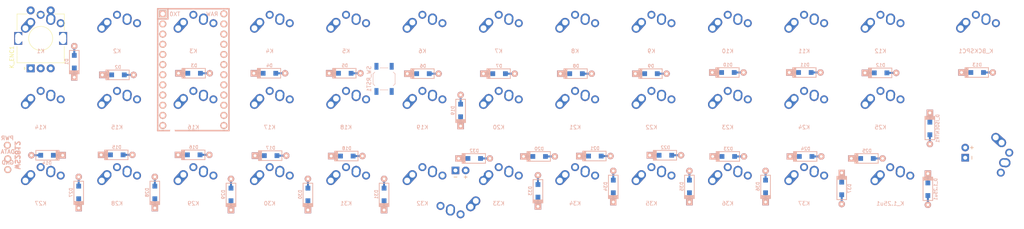
<source format=kicad_pcb>
(kicad_pcb (version 20171130) (host pcbnew "(5.0.1)-3")

  (general
    (thickness 1.6)
    (drawings 1)
    (tracks 0)
    (zones 0)
    (modules 83)
    (nets 63)
  )

  (page A3)
  (layers
    (0 F.Cu signal)
    (31 B.Cu signal)
    (32 B.Adhes user)
    (33 F.Adhes user)
    (34 B.Paste user)
    (35 F.Paste user)
    (36 B.SilkS user)
    (37 F.SilkS user)
    (38 B.Mask user)
    (39 F.Mask user)
    (40 Dwgs.User user)
    (41 Cmts.User user)
    (42 Eco1.User user)
    (43 Eco2.User user)
    (44 Edge.Cuts user)
    (45 Margin user)
    (46 B.CrtYd user)
    (47 F.CrtYd user)
    (48 B.Fab user)
    (49 F.Fab user)
  )

  (setup
    (last_trace_width 0.25)
    (trace_clearance 0.2)
    (zone_clearance 0.508)
    (zone_45_only no)
    (trace_min 0.2)
    (segment_width 0.2)
    (edge_width 0.15)
    (via_size 0.8)
    (via_drill 0.4)
    (via_min_size 0.4)
    (via_min_drill 0.3)
    (uvia_size 0.3)
    (uvia_drill 0.1)
    (uvias_allowed no)
    (uvia_min_size 0.2)
    (uvia_min_drill 0.1)
    (pcb_text_width 0.3)
    (pcb_text_size 1.5 1.5)
    (mod_edge_width 0.15)
    (mod_text_size 1 1)
    (mod_text_width 0.15)
    (pad_size 1.524 1.524)
    (pad_drill 0.762)
    (pad_to_mask_clearance 0.051)
    (solder_mask_min_width 0.25)
    (aux_axis_origin 0 0)
    (visible_elements 7FFFF7FF)
    (pcbplotparams
      (layerselection 0x010fc_ffffffff)
      (usegerberextensions true)
      (usegerberattributes false)
      (usegerberadvancedattributes false)
      (creategerberjobfile false)
      (excludeedgelayer true)
      (linewidth 0.100000)
      (plotframeref false)
      (viasonmask false)
      (mode 1)
      (useauxorigin false)
      (hpglpennumber 1)
      (hpglpenspeed 20)
      (hpglpendiameter 15.000000)
      (psnegative false)
      (psa4output false)
      (plotreference true)
      (plotvalue true)
      (plotinvisibletext false)
      (padsonsilk false)
      (subtractmaskfromsilk false)
      (outputformat 5)
      (mirror false)
      (drillshape 0)
      (scaleselection 1)
      (outputdirectory "svg/"))
  )

  (net 0 "")
  (net 1 "Net-(D1-Pad2)")
  (net 2 "Net-(D2-Pad2)")
  (net 3 "Net-(D3-Pad2)")
  (net 4 "Net-(D4-Pad2)")
  (net 5 "Net-(D5-Pad2)")
  (net 6 "Net-(D6-Pad2)")
  (net 7 "Net-(D7-Pad2)")
  (net 8 "Net-(D8-Pad2)")
  (net 9 "Net-(D9-Pad2)")
  (net 10 "Net-(D10-Pad2)")
  (net 11 "Net-(D11-Pad2)")
  (net 12 "Net-(D12-Pad2)")
  (net 13 "Net-(D13-Pad2)")
  (net 14 "Net-(D14-Pad2)")
  (net 15 "Net-(D15-Pad2)")
  (net 16 "Net-(D16-Pad2)")
  (net 17 "Net-(D17-Pad2)")
  (net 18 "Net-(D18-Pad2)")
  (net 19 "Net-(D19-Pad2)")
  (net 20 "Net-(D20-Pad2)")
  (net 21 "Net-(D21-Pad2)")
  (net 22 "Net-(D22-Pad2)")
  (net 23 "Net-(D23-Pad2)")
  (net 24 "Net-(D24-Pad2)")
  (net 25 "Net-(D25-Pad2)")
  (net 26 "Net-(D27-Pad2)")
  (net 27 "Net-(D28-Pad2)")
  (net 28 "Net-(D29-Pad2)")
  (net 29 "Net-(D30-Pad2)")
  (net 30 "Net-(D31-Pad2)")
  (net 31 "Net-(D32-Pad2)")
  (net 32 "Net-(D33-Pad2)")
  (net 33 "Net-(D34-Pad2)")
  (net 34 "Net-(D35-Pad2)")
  (net 35 "Net-(D36-Pad2)")
  (net 36 "Net-(D37-Pad2)")
  (net 37 RowA)
  (net 38 RowB)
  (net 39 RowC)
  (net 40 ColA)
  (net 41 ColB)
  (net 42 ColC)
  (net 43 ColD)
  (net 44 ColE)
  (net 45 ColF)
  (net 46 ColG)
  (net 47 ColH)
  (net 48 ColI)
  (net 49 ColJ)
  (net 50 "Net-(MCU_Pro_Micr0-Pad3)")
  (net 51 "Net-(MCU_Pro_Micr0-Pad4)")
  (net 52 "Net-(MCU_Pro_Micr0-Pad24)")
  (net 53 "Net-(D_1.25u1-Pad2)")
  (net 54 EncA)
  (net 55 GND)
  (net 56 EncB)
  (net 57 RST)
  (net 58 RowD)
  (net 59 "Net-(D_ISOENTR1-Pad2)")
  (net 60 RGB)
  (net 61 "Net-(MCU_Pro_Micr0-Pad6)")
  (net 62 RGB_PWR)

  (net_class Default "This is the default net class."
    (clearance 0.2)
    (trace_width 0.25)
    (via_dia 0.8)
    (via_drill 0.4)
    (uvia_dia 0.3)
    (uvia_drill 0.1)
    (add_net ColA)
    (add_net ColB)
    (add_net ColC)
    (add_net ColD)
    (add_net ColE)
    (add_net ColF)
    (add_net ColG)
    (add_net ColH)
    (add_net ColI)
    (add_net ColJ)
    (add_net EncA)
    (add_net EncB)
    (add_net GND)
    (add_net "Net-(D1-Pad2)")
    (add_net "Net-(D10-Pad2)")
    (add_net "Net-(D11-Pad2)")
    (add_net "Net-(D12-Pad2)")
    (add_net "Net-(D13-Pad2)")
    (add_net "Net-(D14-Pad2)")
    (add_net "Net-(D15-Pad2)")
    (add_net "Net-(D16-Pad2)")
    (add_net "Net-(D17-Pad2)")
    (add_net "Net-(D18-Pad2)")
    (add_net "Net-(D19-Pad2)")
    (add_net "Net-(D2-Pad2)")
    (add_net "Net-(D20-Pad2)")
    (add_net "Net-(D21-Pad2)")
    (add_net "Net-(D22-Pad2)")
    (add_net "Net-(D23-Pad2)")
    (add_net "Net-(D24-Pad2)")
    (add_net "Net-(D25-Pad2)")
    (add_net "Net-(D27-Pad2)")
    (add_net "Net-(D28-Pad2)")
    (add_net "Net-(D29-Pad2)")
    (add_net "Net-(D3-Pad2)")
    (add_net "Net-(D30-Pad2)")
    (add_net "Net-(D31-Pad2)")
    (add_net "Net-(D32-Pad2)")
    (add_net "Net-(D33-Pad2)")
    (add_net "Net-(D34-Pad2)")
    (add_net "Net-(D35-Pad2)")
    (add_net "Net-(D36-Pad2)")
    (add_net "Net-(D37-Pad2)")
    (add_net "Net-(D4-Pad2)")
    (add_net "Net-(D5-Pad2)")
    (add_net "Net-(D6-Pad2)")
    (add_net "Net-(D7-Pad2)")
    (add_net "Net-(D8-Pad2)")
    (add_net "Net-(D9-Pad2)")
    (add_net "Net-(D_1.25u1-Pad2)")
    (add_net "Net-(D_ISOENTR1-Pad2)")
    (add_net "Net-(MCU_Pro_Micr0-Pad24)")
    (add_net "Net-(MCU_Pro_Micr0-Pad3)")
    (add_net "Net-(MCU_Pro_Micr0-Pad4)")
    (add_net "Net-(MCU_Pro_Micr0-Pad6)")
    (add_net RGB)
    (add_net RGB_PWR)
    (add_net RST)
    (add_net RowA)
    (add_net RowB)
    (add_net RowC)
    (add_net RowD)
  )

  (module keyboard_parts:D_SOD123_axial (layer B.Cu) (tedit 561B6A12) (tstamp 5E11C7EF)
    (at 70.3 72.5 90)
    (path /5D812ECE)
    (attr smd)
    (fp_text reference D1 (at 0 -1.925 90) (layer B.SilkS)
      (effects (font (size 0.8 0.8) (thickness 0.15)) (justify mirror))
    )
    (fp_text value D (at 0 1.925 90) (layer B.SilkS) hide
      (effects (font (size 0.8 0.8) (thickness 0.15)) (justify mirror))
    )
    (fp_line (start 2.8 -1.2) (end -3 -1.2) (layer B.SilkS) (width 0.2))
    (fp_line (start 2.8 1.2) (end 2.8 -1.2) (layer B.SilkS) (width 0.2))
    (fp_line (start -3 1.2) (end 2.8 1.2) (layer B.SilkS) (width 0.2))
    (fp_line (start -2.925 1.2) (end -2.925 -1.2) (layer B.SilkS) (width 0.2))
    (fp_line (start -2.8 1.2) (end -2.8 -1.2) (layer B.SilkS) (width 0.2))
    (fp_line (start -3.025 -1.2) (end -3.025 1.2) (layer B.SilkS) (width 0.2))
    (fp_line (start -2.625 1.2) (end -2.625 -1.2) (layer B.SilkS) (width 0.2))
    (fp_line (start -2.45 1.2) (end -2.45 -1.2) (layer B.SilkS) (width 0.2))
    (fp_line (start -2.275 1.2) (end -2.275 -1.2) (layer B.SilkS) (width 0.2))
    (pad 2 smd rect (at 2.7 0 90) (size 2.5 0.5) (layers B.Cu)
      (net 1 "Net-(D1-Pad2)") (solder_mask_margin -999))
    (pad 1 smd rect (at -2.7 0 90) (size 2.5 0.5) (layers B.Cu)
      (net 37 RowA) (solder_mask_margin -999))
    (pad 2 thru_hole circle (at 3.9 0 90) (size 1.6 1.6) (drill 0.7) (layers *.Cu *.Mask B.SilkS)
      (net 1 "Net-(D1-Pad2)"))
    (pad 1 thru_hole rect (at -3.9 0 90) (size 1.6 1.6) (drill 0.7) (layers *.Cu *.Mask B.SilkS)
      (net 37 RowA))
    (pad 1 smd rect (at -1.575 0 90) (size 1.2 1.2) (layers B.Cu B.Paste B.Mask)
      (net 37 RowA))
    (pad 2 smd rect (at 1.575 0 90) (size 1.2 1.2) (layers B.Cu B.Paste B.Mask)
      (net 1 "Net-(D1-Pad2)"))
  )

  (module keyboard_parts:D_SOD123_axial (layer B.Cu) (tedit 561B6A12) (tstamp 5E11C802)
    (at 81.2 75.8)
    (path /5D8131E7)
    (attr smd)
    (fp_text reference D2 (at 0 -1.925) (layer B.SilkS)
      (effects (font (size 0.8 0.8) (thickness 0.15)) (justify mirror))
    )
    (fp_text value D (at 0 1.925) (layer B.SilkS) hide
      (effects (font (size 0.8 0.8) (thickness 0.15)) (justify mirror))
    )
    (fp_line (start 2.8 -1.2) (end -3 -1.2) (layer B.SilkS) (width 0.2))
    (fp_line (start 2.8 1.2) (end 2.8 -1.2) (layer B.SilkS) (width 0.2))
    (fp_line (start -3 1.2) (end 2.8 1.2) (layer B.SilkS) (width 0.2))
    (fp_line (start -2.925 1.2) (end -2.925 -1.2) (layer B.SilkS) (width 0.2))
    (fp_line (start -2.8 1.2) (end -2.8 -1.2) (layer B.SilkS) (width 0.2))
    (fp_line (start -3.025 -1.2) (end -3.025 1.2) (layer B.SilkS) (width 0.2))
    (fp_line (start -2.625 1.2) (end -2.625 -1.2) (layer B.SilkS) (width 0.2))
    (fp_line (start -2.45 1.2) (end -2.45 -1.2) (layer B.SilkS) (width 0.2))
    (fp_line (start -2.275 1.2) (end -2.275 -1.2) (layer B.SilkS) (width 0.2))
    (pad 2 smd rect (at 2.7 0) (size 2.5 0.5) (layers B.Cu)
      (net 2 "Net-(D2-Pad2)") (solder_mask_margin -999))
    (pad 1 smd rect (at -2.7 0) (size 2.5 0.5) (layers B.Cu)
      (net 37 RowA) (solder_mask_margin -999))
    (pad 2 thru_hole circle (at 3.9 0) (size 1.6 1.6) (drill 0.7) (layers *.Cu *.Mask B.SilkS)
      (net 2 "Net-(D2-Pad2)"))
    (pad 1 thru_hole rect (at -3.9 0) (size 1.6 1.6) (drill 0.7) (layers *.Cu *.Mask B.SilkS)
      (net 37 RowA))
    (pad 1 smd rect (at -1.575 0) (size 1.2 1.2) (layers B.Cu B.Paste B.Mask)
      (net 37 RowA))
    (pad 2 smd rect (at 1.575 0) (size 1.2 1.2) (layers B.Cu B.Paste B.Mask)
      (net 2 "Net-(D2-Pad2)"))
  )

  (module keyboard_parts:D_SOD123_axial (layer B.Cu) (tedit 561B6A12) (tstamp 5E11C815)
    (at 100.2 75.4)
    (path /5D813206)
    (attr smd)
    (fp_text reference D3 (at 0 -1.925) (layer B.SilkS)
      (effects (font (size 0.8 0.8) (thickness 0.15)) (justify mirror))
    )
    (fp_text value D (at 0 1.925) (layer B.SilkS) hide
      (effects (font (size 0.8 0.8) (thickness 0.15)) (justify mirror))
    )
    (fp_line (start 2.8 -1.2) (end -3 -1.2) (layer B.SilkS) (width 0.2))
    (fp_line (start 2.8 1.2) (end 2.8 -1.2) (layer B.SilkS) (width 0.2))
    (fp_line (start -3 1.2) (end 2.8 1.2) (layer B.SilkS) (width 0.2))
    (fp_line (start -2.925 1.2) (end -2.925 -1.2) (layer B.SilkS) (width 0.2))
    (fp_line (start -2.8 1.2) (end -2.8 -1.2) (layer B.SilkS) (width 0.2))
    (fp_line (start -3.025 -1.2) (end -3.025 1.2) (layer B.SilkS) (width 0.2))
    (fp_line (start -2.625 1.2) (end -2.625 -1.2) (layer B.SilkS) (width 0.2))
    (fp_line (start -2.45 1.2) (end -2.45 -1.2) (layer B.SilkS) (width 0.2))
    (fp_line (start -2.275 1.2) (end -2.275 -1.2) (layer B.SilkS) (width 0.2))
    (pad 2 smd rect (at 2.7 0) (size 2.5 0.5) (layers B.Cu)
      (net 3 "Net-(D3-Pad2)") (solder_mask_margin -999))
    (pad 1 smd rect (at -2.7 0) (size 2.5 0.5) (layers B.Cu)
      (net 37 RowA) (solder_mask_margin -999))
    (pad 2 thru_hole circle (at 3.9 0) (size 1.6 1.6) (drill 0.7) (layers *.Cu *.Mask B.SilkS)
      (net 3 "Net-(D3-Pad2)"))
    (pad 1 thru_hole rect (at -3.9 0) (size 1.6 1.6) (drill 0.7) (layers *.Cu *.Mask B.SilkS)
      (net 37 RowA))
    (pad 1 smd rect (at -1.575 0) (size 1.2 1.2) (layers B.Cu B.Paste B.Mask)
      (net 37 RowA))
    (pad 2 smd rect (at 1.575 0) (size 1.2 1.2) (layers B.Cu B.Paste B.Mask)
      (net 3 "Net-(D3-Pad2)"))
  )

  (module keyboard_parts:D_SOD123_axial (layer B.Cu) (tedit 561B6A12) (tstamp 5E11C828)
    (at 119 75.4)
    (path /5D81326F)
    (attr smd)
    (fp_text reference D4 (at 0 -1.925) (layer B.SilkS)
      (effects (font (size 0.8 0.8) (thickness 0.15)) (justify mirror))
    )
    (fp_text value D (at 0 1.925) (layer B.SilkS) hide
      (effects (font (size 0.8 0.8) (thickness 0.15)) (justify mirror))
    )
    (fp_line (start 2.8 -1.2) (end -3 -1.2) (layer B.SilkS) (width 0.2))
    (fp_line (start 2.8 1.2) (end 2.8 -1.2) (layer B.SilkS) (width 0.2))
    (fp_line (start -3 1.2) (end 2.8 1.2) (layer B.SilkS) (width 0.2))
    (fp_line (start -2.925 1.2) (end -2.925 -1.2) (layer B.SilkS) (width 0.2))
    (fp_line (start -2.8 1.2) (end -2.8 -1.2) (layer B.SilkS) (width 0.2))
    (fp_line (start -3.025 -1.2) (end -3.025 1.2) (layer B.SilkS) (width 0.2))
    (fp_line (start -2.625 1.2) (end -2.625 -1.2) (layer B.SilkS) (width 0.2))
    (fp_line (start -2.45 1.2) (end -2.45 -1.2) (layer B.SilkS) (width 0.2))
    (fp_line (start -2.275 1.2) (end -2.275 -1.2) (layer B.SilkS) (width 0.2))
    (pad 2 smd rect (at 2.7 0) (size 2.5 0.5) (layers B.Cu)
      (net 4 "Net-(D4-Pad2)") (solder_mask_margin -999))
    (pad 1 smd rect (at -2.7 0) (size 2.5 0.5) (layers B.Cu)
      (net 37 RowA) (solder_mask_margin -999))
    (pad 2 thru_hole circle (at 3.9 0) (size 1.6 1.6) (drill 0.7) (layers *.Cu *.Mask B.SilkS)
      (net 4 "Net-(D4-Pad2)"))
    (pad 1 thru_hole rect (at -3.9 0) (size 1.6 1.6) (drill 0.7) (layers *.Cu *.Mask B.SilkS)
      (net 37 RowA))
    (pad 1 smd rect (at -1.575 0) (size 1.2 1.2) (layers B.Cu B.Paste B.Mask)
      (net 37 RowA))
    (pad 2 smd rect (at 1.575 0) (size 1.2 1.2) (layers B.Cu B.Paste B.Mask)
      (net 4 "Net-(D4-Pad2)"))
  )

  (module keyboard_parts:D_SOD123_axial (layer B.Cu) (tedit 561B6A12) (tstamp 5E11C83B)
    (at 137.8 75.4)
    (path /5D8132CA)
    (attr smd)
    (fp_text reference D5 (at 0 -1.925) (layer B.SilkS)
      (effects (font (size 0.8 0.8) (thickness 0.15)) (justify mirror))
    )
    (fp_text value D (at 0 1.925) (layer B.SilkS) hide
      (effects (font (size 0.8 0.8) (thickness 0.15)) (justify mirror))
    )
    (fp_line (start 2.8 -1.2) (end -3 -1.2) (layer B.SilkS) (width 0.2))
    (fp_line (start 2.8 1.2) (end 2.8 -1.2) (layer B.SilkS) (width 0.2))
    (fp_line (start -3 1.2) (end 2.8 1.2) (layer B.SilkS) (width 0.2))
    (fp_line (start -2.925 1.2) (end -2.925 -1.2) (layer B.SilkS) (width 0.2))
    (fp_line (start -2.8 1.2) (end -2.8 -1.2) (layer B.SilkS) (width 0.2))
    (fp_line (start -3.025 -1.2) (end -3.025 1.2) (layer B.SilkS) (width 0.2))
    (fp_line (start -2.625 1.2) (end -2.625 -1.2) (layer B.SilkS) (width 0.2))
    (fp_line (start -2.45 1.2) (end -2.45 -1.2) (layer B.SilkS) (width 0.2))
    (fp_line (start -2.275 1.2) (end -2.275 -1.2) (layer B.SilkS) (width 0.2))
    (pad 2 smd rect (at 2.7 0) (size 2.5 0.5) (layers B.Cu)
      (net 5 "Net-(D5-Pad2)") (solder_mask_margin -999))
    (pad 1 smd rect (at -2.7 0) (size 2.5 0.5) (layers B.Cu)
      (net 37 RowA) (solder_mask_margin -999))
    (pad 2 thru_hole circle (at 3.9 0) (size 1.6 1.6) (drill 0.7) (layers *.Cu *.Mask B.SilkS)
      (net 5 "Net-(D5-Pad2)"))
    (pad 1 thru_hole rect (at -3.9 0) (size 1.6 1.6) (drill 0.7) (layers *.Cu *.Mask B.SilkS)
      (net 37 RowA))
    (pad 1 smd rect (at -1.575 0) (size 1.2 1.2) (layers B.Cu B.Paste B.Mask)
      (net 37 RowA))
    (pad 2 smd rect (at 1.575 0) (size 1.2 1.2) (layers B.Cu B.Paste B.Mask)
      (net 5 "Net-(D5-Pad2)"))
  )

  (module keyboard_parts:D_SOD123_axial (layer B.Cu) (tedit 561B6A12) (tstamp 5E11C84E)
    (at 157.3 75.5)
    (path /5D813323)
    (attr smd)
    (fp_text reference D6 (at 0 -1.925) (layer B.SilkS)
      (effects (font (size 0.8 0.8) (thickness 0.15)) (justify mirror))
    )
    (fp_text value D (at 0 1.925) (layer B.SilkS) hide
      (effects (font (size 0.8 0.8) (thickness 0.15)) (justify mirror))
    )
    (fp_line (start -2.275 1.2) (end -2.275 -1.2) (layer B.SilkS) (width 0.2))
    (fp_line (start -2.45 1.2) (end -2.45 -1.2) (layer B.SilkS) (width 0.2))
    (fp_line (start -2.625 1.2) (end -2.625 -1.2) (layer B.SilkS) (width 0.2))
    (fp_line (start -3.025 -1.2) (end -3.025 1.2) (layer B.SilkS) (width 0.2))
    (fp_line (start -2.8 1.2) (end -2.8 -1.2) (layer B.SilkS) (width 0.2))
    (fp_line (start -2.925 1.2) (end -2.925 -1.2) (layer B.SilkS) (width 0.2))
    (fp_line (start -3 1.2) (end 2.8 1.2) (layer B.SilkS) (width 0.2))
    (fp_line (start 2.8 1.2) (end 2.8 -1.2) (layer B.SilkS) (width 0.2))
    (fp_line (start 2.8 -1.2) (end -3 -1.2) (layer B.SilkS) (width 0.2))
    (pad 2 smd rect (at 1.575 0) (size 1.2 1.2) (layers B.Cu B.Paste B.Mask)
      (net 6 "Net-(D6-Pad2)"))
    (pad 1 smd rect (at -1.575 0) (size 1.2 1.2) (layers B.Cu B.Paste B.Mask)
      (net 37 RowA))
    (pad 1 thru_hole rect (at -3.9 0) (size 1.6 1.6) (drill 0.7) (layers *.Cu *.Mask B.SilkS)
      (net 37 RowA))
    (pad 2 thru_hole circle (at 3.9 0) (size 1.6 1.6) (drill 0.7) (layers *.Cu *.Mask B.SilkS)
      (net 6 "Net-(D6-Pad2)"))
    (pad 1 smd rect (at -2.7 0) (size 2.5 0.5) (layers B.Cu)
      (net 37 RowA) (solder_mask_margin -999))
    (pad 2 smd rect (at 2.7 0) (size 2.5 0.5) (layers B.Cu)
      (net 6 "Net-(D6-Pad2)") (solder_mask_margin -999))
  )

  (module keyboard_parts:D_SOD123_axial (layer B.Cu) (tedit 561B6A12) (tstamp 5E11C861)
    (at 176.3 75.5)
    (path /5D813386)
    (attr smd)
    (fp_text reference D7 (at 0 -1.925) (layer B.SilkS)
      (effects (font (size 0.8 0.8) (thickness 0.15)) (justify mirror))
    )
    (fp_text value D (at 0 1.925) (layer B.SilkS) hide
      (effects (font (size 0.8 0.8) (thickness 0.15)) (justify mirror))
    )
    (fp_line (start -2.275 1.2) (end -2.275 -1.2) (layer B.SilkS) (width 0.2))
    (fp_line (start -2.45 1.2) (end -2.45 -1.2) (layer B.SilkS) (width 0.2))
    (fp_line (start -2.625 1.2) (end -2.625 -1.2) (layer B.SilkS) (width 0.2))
    (fp_line (start -3.025 -1.2) (end -3.025 1.2) (layer B.SilkS) (width 0.2))
    (fp_line (start -2.8 1.2) (end -2.8 -1.2) (layer B.SilkS) (width 0.2))
    (fp_line (start -2.925 1.2) (end -2.925 -1.2) (layer B.SilkS) (width 0.2))
    (fp_line (start -3 1.2) (end 2.8 1.2) (layer B.SilkS) (width 0.2))
    (fp_line (start 2.8 1.2) (end 2.8 -1.2) (layer B.SilkS) (width 0.2))
    (fp_line (start 2.8 -1.2) (end -3 -1.2) (layer B.SilkS) (width 0.2))
    (pad 2 smd rect (at 1.575 0) (size 1.2 1.2) (layers B.Cu B.Paste B.Mask)
      (net 7 "Net-(D7-Pad2)"))
    (pad 1 smd rect (at -1.575 0) (size 1.2 1.2) (layers B.Cu B.Paste B.Mask)
      (net 37 RowA))
    (pad 1 thru_hole rect (at -3.9 0) (size 1.6 1.6) (drill 0.7) (layers *.Cu *.Mask B.SilkS)
      (net 37 RowA))
    (pad 2 thru_hole circle (at 3.9 0) (size 1.6 1.6) (drill 0.7) (layers *.Cu *.Mask B.SilkS)
      (net 7 "Net-(D7-Pad2)"))
    (pad 1 smd rect (at -2.7 0) (size 2.5 0.5) (layers B.Cu)
      (net 37 RowA) (solder_mask_margin -999))
    (pad 2 smd rect (at 2.7 0) (size 2.5 0.5) (layers B.Cu)
      (net 7 "Net-(D7-Pad2)") (solder_mask_margin -999))
  )

  (module keyboard_parts:D_SOD123_axial (layer B.Cu) (tedit 561B6A12) (tstamp 5E11C874)
    (at 195.5 75.5)
    (path /5D8133FF)
    (attr smd)
    (fp_text reference D8 (at 0 -1.925) (layer B.SilkS)
      (effects (font (size 0.8 0.8) (thickness 0.15)) (justify mirror))
    )
    (fp_text value D (at 0 1.925) (layer B.SilkS) hide
      (effects (font (size 0.8 0.8) (thickness 0.15)) (justify mirror))
    )
    (fp_line (start -2.275 1.2) (end -2.275 -1.2) (layer B.SilkS) (width 0.2))
    (fp_line (start -2.45 1.2) (end -2.45 -1.2) (layer B.SilkS) (width 0.2))
    (fp_line (start -2.625 1.2) (end -2.625 -1.2) (layer B.SilkS) (width 0.2))
    (fp_line (start -3.025 -1.2) (end -3.025 1.2) (layer B.SilkS) (width 0.2))
    (fp_line (start -2.8 1.2) (end -2.8 -1.2) (layer B.SilkS) (width 0.2))
    (fp_line (start -2.925 1.2) (end -2.925 -1.2) (layer B.SilkS) (width 0.2))
    (fp_line (start -3 1.2) (end 2.8 1.2) (layer B.SilkS) (width 0.2))
    (fp_line (start 2.8 1.2) (end 2.8 -1.2) (layer B.SilkS) (width 0.2))
    (fp_line (start 2.8 -1.2) (end -3 -1.2) (layer B.SilkS) (width 0.2))
    (pad 2 smd rect (at 1.575 0) (size 1.2 1.2) (layers B.Cu B.Paste B.Mask)
      (net 8 "Net-(D8-Pad2)"))
    (pad 1 smd rect (at -1.575 0) (size 1.2 1.2) (layers B.Cu B.Paste B.Mask)
      (net 37 RowA))
    (pad 1 thru_hole rect (at -3.9 0) (size 1.6 1.6) (drill 0.7) (layers *.Cu *.Mask B.SilkS)
      (net 37 RowA))
    (pad 2 thru_hole circle (at 3.9 0) (size 1.6 1.6) (drill 0.7) (layers *.Cu *.Mask B.SilkS)
      (net 8 "Net-(D8-Pad2)"))
    (pad 1 smd rect (at -2.7 0) (size 2.5 0.5) (layers B.Cu)
      (net 37 RowA) (solder_mask_margin -999))
    (pad 2 smd rect (at 2.7 0) (size 2.5 0.5) (layers B.Cu)
      (net 8 "Net-(D8-Pad2)") (solder_mask_margin -999))
  )

  (module keyboard_parts:D_SOD123_axial (layer B.Cu) (tedit 561B6A12) (tstamp 5E11C887)
    (at 214.2 75.5)
    (path /5D8134A6)
    (attr smd)
    (fp_text reference D9 (at 0 -1.925) (layer B.SilkS)
      (effects (font (size 0.8 0.8) (thickness 0.15)) (justify mirror))
    )
    (fp_text value D (at 0 1.925) (layer B.SilkS) hide
      (effects (font (size 0.8 0.8) (thickness 0.15)) (justify mirror))
    )
    (fp_line (start -2.275 1.2) (end -2.275 -1.2) (layer B.SilkS) (width 0.2))
    (fp_line (start -2.45 1.2) (end -2.45 -1.2) (layer B.SilkS) (width 0.2))
    (fp_line (start -2.625 1.2) (end -2.625 -1.2) (layer B.SilkS) (width 0.2))
    (fp_line (start -3.025 -1.2) (end -3.025 1.2) (layer B.SilkS) (width 0.2))
    (fp_line (start -2.8 1.2) (end -2.8 -1.2) (layer B.SilkS) (width 0.2))
    (fp_line (start -2.925 1.2) (end -2.925 -1.2) (layer B.SilkS) (width 0.2))
    (fp_line (start -3 1.2) (end 2.8 1.2) (layer B.SilkS) (width 0.2))
    (fp_line (start 2.8 1.2) (end 2.8 -1.2) (layer B.SilkS) (width 0.2))
    (fp_line (start 2.8 -1.2) (end -3 -1.2) (layer B.SilkS) (width 0.2))
    (pad 2 smd rect (at 1.575 0) (size 1.2 1.2) (layers B.Cu B.Paste B.Mask)
      (net 9 "Net-(D9-Pad2)"))
    (pad 1 smd rect (at -1.575 0) (size 1.2 1.2) (layers B.Cu B.Paste B.Mask)
      (net 37 RowA))
    (pad 1 thru_hole rect (at -3.9 0) (size 1.6 1.6) (drill 0.7) (layers *.Cu *.Mask B.SilkS)
      (net 37 RowA))
    (pad 2 thru_hole circle (at 3.9 0) (size 1.6 1.6) (drill 0.7) (layers *.Cu *.Mask B.SilkS)
      (net 9 "Net-(D9-Pad2)"))
    (pad 1 smd rect (at -2.7 0) (size 2.5 0.5) (layers B.Cu)
      (net 37 RowA) (solder_mask_margin -999))
    (pad 2 smd rect (at 2.7 0) (size 2.5 0.5) (layers B.Cu)
      (net 9 "Net-(D9-Pad2)") (solder_mask_margin -999))
  )

  (module keyboard_parts:D_SOD123_axial (layer B.Cu) (tedit 561B6A12) (tstamp 5E11C89A)
    (at 233.4 75.2)
    (path /5D81350B)
    (attr smd)
    (fp_text reference D10 (at 0 -1.925) (layer B.SilkS)
      (effects (font (size 0.8 0.8) (thickness 0.15)) (justify mirror))
    )
    (fp_text value D (at 0 1.925) (layer B.SilkS) hide
      (effects (font (size 0.8 0.8) (thickness 0.15)) (justify mirror))
    )
    (fp_line (start -2.275 1.2) (end -2.275 -1.2) (layer B.SilkS) (width 0.2))
    (fp_line (start -2.45 1.2) (end -2.45 -1.2) (layer B.SilkS) (width 0.2))
    (fp_line (start -2.625 1.2) (end -2.625 -1.2) (layer B.SilkS) (width 0.2))
    (fp_line (start -3.025 -1.2) (end -3.025 1.2) (layer B.SilkS) (width 0.2))
    (fp_line (start -2.8 1.2) (end -2.8 -1.2) (layer B.SilkS) (width 0.2))
    (fp_line (start -2.925 1.2) (end -2.925 -1.2) (layer B.SilkS) (width 0.2))
    (fp_line (start -3 1.2) (end 2.8 1.2) (layer B.SilkS) (width 0.2))
    (fp_line (start 2.8 1.2) (end 2.8 -1.2) (layer B.SilkS) (width 0.2))
    (fp_line (start 2.8 -1.2) (end -3 -1.2) (layer B.SilkS) (width 0.2))
    (pad 2 smd rect (at 1.575 0) (size 1.2 1.2) (layers B.Cu B.Paste B.Mask)
      (net 10 "Net-(D10-Pad2)"))
    (pad 1 smd rect (at -1.575 0) (size 1.2 1.2) (layers B.Cu B.Paste B.Mask)
      (net 37 RowA))
    (pad 1 thru_hole rect (at -3.9 0) (size 1.6 1.6) (drill 0.7) (layers *.Cu *.Mask B.SilkS)
      (net 37 RowA))
    (pad 2 thru_hole circle (at 3.9 0) (size 1.6 1.6) (drill 0.7) (layers *.Cu *.Mask B.SilkS)
      (net 10 "Net-(D10-Pad2)"))
    (pad 1 smd rect (at -2.7 0) (size 2.5 0.5) (layers B.Cu)
      (net 37 RowA) (solder_mask_margin -999))
    (pad 2 smd rect (at 2.7 0) (size 2.5 0.5) (layers B.Cu)
      (net 10 "Net-(D10-Pad2)") (solder_mask_margin -999))
  )

  (module keyboard_parts:D_SOD123_axial (layer B.Cu) (tedit 561B6A12) (tstamp 5E11C8AD)
    (at 252.6 75.2)
    (path /5D813572)
    (attr smd)
    (fp_text reference D11 (at 0 -1.925) (layer B.SilkS)
      (effects (font (size 0.8 0.8) (thickness 0.15)) (justify mirror))
    )
    (fp_text value D (at 0 1.925) (layer B.SilkS) hide
      (effects (font (size 0.8 0.8) (thickness 0.15)) (justify mirror))
    )
    (fp_line (start -2.275 1.2) (end -2.275 -1.2) (layer B.SilkS) (width 0.2))
    (fp_line (start -2.45 1.2) (end -2.45 -1.2) (layer B.SilkS) (width 0.2))
    (fp_line (start -2.625 1.2) (end -2.625 -1.2) (layer B.SilkS) (width 0.2))
    (fp_line (start -3.025 -1.2) (end -3.025 1.2) (layer B.SilkS) (width 0.2))
    (fp_line (start -2.8 1.2) (end -2.8 -1.2) (layer B.SilkS) (width 0.2))
    (fp_line (start -2.925 1.2) (end -2.925 -1.2) (layer B.SilkS) (width 0.2))
    (fp_line (start -3 1.2) (end 2.8 1.2) (layer B.SilkS) (width 0.2))
    (fp_line (start 2.8 1.2) (end 2.8 -1.2) (layer B.SilkS) (width 0.2))
    (fp_line (start 2.8 -1.2) (end -3 -1.2) (layer B.SilkS) (width 0.2))
    (pad 2 smd rect (at 1.575 0) (size 1.2 1.2) (layers B.Cu B.Paste B.Mask)
      (net 11 "Net-(D11-Pad2)"))
    (pad 1 smd rect (at -1.575 0) (size 1.2 1.2) (layers B.Cu B.Paste B.Mask)
      (net 58 RowD))
    (pad 1 thru_hole rect (at -3.9 0) (size 1.6 1.6) (drill 0.7) (layers *.Cu *.Mask B.SilkS)
      (net 58 RowD))
    (pad 2 thru_hole circle (at 3.9 0) (size 1.6 1.6) (drill 0.7) (layers *.Cu *.Mask B.SilkS)
      (net 11 "Net-(D11-Pad2)"))
    (pad 1 smd rect (at -2.7 0) (size 2.5 0.5) (layers B.Cu)
      (net 58 RowD) (solder_mask_margin -999))
    (pad 2 smd rect (at 2.7 0) (size 2.5 0.5) (layers B.Cu)
      (net 11 "Net-(D11-Pad2)") (solder_mask_margin -999))
  )

  (module keyboard_parts:D_SOD123_axial (layer B.Cu) (tedit 561B6A12) (tstamp 5E11C8C0)
    (at 271.5 75.3)
    (path /5D81413B)
    (attr smd)
    (fp_text reference D12 (at 0 -1.925) (layer B.SilkS)
      (effects (font (size 0.8 0.8) (thickness 0.15)) (justify mirror))
    )
    (fp_text value D (at 0 1.925) (layer B.SilkS) hide
      (effects (font (size 0.8 0.8) (thickness 0.15)) (justify mirror))
    )
    (fp_line (start -2.275 1.2) (end -2.275 -1.2) (layer B.SilkS) (width 0.2))
    (fp_line (start -2.45 1.2) (end -2.45 -1.2) (layer B.SilkS) (width 0.2))
    (fp_line (start -2.625 1.2) (end -2.625 -1.2) (layer B.SilkS) (width 0.2))
    (fp_line (start -3.025 -1.2) (end -3.025 1.2) (layer B.SilkS) (width 0.2))
    (fp_line (start -2.8 1.2) (end -2.8 -1.2) (layer B.SilkS) (width 0.2))
    (fp_line (start -2.925 1.2) (end -2.925 -1.2) (layer B.SilkS) (width 0.2))
    (fp_line (start -3 1.2) (end 2.8 1.2) (layer B.SilkS) (width 0.2))
    (fp_line (start 2.8 1.2) (end 2.8 -1.2) (layer B.SilkS) (width 0.2))
    (fp_line (start 2.8 -1.2) (end -3 -1.2) (layer B.SilkS) (width 0.2))
    (pad 2 smd rect (at 1.575 0) (size 1.2 1.2) (layers B.Cu B.Paste B.Mask)
      (net 12 "Net-(D12-Pad2)"))
    (pad 1 smd rect (at -1.575 0) (size 1.2 1.2) (layers B.Cu B.Paste B.Mask)
      (net 58 RowD))
    (pad 1 thru_hole rect (at -3.9 0) (size 1.6 1.6) (drill 0.7) (layers *.Cu *.Mask B.SilkS)
      (net 58 RowD))
    (pad 2 thru_hole circle (at 3.9 0) (size 1.6 1.6) (drill 0.7) (layers *.Cu *.Mask B.SilkS)
      (net 12 "Net-(D12-Pad2)"))
    (pad 1 smd rect (at -2.7 0) (size 2.5 0.5) (layers B.Cu)
      (net 58 RowD) (solder_mask_margin -999))
    (pad 2 smd rect (at 2.7 0) (size 2.5 0.5) (layers B.Cu)
      (net 12 "Net-(D12-Pad2)") (solder_mask_margin -999))
  )

  (module keyboard_parts:D_SOD123_axial (layer B.Cu) (tedit 561B6A12) (tstamp 5E11C8D3)
    (at 295.6 75.2)
    (path /5D81BBE8)
    (attr smd)
    (fp_text reference D13 (at 0 -1.925) (layer B.SilkS)
      (effects (font (size 0.8 0.8) (thickness 0.15)) (justify mirror))
    )
    (fp_text value D (at 0 1.925) (layer B.SilkS) hide
      (effects (font (size 0.8 0.8) (thickness 0.15)) (justify mirror))
    )
    (fp_line (start -2.275 1.2) (end -2.275 -1.2) (layer B.SilkS) (width 0.2))
    (fp_line (start -2.45 1.2) (end -2.45 -1.2) (layer B.SilkS) (width 0.2))
    (fp_line (start -2.625 1.2) (end -2.625 -1.2) (layer B.SilkS) (width 0.2))
    (fp_line (start -3.025 -1.2) (end -3.025 1.2) (layer B.SilkS) (width 0.2))
    (fp_line (start -2.8 1.2) (end -2.8 -1.2) (layer B.SilkS) (width 0.2))
    (fp_line (start -2.925 1.2) (end -2.925 -1.2) (layer B.SilkS) (width 0.2))
    (fp_line (start -3 1.2) (end 2.8 1.2) (layer B.SilkS) (width 0.2))
    (fp_line (start 2.8 1.2) (end 2.8 -1.2) (layer B.SilkS) (width 0.2))
    (fp_line (start 2.8 -1.2) (end -3 -1.2) (layer B.SilkS) (width 0.2))
    (pad 2 smd rect (at 1.575 0) (size 1.2 1.2) (layers B.Cu B.Paste B.Mask)
      (net 13 "Net-(D13-Pad2)"))
    (pad 1 smd rect (at -1.575 0) (size 1.2 1.2) (layers B.Cu B.Paste B.Mask)
      (net 58 RowD))
    (pad 1 thru_hole rect (at -3.9 0) (size 1.6 1.6) (drill 0.7) (layers *.Cu *.Mask B.SilkS)
      (net 58 RowD))
    (pad 2 thru_hole circle (at 3.9 0) (size 1.6 1.6) (drill 0.7) (layers *.Cu *.Mask B.SilkS)
      (net 13 "Net-(D13-Pad2)"))
    (pad 1 smd rect (at -2.7 0) (size 2.5 0.5) (layers B.Cu)
      (net 58 RowD) (solder_mask_margin -999))
    (pad 2 smd rect (at 2.7 0) (size 2.5 0.5) (layers B.Cu)
      (net 13 "Net-(D13-Pad2)") (solder_mask_margin -999))
  )

  (module keyboard_parts:D_SOD123_axial (layer B.Cu) (tedit 561B6A12) (tstamp 5E11C8E6)
    (at 63.5 95.9 180)
    (path /5D814403)
    (attr smd)
    (fp_text reference D14 (at 0 -1.925 180) (layer B.SilkS)
      (effects (font (size 0.8 0.8) (thickness 0.15)) (justify mirror))
    )
    (fp_text value D (at 0 1.925 180) (layer B.SilkS) hide
      (effects (font (size 0.8 0.8) (thickness 0.15)) (justify mirror))
    )
    (fp_line (start -2.275 1.2) (end -2.275 -1.2) (layer B.SilkS) (width 0.2))
    (fp_line (start -2.45 1.2) (end -2.45 -1.2) (layer B.SilkS) (width 0.2))
    (fp_line (start -2.625 1.2) (end -2.625 -1.2) (layer B.SilkS) (width 0.2))
    (fp_line (start -3.025 -1.2) (end -3.025 1.2) (layer B.SilkS) (width 0.2))
    (fp_line (start -2.8 1.2) (end -2.8 -1.2) (layer B.SilkS) (width 0.2))
    (fp_line (start -2.925 1.2) (end -2.925 -1.2) (layer B.SilkS) (width 0.2))
    (fp_line (start -3 1.2) (end 2.8 1.2) (layer B.SilkS) (width 0.2))
    (fp_line (start 2.8 1.2) (end 2.8 -1.2) (layer B.SilkS) (width 0.2))
    (fp_line (start 2.8 -1.2) (end -3 -1.2) (layer B.SilkS) (width 0.2))
    (pad 2 smd rect (at 1.575 0 180) (size 1.2 1.2) (layers B.Cu B.Paste B.Mask)
      (net 14 "Net-(D14-Pad2)"))
    (pad 1 smd rect (at -1.575 0 180) (size 1.2 1.2) (layers B.Cu B.Paste B.Mask)
      (net 38 RowB))
    (pad 1 thru_hole rect (at -3.9 0 180) (size 1.6 1.6) (drill 0.7) (layers *.Cu *.Mask B.SilkS)
      (net 38 RowB))
    (pad 2 thru_hole circle (at 3.9 0 180) (size 1.6 1.6) (drill 0.7) (layers *.Cu *.Mask B.SilkS)
      (net 14 "Net-(D14-Pad2)"))
    (pad 1 smd rect (at -2.7 0 180) (size 2.5 0.5) (layers B.Cu)
      (net 38 RowB) (solder_mask_margin -999))
    (pad 2 smd rect (at 2.7 0 180) (size 2.5 0.5) (layers B.Cu)
      (net 14 "Net-(D14-Pad2)") (solder_mask_margin -999))
  )

  (module keyboard_parts:D_SOD123_axial (layer B.Cu) (tedit 561B6A12) (tstamp 5E11C8F9)
    (at 80.9 95.8)
    (path /5D814411)
    (attr smd)
    (fp_text reference D15 (at 0 -1.925) (layer B.SilkS)
      (effects (font (size 0.8 0.8) (thickness 0.15)) (justify mirror))
    )
    (fp_text value D (at 0 1.925) (layer B.SilkS) hide
      (effects (font (size 0.8 0.8) (thickness 0.15)) (justify mirror))
    )
    (fp_line (start -2.275 1.2) (end -2.275 -1.2) (layer B.SilkS) (width 0.2))
    (fp_line (start -2.45 1.2) (end -2.45 -1.2) (layer B.SilkS) (width 0.2))
    (fp_line (start -2.625 1.2) (end -2.625 -1.2) (layer B.SilkS) (width 0.2))
    (fp_line (start -3.025 -1.2) (end -3.025 1.2) (layer B.SilkS) (width 0.2))
    (fp_line (start -2.8 1.2) (end -2.8 -1.2) (layer B.SilkS) (width 0.2))
    (fp_line (start -2.925 1.2) (end -2.925 -1.2) (layer B.SilkS) (width 0.2))
    (fp_line (start -3 1.2) (end 2.8 1.2) (layer B.SilkS) (width 0.2))
    (fp_line (start 2.8 1.2) (end 2.8 -1.2) (layer B.SilkS) (width 0.2))
    (fp_line (start 2.8 -1.2) (end -3 -1.2) (layer B.SilkS) (width 0.2))
    (pad 2 smd rect (at 1.575 0) (size 1.2 1.2) (layers B.Cu B.Paste B.Mask)
      (net 15 "Net-(D15-Pad2)"))
    (pad 1 smd rect (at -1.575 0) (size 1.2 1.2) (layers B.Cu B.Paste B.Mask)
      (net 38 RowB))
    (pad 1 thru_hole rect (at -3.9 0) (size 1.6 1.6) (drill 0.7) (layers *.Cu *.Mask B.SilkS)
      (net 38 RowB))
    (pad 2 thru_hole circle (at 3.9 0) (size 1.6 1.6) (drill 0.7) (layers *.Cu *.Mask B.SilkS)
      (net 15 "Net-(D15-Pad2)"))
    (pad 1 smd rect (at -2.7 0) (size 2.5 0.5) (layers B.Cu)
      (net 38 RowB) (solder_mask_margin -999))
    (pad 2 smd rect (at 2.7 0) (size 2.5 0.5) (layers B.Cu)
      (net 15 "Net-(D15-Pad2)") (solder_mask_margin -999))
  )

  (module keyboard_parts:D_SOD123_axial (layer B.Cu) (tedit 561B6A12) (tstamp 5E11C90C)
    (at 100.1 95.8)
    (path /5D81441F)
    (attr smd)
    (fp_text reference D16 (at 0 -1.925) (layer B.SilkS)
      (effects (font (size 0.8 0.8) (thickness 0.15)) (justify mirror))
    )
    (fp_text value D (at 0 1.925) (layer B.SilkS) hide
      (effects (font (size 0.8 0.8) (thickness 0.15)) (justify mirror))
    )
    (fp_line (start -2.275 1.2) (end -2.275 -1.2) (layer B.SilkS) (width 0.2))
    (fp_line (start -2.45 1.2) (end -2.45 -1.2) (layer B.SilkS) (width 0.2))
    (fp_line (start -2.625 1.2) (end -2.625 -1.2) (layer B.SilkS) (width 0.2))
    (fp_line (start -3.025 -1.2) (end -3.025 1.2) (layer B.SilkS) (width 0.2))
    (fp_line (start -2.8 1.2) (end -2.8 -1.2) (layer B.SilkS) (width 0.2))
    (fp_line (start -2.925 1.2) (end -2.925 -1.2) (layer B.SilkS) (width 0.2))
    (fp_line (start -3 1.2) (end 2.8 1.2) (layer B.SilkS) (width 0.2))
    (fp_line (start 2.8 1.2) (end 2.8 -1.2) (layer B.SilkS) (width 0.2))
    (fp_line (start 2.8 -1.2) (end -3 -1.2) (layer B.SilkS) (width 0.2))
    (pad 2 smd rect (at 1.575 0) (size 1.2 1.2) (layers B.Cu B.Paste B.Mask)
      (net 16 "Net-(D16-Pad2)"))
    (pad 1 smd rect (at -1.575 0) (size 1.2 1.2) (layers B.Cu B.Paste B.Mask)
      (net 38 RowB))
    (pad 1 thru_hole rect (at -3.9 0) (size 1.6 1.6) (drill 0.7) (layers *.Cu *.Mask B.SilkS)
      (net 38 RowB))
    (pad 2 thru_hole circle (at 3.9 0) (size 1.6 1.6) (drill 0.7) (layers *.Cu *.Mask B.SilkS)
      (net 16 "Net-(D16-Pad2)"))
    (pad 1 smd rect (at -2.7 0) (size 2.5 0.5) (layers B.Cu)
      (net 38 RowB) (solder_mask_margin -999))
    (pad 2 smd rect (at 2.7 0) (size 2.5 0.5) (layers B.Cu)
      (net 16 "Net-(D16-Pad2)") (solder_mask_margin -999))
  )

  (module keyboard_parts:D_SOD123_axial (layer B.Cu) (tedit 561B6A12) (tstamp 5E11C91F)
    (at 119.3 96)
    (path /5D81442D)
    (attr smd)
    (fp_text reference D17 (at 0 -1.925) (layer B.SilkS)
      (effects (font (size 0.8 0.8) (thickness 0.15)) (justify mirror))
    )
    (fp_text value D (at 0 1.925) (layer B.SilkS) hide
      (effects (font (size 0.8 0.8) (thickness 0.15)) (justify mirror))
    )
    (fp_line (start -2.275 1.2) (end -2.275 -1.2) (layer B.SilkS) (width 0.2))
    (fp_line (start -2.45 1.2) (end -2.45 -1.2) (layer B.SilkS) (width 0.2))
    (fp_line (start -2.625 1.2) (end -2.625 -1.2) (layer B.SilkS) (width 0.2))
    (fp_line (start -3.025 -1.2) (end -3.025 1.2) (layer B.SilkS) (width 0.2))
    (fp_line (start -2.8 1.2) (end -2.8 -1.2) (layer B.SilkS) (width 0.2))
    (fp_line (start -2.925 1.2) (end -2.925 -1.2) (layer B.SilkS) (width 0.2))
    (fp_line (start -3 1.2) (end 2.8 1.2) (layer B.SilkS) (width 0.2))
    (fp_line (start 2.8 1.2) (end 2.8 -1.2) (layer B.SilkS) (width 0.2))
    (fp_line (start 2.8 -1.2) (end -3 -1.2) (layer B.SilkS) (width 0.2))
    (pad 2 smd rect (at 1.575 0) (size 1.2 1.2) (layers B.Cu B.Paste B.Mask)
      (net 17 "Net-(D17-Pad2)"))
    (pad 1 smd rect (at -1.575 0) (size 1.2 1.2) (layers B.Cu B.Paste B.Mask)
      (net 38 RowB))
    (pad 1 thru_hole rect (at -3.9 0) (size 1.6 1.6) (drill 0.7) (layers *.Cu *.Mask B.SilkS)
      (net 38 RowB))
    (pad 2 thru_hole circle (at 3.9 0) (size 1.6 1.6) (drill 0.7) (layers *.Cu *.Mask B.SilkS)
      (net 17 "Net-(D17-Pad2)"))
    (pad 1 smd rect (at -2.7 0) (size 2.5 0.5) (layers B.Cu)
      (net 38 RowB) (solder_mask_margin -999))
    (pad 2 smd rect (at 2.7 0) (size 2.5 0.5) (layers B.Cu)
      (net 17 "Net-(D17-Pad2)") (solder_mask_margin -999))
  )

  (module keyboard_parts:D_SOD123_axial (layer B.Cu) (tedit 561B6A12) (tstamp 5E11C932)
    (at 138.3 96.1)
    (path /5D81443B)
    (attr smd)
    (fp_text reference D18 (at 0 -1.925) (layer B.SilkS)
      (effects (font (size 0.8 0.8) (thickness 0.15)) (justify mirror))
    )
    (fp_text value D (at 0 1.925) (layer B.SilkS) hide
      (effects (font (size 0.8 0.8) (thickness 0.15)) (justify mirror))
    )
    (fp_line (start -2.275 1.2) (end -2.275 -1.2) (layer B.SilkS) (width 0.2))
    (fp_line (start -2.45 1.2) (end -2.45 -1.2) (layer B.SilkS) (width 0.2))
    (fp_line (start -2.625 1.2) (end -2.625 -1.2) (layer B.SilkS) (width 0.2))
    (fp_line (start -3.025 -1.2) (end -3.025 1.2) (layer B.SilkS) (width 0.2))
    (fp_line (start -2.8 1.2) (end -2.8 -1.2) (layer B.SilkS) (width 0.2))
    (fp_line (start -2.925 1.2) (end -2.925 -1.2) (layer B.SilkS) (width 0.2))
    (fp_line (start -3 1.2) (end 2.8 1.2) (layer B.SilkS) (width 0.2))
    (fp_line (start 2.8 1.2) (end 2.8 -1.2) (layer B.SilkS) (width 0.2))
    (fp_line (start 2.8 -1.2) (end -3 -1.2) (layer B.SilkS) (width 0.2))
    (pad 2 smd rect (at 1.575 0) (size 1.2 1.2) (layers B.Cu B.Paste B.Mask)
      (net 18 "Net-(D18-Pad2)"))
    (pad 1 smd rect (at -1.575 0) (size 1.2 1.2) (layers B.Cu B.Paste B.Mask)
      (net 38 RowB))
    (pad 1 thru_hole rect (at -3.9 0) (size 1.6 1.6) (drill 0.7) (layers *.Cu *.Mask B.SilkS)
      (net 38 RowB))
    (pad 2 thru_hole circle (at 3.9 0) (size 1.6 1.6) (drill 0.7) (layers *.Cu *.Mask B.SilkS)
      (net 18 "Net-(D18-Pad2)"))
    (pad 1 smd rect (at -2.7 0) (size 2.5 0.5) (layers B.Cu)
      (net 38 RowB) (solder_mask_margin -999))
    (pad 2 smd rect (at 2.7 0) (size 2.5 0.5) (layers B.Cu)
      (net 18 "Net-(D18-Pad2)") (solder_mask_margin -999))
  )

  (module keyboard_parts:D_SOD123_axial (layer B.Cu) (tedit 561B6A12) (tstamp 5E11C945)
    (at 166.7 84.7 90)
    (path /5D814449)
    (attr smd)
    (fp_text reference D19 (at 0 -1.925 90) (layer B.SilkS)
      (effects (font (size 0.8 0.8) (thickness 0.15)) (justify mirror))
    )
    (fp_text value D (at 0 1.925 90) (layer B.SilkS) hide
      (effects (font (size 0.8 0.8) (thickness 0.15)) (justify mirror))
    )
    (fp_line (start -2.275 1.2) (end -2.275 -1.2) (layer B.SilkS) (width 0.2))
    (fp_line (start -2.45 1.2) (end -2.45 -1.2) (layer B.SilkS) (width 0.2))
    (fp_line (start -2.625 1.2) (end -2.625 -1.2) (layer B.SilkS) (width 0.2))
    (fp_line (start -3.025 -1.2) (end -3.025 1.2) (layer B.SilkS) (width 0.2))
    (fp_line (start -2.8 1.2) (end -2.8 -1.2) (layer B.SilkS) (width 0.2))
    (fp_line (start -2.925 1.2) (end -2.925 -1.2) (layer B.SilkS) (width 0.2))
    (fp_line (start -3 1.2) (end 2.8 1.2) (layer B.SilkS) (width 0.2))
    (fp_line (start 2.8 1.2) (end 2.8 -1.2) (layer B.SilkS) (width 0.2))
    (fp_line (start 2.8 -1.2) (end -3 -1.2) (layer B.SilkS) (width 0.2))
    (pad 2 smd rect (at 1.575 0 90) (size 1.2 1.2) (layers B.Cu B.Paste B.Mask)
      (net 19 "Net-(D19-Pad2)"))
    (pad 1 smd rect (at -1.575 0 90) (size 1.2 1.2) (layers B.Cu B.Paste B.Mask)
      (net 38 RowB))
    (pad 1 thru_hole rect (at -3.9 0 90) (size 1.6 1.6) (drill 0.7) (layers *.Cu *.Mask B.SilkS)
      (net 38 RowB))
    (pad 2 thru_hole circle (at 3.9 0 90) (size 1.6 1.6) (drill 0.7) (layers *.Cu *.Mask B.SilkS)
      (net 19 "Net-(D19-Pad2)"))
    (pad 1 smd rect (at -2.7 0 90) (size 2.5 0.5) (layers B.Cu)
      (net 38 RowB) (solder_mask_margin -999))
    (pad 2 smd rect (at 2.7 0 90) (size 2.5 0.5) (layers B.Cu)
      (net 19 "Net-(D19-Pad2)") (solder_mask_margin -999))
  )

  (module keyboard_parts:D_SOD123_axial (layer B.Cu) (tedit 561B6A12) (tstamp 5E11C958)
    (at 186.3 96.2)
    (path /5D814457)
    (attr smd)
    (fp_text reference D20 (at 0 -1.925) (layer B.SilkS)
      (effects (font (size 0.8 0.8) (thickness 0.15)) (justify mirror))
    )
    (fp_text value D (at 0 1.925) (layer B.SilkS) hide
      (effects (font (size 0.8 0.8) (thickness 0.15)) (justify mirror))
    )
    (fp_line (start -2.275 1.2) (end -2.275 -1.2) (layer B.SilkS) (width 0.2))
    (fp_line (start -2.45 1.2) (end -2.45 -1.2) (layer B.SilkS) (width 0.2))
    (fp_line (start -2.625 1.2) (end -2.625 -1.2) (layer B.SilkS) (width 0.2))
    (fp_line (start -3.025 -1.2) (end -3.025 1.2) (layer B.SilkS) (width 0.2))
    (fp_line (start -2.8 1.2) (end -2.8 -1.2) (layer B.SilkS) (width 0.2))
    (fp_line (start -2.925 1.2) (end -2.925 -1.2) (layer B.SilkS) (width 0.2))
    (fp_line (start -3 1.2) (end 2.8 1.2) (layer B.SilkS) (width 0.2))
    (fp_line (start 2.8 1.2) (end 2.8 -1.2) (layer B.SilkS) (width 0.2))
    (fp_line (start 2.8 -1.2) (end -3 -1.2) (layer B.SilkS) (width 0.2))
    (pad 2 smd rect (at 1.575 0) (size 1.2 1.2) (layers B.Cu B.Paste B.Mask)
      (net 20 "Net-(D20-Pad2)"))
    (pad 1 smd rect (at -1.575 0) (size 1.2 1.2) (layers B.Cu B.Paste B.Mask)
      (net 38 RowB))
    (pad 1 thru_hole rect (at -3.9 0) (size 1.6 1.6) (drill 0.7) (layers *.Cu *.Mask B.SilkS)
      (net 38 RowB))
    (pad 2 thru_hole circle (at 3.9 0) (size 1.6 1.6) (drill 0.7) (layers *.Cu *.Mask B.SilkS)
      (net 20 "Net-(D20-Pad2)"))
    (pad 1 smd rect (at -2.7 0) (size 2.5 0.5) (layers B.Cu)
      (net 38 RowB) (solder_mask_margin -999))
    (pad 2 smd rect (at 2.7 0) (size 2.5 0.5) (layers B.Cu)
      (net 20 "Net-(D20-Pad2)") (solder_mask_margin -999))
  )

  (module keyboard_parts:D_SOD123_axial (layer B.Cu) (tedit 561B6A12) (tstamp 5E11C96B)
    (at 200.2 96.1)
    (path /5D814465)
    (attr smd)
    (fp_text reference D21 (at 0 -1.925) (layer B.SilkS)
      (effects (font (size 0.8 0.8) (thickness 0.15)) (justify mirror))
    )
    (fp_text value D (at 0 1.925) (layer B.SilkS) hide
      (effects (font (size 0.8 0.8) (thickness 0.15)) (justify mirror))
    )
    (fp_line (start 2.8 -1.2) (end -3 -1.2) (layer B.SilkS) (width 0.2))
    (fp_line (start 2.8 1.2) (end 2.8 -1.2) (layer B.SilkS) (width 0.2))
    (fp_line (start -3 1.2) (end 2.8 1.2) (layer B.SilkS) (width 0.2))
    (fp_line (start -2.925 1.2) (end -2.925 -1.2) (layer B.SilkS) (width 0.2))
    (fp_line (start -2.8 1.2) (end -2.8 -1.2) (layer B.SilkS) (width 0.2))
    (fp_line (start -3.025 -1.2) (end -3.025 1.2) (layer B.SilkS) (width 0.2))
    (fp_line (start -2.625 1.2) (end -2.625 -1.2) (layer B.SilkS) (width 0.2))
    (fp_line (start -2.45 1.2) (end -2.45 -1.2) (layer B.SilkS) (width 0.2))
    (fp_line (start -2.275 1.2) (end -2.275 -1.2) (layer B.SilkS) (width 0.2))
    (pad 2 smd rect (at 2.7 0) (size 2.5 0.5) (layers B.Cu)
      (net 21 "Net-(D21-Pad2)") (solder_mask_margin -999))
    (pad 1 smd rect (at -2.7 0) (size 2.5 0.5) (layers B.Cu)
      (net 38 RowB) (solder_mask_margin -999))
    (pad 2 thru_hole circle (at 3.9 0) (size 1.6 1.6) (drill 0.7) (layers *.Cu *.Mask B.SilkS)
      (net 21 "Net-(D21-Pad2)"))
    (pad 1 thru_hole rect (at -3.9 0) (size 1.6 1.6) (drill 0.7) (layers *.Cu *.Mask B.SilkS)
      (net 38 RowB))
    (pad 1 smd rect (at -1.575 0) (size 1.2 1.2) (layers B.Cu B.Paste B.Mask)
      (net 38 RowB))
    (pad 2 smd rect (at 1.575 0) (size 1.2 1.2) (layers B.Cu B.Paste B.Mask)
      (net 21 "Net-(D21-Pad2)"))
  )

  (module keyboard_parts:D_SOD123_axial (layer B.Cu) (tedit 561B6A12) (tstamp 5E11C97E)
    (at 217.8 95.9)
    (path /5D814473)
    (attr smd)
    (fp_text reference D22 (at 0 -1.925) (layer B.SilkS)
      (effects (font (size 0.8 0.8) (thickness 0.15)) (justify mirror))
    )
    (fp_text value D (at 0 1.925) (layer B.SilkS) hide
      (effects (font (size 0.8 0.8) (thickness 0.15)) (justify mirror))
    )
    (fp_line (start 2.8 -1.2) (end -3 -1.2) (layer B.SilkS) (width 0.2))
    (fp_line (start 2.8 1.2) (end 2.8 -1.2) (layer B.SilkS) (width 0.2))
    (fp_line (start -3 1.2) (end 2.8 1.2) (layer B.SilkS) (width 0.2))
    (fp_line (start -2.925 1.2) (end -2.925 -1.2) (layer B.SilkS) (width 0.2))
    (fp_line (start -2.8 1.2) (end -2.8 -1.2) (layer B.SilkS) (width 0.2))
    (fp_line (start -3.025 -1.2) (end -3.025 1.2) (layer B.SilkS) (width 0.2))
    (fp_line (start -2.625 1.2) (end -2.625 -1.2) (layer B.SilkS) (width 0.2))
    (fp_line (start -2.45 1.2) (end -2.45 -1.2) (layer B.SilkS) (width 0.2))
    (fp_line (start -2.275 1.2) (end -2.275 -1.2) (layer B.SilkS) (width 0.2))
    (pad 2 smd rect (at 2.7 0) (size 2.5 0.5) (layers B.Cu)
      (net 22 "Net-(D22-Pad2)") (solder_mask_margin -999))
    (pad 1 smd rect (at -2.7 0) (size 2.5 0.5) (layers B.Cu)
      (net 38 RowB) (solder_mask_margin -999))
    (pad 2 thru_hole circle (at 3.9 0) (size 1.6 1.6) (drill 0.7) (layers *.Cu *.Mask B.SilkS)
      (net 22 "Net-(D22-Pad2)"))
    (pad 1 thru_hole rect (at -3.9 0) (size 1.6 1.6) (drill 0.7) (layers *.Cu *.Mask B.SilkS)
      (net 38 RowB))
    (pad 1 smd rect (at -1.575 0) (size 1.2 1.2) (layers B.Cu B.Paste B.Mask)
      (net 38 RowB))
    (pad 2 smd rect (at 1.575 0) (size 1.2 1.2) (layers B.Cu B.Paste B.Mask)
      (net 22 "Net-(D22-Pad2)"))
  )

  (module keyboard_parts:D_SOD123_axial (layer B.Cu) (tedit 561B6A12) (tstamp 5E11C991)
    (at 233.5 96.2)
    (path /5D814481)
    (attr smd)
    (fp_text reference D23 (at 0 -1.925) (layer B.SilkS)
      (effects (font (size 0.8 0.8) (thickness 0.15)) (justify mirror))
    )
    (fp_text value D (at 0 1.925) (layer B.SilkS) hide
      (effects (font (size 0.8 0.8) (thickness 0.15)) (justify mirror))
    )
    (fp_line (start 2.8 -1.2) (end -3 -1.2) (layer B.SilkS) (width 0.2))
    (fp_line (start 2.8 1.2) (end 2.8 -1.2) (layer B.SilkS) (width 0.2))
    (fp_line (start -3 1.2) (end 2.8 1.2) (layer B.SilkS) (width 0.2))
    (fp_line (start -2.925 1.2) (end -2.925 -1.2) (layer B.SilkS) (width 0.2))
    (fp_line (start -2.8 1.2) (end -2.8 -1.2) (layer B.SilkS) (width 0.2))
    (fp_line (start -3.025 -1.2) (end -3.025 1.2) (layer B.SilkS) (width 0.2))
    (fp_line (start -2.625 1.2) (end -2.625 -1.2) (layer B.SilkS) (width 0.2))
    (fp_line (start -2.45 1.2) (end -2.45 -1.2) (layer B.SilkS) (width 0.2))
    (fp_line (start -2.275 1.2) (end -2.275 -1.2) (layer B.SilkS) (width 0.2))
    (pad 2 smd rect (at 2.7 0) (size 2.5 0.5) (layers B.Cu)
      (net 23 "Net-(D23-Pad2)") (solder_mask_margin -999))
    (pad 1 smd rect (at -2.7 0) (size 2.5 0.5) (layers B.Cu)
      (net 38 RowB) (solder_mask_margin -999))
    (pad 2 thru_hole circle (at 3.9 0) (size 1.6 1.6) (drill 0.7) (layers *.Cu *.Mask B.SilkS)
      (net 23 "Net-(D23-Pad2)"))
    (pad 1 thru_hole rect (at -3.9 0) (size 1.6 1.6) (drill 0.7) (layers *.Cu *.Mask B.SilkS)
      (net 38 RowB))
    (pad 1 smd rect (at -1.575 0) (size 1.2 1.2) (layers B.Cu B.Paste B.Mask)
      (net 38 RowB))
    (pad 2 smd rect (at 1.575 0) (size 1.2 1.2) (layers B.Cu B.Paste B.Mask)
      (net 23 "Net-(D23-Pad2)"))
  )

  (module keyboard_parts:D_SOD123_axial (layer B.Cu) (tedit 561B6A12) (tstamp 5E11C9A4)
    (at 252.8 96.2)
    (path /5D81448F)
    (attr smd)
    (fp_text reference D24 (at 0 -1.925) (layer B.SilkS)
      (effects (font (size 0.8 0.8) (thickness 0.15)) (justify mirror))
    )
    (fp_text value D (at 0 1.925) (layer B.SilkS) hide
      (effects (font (size 0.8 0.8) (thickness 0.15)) (justify mirror))
    )
    (fp_line (start 2.8 -1.2) (end -3 -1.2) (layer B.SilkS) (width 0.2))
    (fp_line (start 2.8 1.2) (end 2.8 -1.2) (layer B.SilkS) (width 0.2))
    (fp_line (start -3 1.2) (end 2.8 1.2) (layer B.SilkS) (width 0.2))
    (fp_line (start -2.925 1.2) (end -2.925 -1.2) (layer B.SilkS) (width 0.2))
    (fp_line (start -2.8 1.2) (end -2.8 -1.2) (layer B.SilkS) (width 0.2))
    (fp_line (start -3.025 -1.2) (end -3.025 1.2) (layer B.SilkS) (width 0.2))
    (fp_line (start -2.625 1.2) (end -2.625 -1.2) (layer B.SilkS) (width 0.2))
    (fp_line (start -2.45 1.2) (end -2.45 -1.2) (layer B.SilkS) (width 0.2))
    (fp_line (start -2.275 1.2) (end -2.275 -1.2) (layer B.SilkS) (width 0.2))
    (pad 2 smd rect (at 2.7 0) (size 2.5 0.5) (layers B.Cu)
      (net 24 "Net-(D24-Pad2)") (solder_mask_margin -999))
    (pad 1 smd rect (at -2.7 0) (size 2.5 0.5) (layers B.Cu)
      (net 58 RowD) (solder_mask_margin -999))
    (pad 2 thru_hole circle (at 3.9 0) (size 1.6 1.6) (drill 0.7) (layers *.Cu *.Mask B.SilkS)
      (net 24 "Net-(D24-Pad2)"))
    (pad 1 thru_hole rect (at -3.9 0) (size 1.6 1.6) (drill 0.7) (layers *.Cu *.Mask B.SilkS)
      (net 58 RowD))
    (pad 1 smd rect (at -1.575 0) (size 1.2 1.2) (layers B.Cu B.Paste B.Mask)
      (net 58 RowD))
    (pad 2 smd rect (at 1.575 0) (size 1.2 1.2) (layers B.Cu B.Paste B.Mask)
      (net 24 "Net-(D24-Pad2)"))
  )

  (module keyboard_parts:D_SOD123_axial (layer B.Cu) (tedit 561B6A12) (tstamp 5E11C9B7)
    (at 268.1 96.7)
    (path /5D81449D)
    (attr smd)
    (fp_text reference D25 (at 0 -1.925) (layer B.SilkS)
      (effects (font (size 0.8 0.8) (thickness 0.15)) (justify mirror))
    )
    (fp_text value D (at 0 1.925) (layer B.SilkS) hide
      (effects (font (size 0.8 0.8) (thickness 0.15)) (justify mirror))
    )
    (fp_line (start 2.8 -1.2) (end -3 -1.2) (layer B.SilkS) (width 0.2))
    (fp_line (start 2.8 1.2) (end 2.8 -1.2) (layer B.SilkS) (width 0.2))
    (fp_line (start -3 1.2) (end 2.8 1.2) (layer B.SilkS) (width 0.2))
    (fp_line (start -2.925 1.2) (end -2.925 -1.2) (layer B.SilkS) (width 0.2))
    (fp_line (start -2.8 1.2) (end -2.8 -1.2) (layer B.SilkS) (width 0.2))
    (fp_line (start -3.025 -1.2) (end -3.025 1.2) (layer B.SilkS) (width 0.2))
    (fp_line (start -2.625 1.2) (end -2.625 -1.2) (layer B.SilkS) (width 0.2))
    (fp_line (start -2.45 1.2) (end -2.45 -1.2) (layer B.SilkS) (width 0.2))
    (fp_line (start -2.275 1.2) (end -2.275 -1.2) (layer B.SilkS) (width 0.2))
    (pad 2 smd rect (at 2.7 0) (size 2.5 0.5) (layers B.Cu)
      (net 25 "Net-(D25-Pad2)") (solder_mask_margin -999))
    (pad 1 smd rect (at -2.7 0) (size 2.5 0.5) (layers B.Cu)
      (net 58 RowD) (solder_mask_margin -999))
    (pad 2 thru_hole circle (at 3.9 0) (size 1.6 1.6) (drill 0.7) (layers *.Cu *.Mask B.SilkS)
      (net 25 "Net-(D25-Pad2)"))
    (pad 1 thru_hole rect (at -3.9 0) (size 1.6 1.6) (drill 0.7) (layers *.Cu *.Mask B.SilkS)
      (net 58 RowD))
    (pad 1 smd rect (at -1.575 0) (size 1.2 1.2) (layers B.Cu B.Paste B.Mask)
      (net 58 RowD))
    (pad 2 smd rect (at 1.575 0) (size 1.2 1.2) (layers B.Cu B.Paste B.Mask)
      (net 25 "Net-(D25-Pad2)"))
  )

  (module keyboard_parts:D_SOD123_axial (layer B.Cu) (tedit 561B6A12) (tstamp 5E11C9CA)
    (at 71.4 105.2 90)
    (path /5D8147DC)
    (attr smd)
    (fp_text reference D27 (at 0 -1.925 90) (layer B.SilkS)
      (effects (font (size 0.8 0.8) (thickness 0.15)) (justify mirror))
    )
    (fp_text value D (at 0 1.925 90) (layer B.SilkS) hide
      (effects (font (size 0.8 0.8) (thickness 0.15)) (justify mirror))
    )
    (fp_line (start 2.8 -1.2) (end -3 -1.2) (layer B.SilkS) (width 0.2))
    (fp_line (start 2.8 1.2) (end 2.8 -1.2) (layer B.SilkS) (width 0.2))
    (fp_line (start -3 1.2) (end 2.8 1.2) (layer B.SilkS) (width 0.2))
    (fp_line (start -2.925 1.2) (end -2.925 -1.2) (layer B.SilkS) (width 0.2))
    (fp_line (start -2.8 1.2) (end -2.8 -1.2) (layer B.SilkS) (width 0.2))
    (fp_line (start -3.025 -1.2) (end -3.025 1.2) (layer B.SilkS) (width 0.2))
    (fp_line (start -2.625 1.2) (end -2.625 -1.2) (layer B.SilkS) (width 0.2))
    (fp_line (start -2.45 1.2) (end -2.45 -1.2) (layer B.SilkS) (width 0.2))
    (fp_line (start -2.275 1.2) (end -2.275 -1.2) (layer B.SilkS) (width 0.2))
    (pad 2 smd rect (at 2.7 0 90) (size 2.5 0.5) (layers B.Cu)
      (net 26 "Net-(D27-Pad2)") (solder_mask_margin -999))
    (pad 1 smd rect (at -2.7 0 90) (size 2.5 0.5) (layers B.Cu)
      (net 39 RowC) (solder_mask_margin -999))
    (pad 2 thru_hole circle (at 3.9 0 90) (size 1.6 1.6) (drill 0.7) (layers *.Cu *.Mask B.SilkS)
      (net 26 "Net-(D27-Pad2)"))
    (pad 1 thru_hole rect (at -3.9 0 90) (size 1.6 1.6) (drill 0.7) (layers *.Cu *.Mask B.SilkS)
      (net 39 RowC))
    (pad 1 smd rect (at -1.575 0 90) (size 1.2 1.2) (layers B.Cu B.Paste B.Mask)
      (net 39 RowC))
    (pad 2 smd rect (at 1.575 0 90) (size 1.2 1.2) (layers B.Cu B.Paste B.Mask)
      (net 26 "Net-(D27-Pad2)"))
  )

  (module keyboard_parts:D_SOD123_axial (layer B.Cu) (tedit 561B6A12) (tstamp 5E11C9DD)
    (at 90.4 105.2 90)
    (path /5D8147EA)
    (attr smd)
    (fp_text reference D28 (at 0 -1.925 90) (layer B.SilkS)
      (effects (font (size 0.8 0.8) (thickness 0.15)) (justify mirror))
    )
    (fp_text value D (at 0 1.925 90) (layer B.SilkS) hide
      (effects (font (size 0.8 0.8) (thickness 0.15)) (justify mirror))
    )
    (fp_line (start 2.8 -1.2) (end -3 -1.2) (layer B.SilkS) (width 0.2))
    (fp_line (start 2.8 1.2) (end 2.8 -1.2) (layer B.SilkS) (width 0.2))
    (fp_line (start -3 1.2) (end 2.8 1.2) (layer B.SilkS) (width 0.2))
    (fp_line (start -2.925 1.2) (end -2.925 -1.2) (layer B.SilkS) (width 0.2))
    (fp_line (start -2.8 1.2) (end -2.8 -1.2) (layer B.SilkS) (width 0.2))
    (fp_line (start -3.025 -1.2) (end -3.025 1.2) (layer B.SilkS) (width 0.2))
    (fp_line (start -2.625 1.2) (end -2.625 -1.2) (layer B.SilkS) (width 0.2))
    (fp_line (start -2.45 1.2) (end -2.45 -1.2) (layer B.SilkS) (width 0.2))
    (fp_line (start -2.275 1.2) (end -2.275 -1.2) (layer B.SilkS) (width 0.2))
    (pad 2 smd rect (at 2.7 0 90) (size 2.5 0.5) (layers B.Cu)
      (net 27 "Net-(D28-Pad2)") (solder_mask_margin -999))
    (pad 1 smd rect (at -2.7 0 90) (size 2.5 0.5) (layers B.Cu)
      (net 39 RowC) (solder_mask_margin -999))
    (pad 2 thru_hole circle (at 3.9 0 90) (size 1.6 1.6) (drill 0.7) (layers *.Cu *.Mask B.SilkS)
      (net 27 "Net-(D28-Pad2)"))
    (pad 1 thru_hole rect (at -3.9 0 90) (size 1.6 1.6) (drill 0.7) (layers *.Cu *.Mask B.SilkS)
      (net 39 RowC))
    (pad 1 smd rect (at -1.575 0 90) (size 1.2 1.2) (layers B.Cu B.Paste B.Mask)
      (net 39 RowC))
    (pad 2 smd rect (at 1.575 0 90) (size 1.2 1.2) (layers B.Cu B.Paste B.Mask)
      (net 27 "Net-(D28-Pad2)"))
  )

  (module keyboard_parts:D_SOD123_axial (layer B.Cu) (tedit 561B6A12) (tstamp 5E11C9F0)
    (at 109.4 105.7 90)
    (path /5D8147F8)
    (attr smd)
    (fp_text reference D29 (at 0 -1.925 90) (layer B.SilkS)
      (effects (font (size 0.8 0.8) (thickness 0.15)) (justify mirror))
    )
    (fp_text value D (at 0 1.925 90) (layer B.SilkS) hide
      (effects (font (size 0.8 0.8) (thickness 0.15)) (justify mirror))
    )
    (fp_line (start 2.8 -1.2) (end -3 -1.2) (layer B.SilkS) (width 0.2))
    (fp_line (start 2.8 1.2) (end 2.8 -1.2) (layer B.SilkS) (width 0.2))
    (fp_line (start -3 1.2) (end 2.8 1.2) (layer B.SilkS) (width 0.2))
    (fp_line (start -2.925 1.2) (end -2.925 -1.2) (layer B.SilkS) (width 0.2))
    (fp_line (start -2.8 1.2) (end -2.8 -1.2) (layer B.SilkS) (width 0.2))
    (fp_line (start -3.025 -1.2) (end -3.025 1.2) (layer B.SilkS) (width 0.2))
    (fp_line (start -2.625 1.2) (end -2.625 -1.2) (layer B.SilkS) (width 0.2))
    (fp_line (start -2.45 1.2) (end -2.45 -1.2) (layer B.SilkS) (width 0.2))
    (fp_line (start -2.275 1.2) (end -2.275 -1.2) (layer B.SilkS) (width 0.2))
    (pad 2 smd rect (at 2.7 0 90) (size 2.5 0.5) (layers B.Cu)
      (net 28 "Net-(D29-Pad2)") (solder_mask_margin -999))
    (pad 1 smd rect (at -2.7 0 90) (size 2.5 0.5) (layers B.Cu)
      (net 39 RowC) (solder_mask_margin -999))
    (pad 2 thru_hole circle (at 3.9 0 90) (size 1.6 1.6) (drill 0.7) (layers *.Cu *.Mask B.SilkS)
      (net 28 "Net-(D29-Pad2)"))
    (pad 1 thru_hole rect (at -3.9 0 90) (size 1.6 1.6) (drill 0.7) (layers *.Cu *.Mask B.SilkS)
      (net 39 RowC))
    (pad 1 smd rect (at -1.575 0 90) (size 1.2 1.2) (layers B.Cu B.Paste B.Mask)
      (net 39 RowC))
    (pad 2 smd rect (at 1.575 0 90) (size 1.2 1.2) (layers B.Cu B.Paste B.Mask)
      (net 28 "Net-(D29-Pad2)"))
  )

  (module keyboard_parts:D_SOD123_axial (layer B.Cu) (tedit 561B6A12) (tstamp 5E11CA03)
    (at 128.6 105.7 90)
    (path /5D814806)
    (attr smd)
    (fp_text reference D30 (at 0 -1.925 90) (layer B.SilkS)
      (effects (font (size 0.8 0.8) (thickness 0.15)) (justify mirror))
    )
    (fp_text value D (at 0 1.925 90) (layer B.SilkS) hide
      (effects (font (size 0.8 0.8) (thickness 0.15)) (justify mirror))
    )
    (fp_line (start 2.8 -1.2) (end -3 -1.2) (layer B.SilkS) (width 0.2))
    (fp_line (start 2.8 1.2) (end 2.8 -1.2) (layer B.SilkS) (width 0.2))
    (fp_line (start -3 1.2) (end 2.8 1.2) (layer B.SilkS) (width 0.2))
    (fp_line (start -2.925 1.2) (end -2.925 -1.2) (layer B.SilkS) (width 0.2))
    (fp_line (start -2.8 1.2) (end -2.8 -1.2) (layer B.SilkS) (width 0.2))
    (fp_line (start -3.025 -1.2) (end -3.025 1.2) (layer B.SilkS) (width 0.2))
    (fp_line (start -2.625 1.2) (end -2.625 -1.2) (layer B.SilkS) (width 0.2))
    (fp_line (start -2.45 1.2) (end -2.45 -1.2) (layer B.SilkS) (width 0.2))
    (fp_line (start -2.275 1.2) (end -2.275 -1.2) (layer B.SilkS) (width 0.2))
    (pad 2 smd rect (at 2.7 0 90) (size 2.5 0.5) (layers B.Cu)
      (net 29 "Net-(D30-Pad2)") (solder_mask_margin -999))
    (pad 1 smd rect (at -2.7 0 90) (size 2.5 0.5) (layers B.Cu)
      (net 39 RowC) (solder_mask_margin -999))
    (pad 2 thru_hole circle (at 3.9 0 90) (size 1.6 1.6) (drill 0.7) (layers *.Cu *.Mask B.SilkS)
      (net 29 "Net-(D30-Pad2)"))
    (pad 1 thru_hole rect (at -3.9 0 90) (size 1.6 1.6) (drill 0.7) (layers *.Cu *.Mask B.SilkS)
      (net 39 RowC))
    (pad 1 smd rect (at -1.575 0 90) (size 1.2 1.2) (layers B.Cu B.Paste B.Mask)
      (net 39 RowC))
    (pad 2 smd rect (at 1.575 0 90) (size 1.2 1.2) (layers B.Cu B.Paste B.Mask)
      (net 29 "Net-(D30-Pad2)"))
  )

  (module keyboard_parts:D_SOD123_axial (layer B.Cu) (tedit 561B6A12) (tstamp 5E11CA16)
    (at 147.6 105.7 90)
    (path /5D814814)
    (attr smd)
    (fp_text reference D31 (at 0 -1.925 90) (layer B.SilkS)
      (effects (font (size 0.8 0.8) (thickness 0.15)) (justify mirror))
    )
    (fp_text value D (at 0 1.925 90) (layer B.SilkS) hide
      (effects (font (size 0.8 0.8) (thickness 0.15)) (justify mirror))
    )
    (fp_line (start 2.8 -1.2) (end -3 -1.2) (layer B.SilkS) (width 0.2))
    (fp_line (start 2.8 1.2) (end 2.8 -1.2) (layer B.SilkS) (width 0.2))
    (fp_line (start -3 1.2) (end 2.8 1.2) (layer B.SilkS) (width 0.2))
    (fp_line (start -2.925 1.2) (end -2.925 -1.2) (layer B.SilkS) (width 0.2))
    (fp_line (start -2.8 1.2) (end -2.8 -1.2) (layer B.SilkS) (width 0.2))
    (fp_line (start -3.025 -1.2) (end -3.025 1.2) (layer B.SilkS) (width 0.2))
    (fp_line (start -2.625 1.2) (end -2.625 -1.2) (layer B.SilkS) (width 0.2))
    (fp_line (start -2.45 1.2) (end -2.45 -1.2) (layer B.SilkS) (width 0.2))
    (fp_line (start -2.275 1.2) (end -2.275 -1.2) (layer B.SilkS) (width 0.2))
    (pad 2 smd rect (at 2.7 0 90) (size 2.5 0.5) (layers B.Cu)
      (net 30 "Net-(D31-Pad2)") (solder_mask_margin -999))
    (pad 1 smd rect (at -2.7 0 90) (size 2.5 0.5) (layers B.Cu)
      (net 39 RowC) (solder_mask_margin -999))
    (pad 2 thru_hole circle (at 3.9 0 90) (size 1.6 1.6) (drill 0.7) (layers *.Cu *.Mask B.SilkS)
      (net 30 "Net-(D31-Pad2)"))
    (pad 1 thru_hole rect (at -3.9 0 90) (size 1.6 1.6) (drill 0.7) (layers *.Cu *.Mask B.SilkS)
      (net 39 RowC))
    (pad 1 smd rect (at -1.575 0 90) (size 1.2 1.2) (layers B.Cu B.Paste B.Mask)
      (net 39 RowC))
    (pad 2 smd rect (at 1.575 0 90) (size 1.2 1.2) (layers B.Cu B.Paste B.Mask)
      (net 30 "Net-(D31-Pad2)"))
  )

  (module keyboard_parts:D_SOD123_axial (layer B.Cu) (tedit 561B6A12) (tstamp 5E11CA29)
    (at 170.1 96.7)
    (path /5D814822)
    (attr smd)
    (fp_text reference D32 (at 0 -1.925) (layer B.SilkS)
      (effects (font (size 0.8 0.8) (thickness 0.15)) (justify mirror))
    )
    (fp_text value D (at 0 1.925) (layer B.SilkS) hide
      (effects (font (size 0.8 0.8) (thickness 0.15)) (justify mirror))
    )
    (fp_line (start 2.8 -1.2) (end -3 -1.2) (layer B.SilkS) (width 0.2))
    (fp_line (start 2.8 1.2) (end 2.8 -1.2) (layer B.SilkS) (width 0.2))
    (fp_line (start -3 1.2) (end 2.8 1.2) (layer B.SilkS) (width 0.2))
    (fp_line (start -2.925 1.2) (end -2.925 -1.2) (layer B.SilkS) (width 0.2))
    (fp_line (start -2.8 1.2) (end -2.8 -1.2) (layer B.SilkS) (width 0.2))
    (fp_line (start -3.025 -1.2) (end -3.025 1.2) (layer B.SilkS) (width 0.2))
    (fp_line (start -2.625 1.2) (end -2.625 -1.2) (layer B.SilkS) (width 0.2))
    (fp_line (start -2.45 1.2) (end -2.45 -1.2) (layer B.SilkS) (width 0.2))
    (fp_line (start -2.275 1.2) (end -2.275 -1.2) (layer B.SilkS) (width 0.2))
    (pad 2 smd rect (at 2.7 0) (size 2.5 0.5) (layers B.Cu)
      (net 31 "Net-(D32-Pad2)") (solder_mask_margin -999))
    (pad 1 smd rect (at -2.7 0) (size 2.5 0.5) (layers B.Cu)
      (net 39 RowC) (solder_mask_margin -999))
    (pad 2 thru_hole circle (at 3.9 0) (size 1.6 1.6) (drill 0.7) (layers *.Cu *.Mask B.SilkS)
      (net 31 "Net-(D32-Pad2)"))
    (pad 1 thru_hole rect (at -3.9 0) (size 1.6 1.6) (drill 0.7) (layers *.Cu *.Mask B.SilkS)
      (net 39 RowC))
    (pad 1 smd rect (at -1.575 0) (size 1.2 1.2) (layers B.Cu B.Paste B.Mask)
      (net 39 RowC))
    (pad 2 smd rect (at 1.575 0) (size 1.2 1.2) (layers B.Cu B.Paste B.Mask)
      (net 31 "Net-(D32-Pad2)"))
  )

  (module keyboard_parts:D_SOD123_axial (layer B.Cu) (tedit 561B6A12) (tstamp 5E11CA3C)
    (at 186 104.8 90)
    (path /5D814830)
    (attr smd)
    (fp_text reference D33 (at 0 -1.925 90) (layer B.SilkS)
      (effects (font (size 0.8 0.8) (thickness 0.15)) (justify mirror))
    )
    (fp_text value D (at 0 1.925 90) (layer B.SilkS) hide
      (effects (font (size 0.8 0.8) (thickness 0.15)) (justify mirror))
    )
    (fp_line (start 2.8 -1.2) (end -3 -1.2) (layer B.SilkS) (width 0.2))
    (fp_line (start 2.8 1.2) (end 2.8 -1.2) (layer B.SilkS) (width 0.2))
    (fp_line (start -3 1.2) (end 2.8 1.2) (layer B.SilkS) (width 0.2))
    (fp_line (start -2.925 1.2) (end -2.925 -1.2) (layer B.SilkS) (width 0.2))
    (fp_line (start -2.8 1.2) (end -2.8 -1.2) (layer B.SilkS) (width 0.2))
    (fp_line (start -3.025 -1.2) (end -3.025 1.2) (layer B.SilkS) (width 0.2))
    (fp_line (start -2.625 1.2) (end -2.625 -1.2) (layer B.SilkS) (width 0.2))
    (fp_line (start -2.45 1.2) (end -2.45 -1.2) (layer B.SilkS) (width 0.2))
    (fp_line (start -2.275 1.2) (end -2.275 -1.2) (layer B.SilkS) (width 0.2))
    (pad 2 smd rect (at 2.7 0 90) (size 2.5 0.5) (layers B.Cu)
      (net 32 "Net-(D33-Pad2)") (solder_mask_margin -999))
    (pad 1 smd rect (at -2.7 0 90) (size 2.5 0.5) (layers B.Cu)
      (net 39 RowC) (solder_mask_margin -999))
    (pad 2 thru_hole circle (at 3.9 0 90) (size 1.6 1.6) (drill 0.7) (layers *.Cu *.Mask B.SilkS)
      (net 32 "Net-(D33-Pad2)"))
    (pad 1 thru_hole rect (at -3.9 0 90) (size 1.6 1.6) (drill 0.7) (layers *.Cu *.Mask B.SilkS)
      (net 39 RowC))
    (pad 1 smd rect (at -1.575 0 90) (size 1.2 1.2) (layers B.Cu B.Paste B.Mask)
      (net 39 RowC))
    (pad 2 smd rect (at 1.575 0 90) (size 1.2 1.2) (layers B.Cu B.Paste B.Mask)
      (net 32 "Net-(D33-Pad2)"))
  )

  (module keyboard_parts:D_SOD123_axial (layer B.Cu) (tedit 561B6A12) (tstamp 5E11CA4F)
    (at 204.8 103.7 90)
    (path /5D81483E)
    (attr smd)
    (fp_text reference D34 (at 0 -1.925 90) (layer B.SilkS)
      (effects (font (size 0.8 0.8) (thickness 0.15)) (justify mirror))
    )
    (fp_text value D (at 0 1.925 90) (layer B.SilkS) hide
      (effects (font (size 0.8 0.8) (thickness 0.15)) (justify mirror))
    )
    (fp_line (start 2.8 -1.2) (end -3 -1.2) (layer B.SilkS) (width 0.2))
    (fp_line (start 2.8 1.2) (end 2.8 -1.2) (layer B.SilkS) (width 0.2))
    (fp_line (start -3 1.2) (end 2.8 1.2) (layer B.SilkS) (width 0.2))
    (fp_line (start -2.925 1.2) (end -2.925 -1.2) (layer B.SilkS) (width 0.2))
    (fp_line (start -2.8 1.2) (end -2.8 -1.2) (layer B.SilkS) (width 0.2))
    (fp_line (start -3.025 -1.2) (end -3.025 1.2) (layer B.SilkS) (width 0.2))
    (fp_line (start -2.625 1.2) (end -2.625 -1.2) (layer B.SilkS) (width 0.2))
    (fp_line (start -2.45 1.2) (end -2.45 -1.2) (layer B.SilkS) (width 0.2))
    (fp_line (start -2.275 1.2) (end -2.275 -1.2) (layer B.SilkS) (width 0.2))
    (pad 2 smd rect (at 2.7 0 90) (size 2.5 0.5) (layers B.Cu)
      (net 33 "Net-(D34-Pad2)") (solder_mask_margin -999))
    (pad 1 smd rect (at -2.7 0 90) (size 2.5 0.5) (layers B.Cu)
      (net 39 RowC) (solder_mask_margin -999))
    (pad 2 thru_hole circle (at 3.9 0 90) (size 1.6 1.6) (drill 0.7) (layers *.Cu *.Mask B.SilkS)
      (net 33 "Net-(D34-Pad2)"))
    (pad 1 thru_hole rect (at -3.9 0 90) (size 1.6 1.6) (drill 0.7) (layers *.Cu *.Mask B.SilkS)
      (net 39 RowC))
    (pad 1 smd rect (at -1.575 0 90) (size 1.2 1.2) (layers B.Cu B.Paste B.Mask)
      (net 39 RowC))
    (pad 2 smd rect (at 1.575 0 90) (size 1.2 1.2) (layers B.Cu B.Paste B.Mask)
      (net 33 "Net-(D34-Pad2)"))
  )

  (module keyboard_parts:D_SOD123_axial (layer B.Cu) (tedit 561B6A12) (tstamp 5E11CA62)
    (at 223.8 103.7 90)
    (path /5D81484C)
    (attr smd)
    (fp_text reference D35 (at 0 -1.925 90) (layer B.SilkS)
      (effects (font (size 0.8 0.8) (thickness 0.15)) (justify mirror))
    )
    (fp_text value D (at 0 1.925 90) (layer B.SilkS) hide
      (effects (font (size 0.8 0.8) (thickness 0.15)) (justify mirror))
    )
    (fp_line (start 2.8 -1.2) (end -3 -1.2) (layer B.SilkS) (width 0.2))
    (fp_line (start 2.8 1.2) (end 2.8 -1.2) (layer B.SilkS) (width 0.2))
    (fp_line (start -3 1.2) (end 2.8 1.2) (layer B.SilkS) (width 0.2))
    (fp_line (start -2.925 1.2) (end -2.925 -1.2) (layer B.SilkS) (width 0.2))
    (fp_line (start -2.8 1.2) (end -2.8 -1.2) (layer B.SilkS) (width 0.2))
    (fp_line (start -3.025 -1.2) (end -3.025 1.2) (layer B.SilkS) (width 0.2))
    (fp_line (start -2.625 1.2) (end -2.625 -1.2) (layer B.SilkS) (width 0.2))
    (fp_line (start -2.45 1.2) (end -2.45 -1.2) (layer B.SilkS) (width 0.2))
    (fp_line (start -2.275 1.2) (end -2.275 -1.2) (layer B.SilkS) (width 0.2))
    (pad 2 smd rect (at 2.7 0 90) (size 2.5 0.5) (layers B.Cu)
      (net 34 "Net-(D35-Pad2)") (solder_mask_margin -999))
    (pad 1 smd rect (at -2.7 0 90) (size 2.5 0.5) (layers B.Cu)
      (net 39 RowC) (solder_mask_margin -999))
    (pad 2 thru_hole circle (at 3.9 0 90) (size 1.6 1.6) (drill 0.7) (layers *.Cu *.Mask B.SilkS)
      (net 34 "Net-(D35-Pad2)"))
    (pad 1 thru_hole rect (at -3.9 0 90) (size 1.6 1.6) (drill 0.7) (layers *.Cu *.Mask B.SilkS)
      (net 39 RowC))
    (pad 1 smd rect (at -1.575 0 90) (size 1.2 1.2) (layers B.Cu B.Paste B.Mask)
      (net 39 RowC))
    (pad 2 smd rect (at 1.575 0 90) (size 1.2 1.2) (layers B.Cu B.Paste B.Mask)
      (net 34 "Net-(D35-Pad2)"))
  )

  (module keyboard_parts:D_SOD123_axial (layer B.Cu) (tedit 561B6A12) (tstamp 5E11CA75)
    (at 242.8 103.7 90)
    (path /5D81485A)
    (attr smd)
    (fp_text reference D36 (at 0 -1.925 90) (layer B.SilkS)
      (effects (font (size 0.8 0.8) (thickness 0.15)) (justify mirror))
    )
    (fp_text value D (at 0 1.925 90) (layer B.SilkS) hide
      (effects (font (size 0.8 0.8) (thickness 0.15)) (justify mirror))
    )
    (fp_line (start -2.275 1.2) (end -2.275 -1.2) (layer B.SilkS) (width 0.2))
    (fp_line (start -2.45 1.2) (end -2.45 -1.2) (layer B.SilkS) (width 0.2))
    (fp_line (start -2.625 1.2) (end -2.625 -1.2) (layer B.SilkS) (width 0.2))
    (fp_line (start -3.025 -1.2) (end -3.025 1.2) (layer B.SilkS) (width 0.2))
    (fp_line (start -2.8 1.2) (end -2.8 -1.2) (layer B.SilkS) (width 0.2))
    (fp_line (start -2.925 1.2) (end -2.925 -1.2) (layer B.SilkS) (width 0.2))
    (fp_line (start -3 1.2) (end 2.8 1.2) (layer B.SilkS) (width 0.2))
    (fp_line (start 2.8 1.2) (end 2.8 -1.2) (layer B.SilkS) (width 0.2))
    (fp_line (start 2.8 -1.2) (end -3 -1.2) (layer B.SilkS) (width 0.2))
    (pad 2 smd rect (at 1.575 0 90) (size 1.2 1.2) (layers B.Cu B.Paste B.Mask)
      (net 35 "Net-(D36-Pad2)"))
    (pad 1 smd rect (at -1.575 0 90) (size 1.2 1.2) (layers B.Cu B.Paste B.Mask)
      (net 39 RowC))
    (pad 1 thru_hole rect (at -3.9 0 90) (size 1.6 1.6) (drill 0.7) (layers *.Cu *.Mask B.SilkS)
      (net 39 RowC))
    (pad 2 thru_hole circle (at 3.9 0 90) (size 1.6 1.6) (drill 0.7) (layers *.Cu *.Mask B.SilkS)
      (net 35 "Net-(D36-Pad2)"))
    (pad 1 smd rect (at -2.7 0 90) (size 2.5 0.5) (layers B.Cu)
      (net 39 RowC) (solder_mask_margin -999))
    (pad 2 smd rect (at 2.7 0 90) (size 2.5 0.5) (layers B.Cu)
      (net 35 "Net-(D36-Pad2)") (solder_mask_margin -999))
  )

  (module keyboard_parts:D_SOD123_axial (layer B.Cu) (tedit 561B6A12) (tstamp 5E11CA88)
    (at 261.8 104.2 270)
    (path /5D814868)
    (attr smd)
    (fp_text reference D37 (at 0 -1.925 270) (layer B.SilkS)
      (effects (font (size 0.8 0.8) (thickness 0.15)) (justify mirror))
    )
    (fp_text value D (at 0 1.925 270) (layer B.SilkS) hide
      (effects (font (size 0.8 0.8) (thickness 0.15)) (justify mirror))
    )
    (fp_line (start -2.275 1.2) (end -2.275 -1.2) (layer B.SilkS) (width 0.2))
    (fp_line (start -2.45 1.2) (end -2.45 -1.2) (layer B.SilkS) (width 0.2))
    (fp_line (start -2.625 1.2) (end -2.625 -1.2) (layer B.SilkS) (width 0.2))
    (fp_line (start -3.025 -1.2) (end -3.025 1.2) (layer B.SilkS) (width 0.2))
    (fp_line (start -2.8 1.2) (end -2.8 -1.2) (layer B.SilkS) (width 0.2))
    (fp_line (start -2.925 1.2) (end -2.925 -1.2) (layer B.SilkS) (width 0.2))
    (fp_line (start -3 1.2) (end 2.8 1.2) (layer B.SilkS) (width 0.2))
    (fp_line (start 2.8 1.2) (end 2.8 -1.2) (layer B.SilkS) (width 0.2))
    (fp_line (start 2.8 -1.2) (end -3 -1.2) (layer B.SilkS) (width 0.2))
    (pad 2 smd rect (at 1.575 0 270) (size 1.2 1.2) (layers B.Cu B.Paste B.Mask)
      (net 36 "Net-(D37-Pad2)"))
    (pad 1 smd rect (at -1.575 0 270) (size 1.2 1.2) (layers B.Cu B.Paste B.Mask)
      (net 58 RowD))
    (pad 1 thru_hole rect (at -3.9 0 270) (size 1.6 1.6) (drill 0.7) (layers *.Cu *.Mask B.SilkS)
      (net 58 RowD))
    (pad 2 thru_hole circle (at 3.9 0 270) (size 1.6 1.6) (drill 0.7) (layers *.Cu *.Mask B.SilkS)
      (net 36 "Net-(D37-Pad2)"))
    (pad 1 smd rect (at -2.7 0 270) (size 2.5 0.5) (layers B.Cu)
      (net 58 RowD) (solder_mask_margin -999))
    (pad 2 smd rect (at 2.7 0 270) (size 2.5 0.5) (layers B.Cu)
      (net 36 "Net-(D37-Pad2)") (solder_mask_margin -999))
  )

  (module keyboard_parts:D_SOD123_axial (layer B.Cu) (tedit 561B6A12) (tstamp 5E11CA9B)
    (at 283.3 104.4 270)
    (path /5D814876)
    (attr smd)
    (fp_text reference D_1.25u1 (at 0 -1.925 270) (layer B.SilkS)
      (effects (font (size 0.8 0.8) (thickness 0.15)) (justify mirror))
    )
    (fp_text value D (at 0 1.925 270) (layer B.SilkS) hide
      (effects (font (size 0.8 0.8) (thickness 0.15)) (justify mirror))
    )
    (fp_line (start -2.275 1.2) (end -2.275 -1.2) (layer B.SilkS) (width 0.2))
    (fp_line (start -2.45 1.2) (end -2.45 -1.2) (layer B.SilkS) (width 0.2))
    (fp_line (start -2.625 1.2) (end -2.625 -1.2) (layer B.SilkS) (width 0.2))
    (fp_line (start -3.025 -1.2) (end -3.025 1.2) (layer B.SilkS) (width 0.2))
    (fp_line (start -2.8 1.2) (end -2.8 -1.2) (layer B.SilkS) (width 0.2))
    (fp_line (start -2.925 1.2) (end -2.925 -1.2) (layer B.SilkS) (width 0.2))
    (fp_line (start -3 1.2) (end 2.8 1.2) (layer B.SilkS) (width 0.2))
    (fp_line (start 2.8 1.2) (end 2.8 -1.2) (layer B.SilkS) (width 0.2))
    (fp_line (start 2.8 -1.2) (end -3 -1.2) (layer B.SilkS) (width 0.2))
    (pad 2 smd rect (at 1.575 0 270) (size 1.2 1.2) (layers B.Cu B.Paste B.Mask)
      (net 53 "Net-(D_1.25u1-Pad2)"))
    (pad 1 smd rect (at -1.575 0 270) (size 1.2 1.2) (layers B.Cu B.Paste B.Mask)
      (net 58 RowD))
    (pad 1 thru_hole rect (at -3.9 0 270) (size 1.6 1.6) (drill 0.7) (layers *.Cu *.Mask B.SilkS)
      (net 58 RowD))
    (pad 2 thru_hole circle (at 3.9 0 270) (size 1.6 1.6) (drill 0.7) (layers *.Cu *.Mask B.SilkS)
      (net 53 "Net-(D_1.25u1-Pad2)"))
    (pad 1 smd rect (at -2.7 0 270) (size 2.5 0.5) (layers B.Cu)
      (net 58 RowD) (solder_mask_margin -999))
    (pad 2 smd rect (at 2.7 0 270) (size 2.5 0.5) (layers B.Cu)
      (net 53 "Net-(D_1.25u1-Pad2)") (solder_mask_margin -999))
  )

  (module Keebio-Parts:MX-Alps-Choc-2U (layer F.Cu) (tedit 5CE0050F) (tstamp 5E11CF94)
    (at 166.6875 104.775 180)
    (path /5E1427D7)
    (fp_text reference K_2Uspc1 (at 0 3.175 180) (layer F.Fab)
      (effects (font (size 1 1) (thickness 0.15)))
    )
    (fp_text value KEYSW (at 0 -7.9375 180) (layer Dwgs.User)
      (effects (font (size 1 1) (thickness 0.15)))
    )
    (fp_line (start 5 -7) (end 7 -7) (layer Dwgs.User) (width 0.15))
    (fp_line (start 7 -7) (end 7 -5) (layer Dwgs.User) (width 0.15))
    (fp_line (start 5 7) (end 7 7) (layer Dwgs.User) (width 0.15))
    (fp_line (start 7 7) (end 7 5) (layer Dwgs.User) (width 0.15))
    (fp_line (start -7 5) (end -7 7) (layer Dwgs.User) (width 0.15))
    (fp_line (start -7 7) (end -5 7) (layer Dwgs.User) (width 0.15))
    (fp_line (start -5 -7) (end -7 -7) (layer Dwgs.User) (width 0.15))
    (fp_line (start -7 -7) (end -7 -5) (layer Dwgs.User) (width 0.15))
    (fp_line (start -19.05 -9.525) (end 19.05 -9.525) (layer Dwgs.User) (width 0.15))
    (fp_line (start 19.05 -9.525) (end 19.05 9.525) (layer Dwgs.User) (width 0.15))
    (fp_line (start 19.05 9.525) (end -19.05 9.525) (layer Dwgs.User) (width 0.15))
    (fp_line (start -19.05 9.525) (end -19.05 -9.525) (layer Dwgs.User) (width 0.15))
    (fp_text user + (at -1.27 3.5 180) (layer F.SilkS)
      (effects (font (size 1 1) (thickness 0.15)))
    )
    (fp_text user + (at -1.27 3.5 180) (layer B.SilkS)
      (effects (font (size 1 1) (thickness 0.15)))
    )
    (fp_text user - (at 1.27 3.5 180) (layer F.SilkS)
      (effects (font (size 1 1) (thickness 0.15)))
    )
    (fp_text user - (at 1.27 3.5 180) (layer B.SilkS)
      (effects (font (size 1 1) (thickness 0.15)))
    )
    (pad 2 thru_hole oval (at 2.5 -4.5 266.1) (size 2.831378 2.25) (drill 1.47 (offset 0.290689 0)) (layers *.Cu *.Mask)
      (net 31 "Net-(D32-Pad2)"))
    (pad 2 thru_hole circle (at 2.54 -5.08 180) (size 2.25 2.25) (drill 1.47) (layers *.Cu *.Mask)
      (net 31 "Net-(D32-Pad2)"))
    (pad 1 thru_hole oval (at -3.81 -2.54 228.1) (size 4.211556 2.25) (drill 1.47 (offset 0.980778 0)) (layers *.Cu *.Mask)
      (net 45 ColF))
    (pad "" np_thru_hole circle (at 0 0 180) (size 3.9878 3.9878) (drill 3.9878) (layers *.Cu *.Mask))
    (pad 1 thru_hole circle (at -2.5 -4 180) (size 2.25 2.25) (drill 1.47) (layers *.Cu *.Mask)
      (net 45 ColF))
    (pad "" np_thru_hole circle (at -5.08 0 228.0996) (size 1.75 1.75) (drill 1.75) (layers *.Cu *.Mask))
    (pad "" np_thru_hole circle (at 5.08 0 228.0996) (size 1.75 1.75) (drill 1.75) (layers *.Cu *.Mask))
    (pad 2 thru_hole circle (at 5 -3.8 180) (size 2 2) (drill 1.2) (layers *.Cu *.Mask)
      (net 31 "Net-(D32-Pad2)"))
    (pad 1 thru_hole circle (at 0 -5.9 180) (size 2 2) (drill 1.2) (layers *.Cu *.Mask)
      (net 45 ColF))
    (pad "" np_thru_hole circle (at -5.5 0 228.1) (size 1.7 1.7) (drill 1.7) (layers *.Cu *.Mask))
    (pad "" np_thru_hole circle (at 5.5 0 228.1) (size 1.7 1.7) (drill 1.7) (layers *.Cu *.Mask))
    (pad "" np_thru_hole circle (at -5.22 4.2 228.1) (size 1.2 1.2) (drill 1.2) (layers *.Cu *.Mask))
    (pad 3 thru_hole circle (at -1.27 5.08 180) (size 1.905 1.905) (drill 0.9906) (layers *.Cu *.Mask))
    (pad 4 thru_hole rect (at 1.27 5.08 180) (size 1.905 1.905) (drill 0.9906) (layers *.Cu *.Mask))
    (pad "" np_thru_hole circle (at 11.938 8.255 180) (size 3.9878 3.9878) (drill 3.9878) (layers *.Cu *.Mask))
    (pad "" np_thru_hole circle (at 11.938 -6.985 180) (size 3.048 3.048) (drill 3.048) (layers *.Cu *.Mask))
    (pad "" np_thru_hole circle (at -11.938 8.255 180) (size 3.9878 3.9878) (drill 3.9878) (layers *.Cu *.Mask))
    (pad "" np_thru_hole circle (at -11.938 -6.985 180) (size 3.048 3.048) (drill 3.048) (layers *.Cu *.Mask))
  )

  (module Keebio-Parts:RotaryEncoder_Alps_EC11E-Switch_Vertical_H20mm (layer F.Cu) (tedit 5CA39399) (tstamp 5E11CFD8)
    (at 61.9125 66.675 90)
    (descr "Alps rotary encoder, EC12E... with switch, vertical shaft, http://www.alps.com/prod/info/E/HTML/Encoder/Incremental/EC11/EC11E15204A3.html")
    (tags "rotary encoder")
    (path /5E14D5F5)
    (fp_text reference K_ENC1 (at -4.7 -7.2 90) (layer F.SilkS)
      (effects (font (size 1 1) (thickness 0.15)))
    )
    (fp_text value Encoder_switch (at 0 7.9 90) (layer F.Fab)
      (effects (font (size 1 1) (thickness 0.15)))
    )
    (fp_circle (center 0 0) (end 3 0) (layer F.Fab) (width 0.12))
    (fp_circle (center 0 0) (end 3 0) (layer F.SilkS) (width 0.12))
    (fp_line (start 8.5 7.1) (end -9 7.1) (layer F.CrtYd) (width 0.05))
    (fp_line (start 8.5 7.1) (end 8.5 -7.1) (layer F.CrtYd) (width 0.05))
    (fp_line (start -9 -7.1) (end -9 7.1) (layer F.CrtYd) (width 0.05))
    (fp_line (start -9 -7.1) (end 8.5 -7.1) (layer F.CrtYd) (width 0.05))
    (fp_line (start -5 -5.8) (end 6 -5.8) (layer F.Fab) (width 0.12))
    (fp_line (start 6 -5.8) (end 6 5.8) (layer F.Fab) (width 0.12))
    (fp_line (start 6 5.8) (end -6 5.8) (layer F.Fab) (width 0.12))
    (fp_line (start -6 5.8) (end -6 -4.7) (layer F.Fab) (width 0.12))
    (fp_line (start -6 -4.7) (end -5 -5.8) (layer F.Fab) (width 0.12))
    (fp_line (start 2 -5.9) (end 6.1 -5.9) (layer F.SilkS) (width 0.12))
    (fp_line (start 6.1 5.9) (end 2 5.9) (layer F.SilkS) (width 0.12))
    (fp_line (start -2 5.9) (end -6.1 5.9) (layer F.SilkS) (width 0.12))
    (fp_line (start -2 -5.9) (end -6.1 -5.9) (layer F.SilkS) (width 0.12))
    (fp_line (start -6.1 -5.9) (end -6.1 5.9) (layer F.SilkS) (width 0.12))
    (fp_line (start -7.5 -3.8) (end -7.8 -4.1) (layer F.SilkS) (width 0.12))
    (fp_line (start -7.8 -4.1) (end -7.2 -4.1) (layer F.SilkS) (width 0.12))
    (fp_line (start -7.2 -4.1) (end -7.5 -3.8) (layer F.SilkS) (width 0.12))
    (fp_line (start 0 -3) (end 0 3) (layer F.Fab) (width 0.12))
    (fp_line (start -3 0) (end 3 0) (layer F.Fab) (width 0.12))
    (fp_line (start 6.1 -5.9) (end 6.1 -3.5) (layer F.SilkS) (width 0.12))
    (fp_line (start 6.1 -1.3) (end 6.1 1.3) (layer F.SilkS) (width 0.12))
    (fp_line (start 6.1 3.5) (end 6.1 5.9) (layer F.SilkS) (width 0.12))
    (fp_line (start 0 -0.5) (end 0 0.5) (layer F.SilkS) (width 0.12))
    (fp_line (start -0.5 0) (end 0.5 0) (layer F.SilkS) (width 0.12))
    (fp_text user %R (at 3.6 3.8 90) (layer F.Fab)
      (effects (font (size 1 1) (thickness 0.15)))
    )
    (pad A thru_hole rect (at -7.5 -2.5 90) (size 2 2) (drill 1) (layers *.Cu *.Mask)
      (net 54 EncA))
    (pad C thru_hole circle (at -7.5 0 90) (size 2 2) (drill 1) (layers *.Cu *.Mask)
      (net 55 GND))
    (pad B thru_hole circle (at -7.5 2.5 90) (size 2 2) (drill 1) (layers *.Cu *.Mask)
      (net 56 EncB))
    (pad MP thru_hole rect (at 0 -5.6 90) (size 3.2 2) (drill oval 2.8 1.5) (layers *.Cu *.Mask))
    (pad MP thru_hole rect (at 0 5.6 90) (size 3.2 2) (drill oval 2.8 1.5) (layers *.Cu *.Mask))
    (pad S2 thru_hole circle (at 7 -2.5 90) (size 2 2) (drill 1) (layers *.Cu *.Mask)
      (net 37 RowA))
    (pad S1 thru_hole circle (at 7 2.5 90) (size 2 2) (drill 1) (layers *.Cu *.Mask)
      (net 40 ColA))
    (model ${KISYS3DMOD}/Rotary_Encoder.3dshapes/RotaryEncoder_Alps_EC11E-Switch_Vertical_H20mm.wrl
      (at (xyz 0 0 0))
      (scale (xyz 1 1 1))
      (rotate (xyz 0 0 0))
    )
  )

  (module Keebio-Parts:ArduinoProMicro-BackSide (layer F.Cu) (tedit 5A2034C3) (tstamp 5E11D01C)
    (at 100 74.5 270)
    (path /5DBA6BB5)
    (fp_text reference MCU_Pro_Micr0 (at 0 1.625 270) (layer F.SilkS) hide
      (effects (font (size 1.27 1.524) (thickness 0.2032)))
    )
    (fp_text value ProMicro (at -17.0375 6.4875 270) (layer F.SilkS) hide
      (effects (font (size 1.27 1.524) (thickness 0.2032)))
    )
    (fp_text user TX0 (at -13.9 4.6) (layer B.SilkS)
      (effects (font (size 1 1) (thickness 0.15)) (justify mirror))
    )
    (fp_text user RAW (at -13.9 -4.7) (layer B.SilkS)
      (effects (font (size 1 1) (thickness 0.15)) (justify mirror))
    )
    (fp_line (start -15.24 -8.89) (end -15.24 8.89) (layer B.SilkS) (width 0.381))
    (fp_line (start -15.24 8.89) (end 15.24 8.89) (layer B.SilkS) (width 0.381))
    (fp_line (start 15.24 8.89) (end 15.24 -8.89) (layer B.SilkS) (width 0.381))
    (fp_line (start 15.24 -8.89) (end -15.24 -8.89) (layer B.SilkS) (width 0.381))
    (fp_line (start -15.24 6.35) (end -12.7 6.35) (layer B.SilkS) (width 0.381))
    (fp_line (start -12.7 6.35) (end -12.7 8.89) (layer B.SilkS) (width 0.381))
    (pad 1 thru_hole rect (at -13.97 7.62 270) (size 1.7526 1.7526) (drill 1.0922) (layers *.Cu *.SilkS *.Mask)
      (net 54 EncA))
    (pad 2 thru_hole circle (at -11.43 7.62 270) (size 1.7526 1.7526) (drill 1.0922) (layers *.Cu *.SilkS *.Mask)
      (net 56 EncB))
    (pad 3 thru_hole circle (at -8.89 7.62 270) (size 1.7526 1.7526) (drill 1.0922) (layers *.Cu *.SilkS *.Mask)
      (net 50 "Net-(MCU_Pro_Micr0-Pad3)"))
    (pad 4 thru_hole circle (at -6.35 7.62 270) (size 1.7526 1.7526) (drill 1.0922) (layers *.Cu *.SilkS *.Mask)
      (net 51 "Net-(MCU_Pro_Micr0-Pad4)"))
    (pad 5 thru_hole circle (at -3.81 7.62 270) (size 1.7526 1.7526) (drill 1.0922) (layers *.Cu *.SilkS *.Mask)
      (net 60 RGB))
    (pad 6 thru_hole circle (at -1.27 7.62 270) (size 1.7526 1.7526) (drill 1.0922) (layers *.Cu *.SilkS *.Mask)
      (net 61 "Net-(MCU_Pro_Micr0-Pad6)"))
    (pad 7 thru_hole circle (at 1.27 7.62 270) (size 1.7526 1.7526) (drill 1.0922) (layers *.Cu *.SilkS *.Mask)
      (net 37 RowA))
    (pad 8 thru_hole circle (at 3.81 7.62 270) (size 1.7526 1.7526) (drill 1.0922) (layers *.Cu *.SilkS *.Mask)
      (net 38 RowB))
    (pad 9 thru_hole circle (at 6.35 7.62 270) (size 1.7526 1.7526) (drill 1.0922) (layers *.Cu *.SilkS *.Mask)
      (net 39 RowC))
    (pad 10 thru_hole circle (at 8.89 7.62 270) (size 1.7526 1.7526) (drill 1.0922) (layers *.Cu *.SilkS *.Mask)
      (net 58 RowD))
    (pad 11 thru_hole circle (at 11.43 7.62 270) (size 1.7526 1.7526) (drill 1.0922) (layers *.Cu *.SilkS *.Mask)
      (net 40 ColA))
    (pad 13 thru_hole circle (at 13.97 -7.62 270) (size 1.7526 1.7526) (drill 1.0922) (layers *.Cu *.SilkS *.Mask)
      (net 49 ColJ))
    (pad 14 thru_hole circle (at 11.43 -7.62 270) (size 1.7526 1.7526) (drill 1.0922) (layers *.Cu *.SilkS *.Mask)
      (net 48 ColI))
    (pad 15 thru_hole circle (at 8.89 -7.62 270) (size 1.7526 1.7526) (drill 1.0922) (layers *.Cu *.SilkS *.Mask)
      (net 47 ColH))
    (pad 16 thru_hole circle (at 6.35 -7.62 270) (size 1.7526 1.7526) (drill 1.0922) (layers *.Cu *.SilkS *.Mask)
      (net 46 ColG))
    (pad 17 thru_hole circle (at 3.81 -7.62 270) (size 1.7526 1.7526) (drill 1.0922) (layers *.Cu *.SilkS *.Mask)
      (net 45 ColF))
    (pad 18 thru_hole circle (at 1.27 -7.62 270) (size 1.7526 1.7526) (drill 1.0922) (layers *.Cu *.SilkS *.Mask)
      (net 42 ColC))
    (pad 19 thru_hole circle (at -1.27 -7.62 270) (size 1.7526 1.7526) (drill 1.0922) (layers *.Cu *.SilkS *.Mask)
      (net 43 ColD))
    (pad 20 thru_hole circle (at -3.81 -7.62 270) (size 1.7526 1.7526) (drill 1.0922) (layers *.Cu *.SilkS *.Mask)
      (net 44 ColE))
    (pad 21 thru_hole circle (at -6.35 -7.62 270) (size 1.7526 1.7526) (drill 1.0922) (layers *.Cu *.SilkS *.Mask)
      (net 62 RGB_PWR))
    (pad 22 thru_hole circle (at -8.89 -7.62 270) (size 1.7526 1.7526) (drill 1.0922) (layers *.Cu *.SilkS *.Mask)
      (net 57 RST))
    (pad 23 thru_hole circle (at -11.43 -7.62 270) (size 1.7526 1.7526) (drill 1.0922) (layers *.Cu *.SilkS *.Mask)
      (net 55 GND))
    (pad 12 thru_hole circle (at 13.97 7.62 270) (size 1.7526 1.7526) (drill 1.0922) (layers *.Cu *.SilkS *.Mask)
      (net 41 ColB))
    (pad 24 thru_hole circle (at -13.97 -7.62 270) (size 1.7526 1.7526) (drill 1.0922) (layers *.Cu *.SilkS *.Mask)
      (net 52 "Net-(MCU_Pro_Micr0-Pad24)"))
    (model /Users/danny/Documents/proj/custom-keyboard/kicad-libs/3d_models/ArduinoProMicro.wrl
      (offset (xyz -13.96999979019165 -7.619999885559082 -5.841999912261963))
      (scale (xyz 0.395 0.395 0.395))
      (rotate (xyz 90 180 180))
    )
  )

  (module Button_Switch_SMD:SW_SPST_TL3342 (layer B.Cu) (tedit 5A02FC95) (tstamp 5E11D052)
    (at 147.6 76.8 270)
    (descr "Low-profile SMD Tactile Switch, https://www.e-switch.com/system/asset/product_line/data_sheet/165/TL3342.pdf")
    (tags "SPST Tactile Switch")
    (path /5D8723C8)
    (attr smd)
    (fp_text reference SW_RST1 (at 0 3.75 270) (layer B.SilkS)
      (effects (font (size 1 1) (thickness 0.15)) (justify mirror))
    )
    (fp_text value SW_PUSH (at 0 -3.75 270) (layer B.Fab)
      (effects (font (size 1 1) (thickness 0.15)) (justify mirror))
    )
    (fp_text user %R (at 0 3.75 270) (layer B.Fab)
      (effects (font (size 1 1) (thickness 0.15)) (justify mirror))
    )
    (fp_line (start 3.2 -2.1) (end 3.2 -1.6) (layer B.Fab) (width 0.1))
    (fp_line (start 3.2 2.1) (end 3.2 1.6) (layer B.Fab) (width 0.1))
    (fp_line (start -3.2 -2.1) (end -3.2 -1.6) (layer B.Fab) (width 0.1))
    (fp_line (start -3.2 2.1) (end -3.2 1.6) (layer B.Fab) (width 0.1))
    (fp_line (start 2.7 2.1) (end 2.7 1.6) (layer B.Fab) (width 0.1))
    (fp_line (start 1.7 2.1) (end 3.2 2.1) (layer B.Fab) (width 0.1))
    (fp_line (start 3.2 1.6) (end 2.2 1.6) (layer B.Fab) (width 0.1))
    (fp_line (start -2.7 2.1) (end -2.7 1.6) (layer B.Fab) (width 0.1))
    (fp_line (start -1.7 2.1) (end -3.2 2.1) (layer B.Fab) (width 0.1))
    (fp_line (start -3.2 1.6) (end -2.2 1.6) (layer B.Fab) (width 0.1))
    (fp_line (start -2.7 -2.1) (end -2.7 -1.6) (layer B.Fab) (width 0.1))
    (fp_line (start -3.2 -1.6) (end -2.2 -1.6) (layer B.Fab) (width 0.1))
    (fp_line (start -1.7 -2.1) (end -3.2 -2.1) (layer B.Fab) (width 0.1))
    (fp_line (start 1.7 -2.1) (end 3.2 -2.1) (layer B.Fab) (width 0.1))
    (fp_line (start 2.7 -2.1) (end 2.7 -1.6) (layer B.Fab) (width 0.1))
    (fp_line (start 3.2 -1.6) (end 2.2 -1.6) (layer B.Fab) (width 0.1))
    (fp_line (start -1.7 -2.3) (end -1.25 -2.75) (layer B.SilkS) (width 0.12))
    (fp_line (start 1.7 -2.3) (end 1.25 -2.75) (layer B.SilkS) (width 0.12))
    (fp_line (start 1.7 2.3) (end 1.25 2.75) (layer B.SilkS) (width 0.12))
    (fp_line (start -1.7 2.3) (end -1.25 2.75) (layer B.SilkS) (width 0.12))
    (fp_line (start -2 1) (end -1 2) (layer B.Fab) (width 0.1))
    (fp_line (start -1 2) (end 1 2) (layer B.Fab) (width 0.1))
    (fp_line (start 1 2) (end 2 1) (layer B.Fab) (width 0.1))
    (fp_line (start 2 1) (end 2 -1) (layer B.Fab) (width 0.1))
    (fp_line (start 2 -1) (end 1 -2) (layer B.Fab) (width 0.1))
    (fp_line (start 1 -2) (end -1 -2) (layer B.Fab) (width 0.1))
    (fp_line (start -1 -2) (end -2 -1) (layer B.Fab) (width 0.1))
    (fp_line (start -2 -1) (end -2 1) (layer B.Fab) (width 0.1))
    (fp_line (start 2.75 1) (end 2.75 -1) (layer B.SilkS) (width 0.12))
    (fp_line (start -1.25 -2.75) (end 1.25 -2.75) (layer B.SilkS) (width 0.12))
    (fp_line (start -2.75 1) (end -2.75 -1) (layer B.SilkS) (width 0.12))
    (fp_line (start -1.25 2.75) (end 1.25 2.75) (layer B.SilkS) (width 0.12))
    (fp_line (start -2.6 1.2) (end -2.6 -1.2) (layer B.Fab) (width 0.1))
    (fp_line (start -2.6 -1.2) (end -1.2 -2.6) (layer B.Fab) (width 0.1))
    (fp_line (start -1.2 -2.6) (end 1.2 -2.6) (layer B.Fab) (width 0.1))
    (fp_line (start 1.2 -2.6) (end 2.6 -1.2) (layer B.Fab) (width 0.1))
    (fp_line (start 2.6 -1.2) (end 2.6 1.2) (layer B.Fab) (width 0.1))
    (fp_line (start 2.6 1.2) (end 1.2 2.6) (layer B.Fab) (width 0.1))
    (fp_line (start 1.2 2.6) (end -1.2 2.6) (layer B.Fab) (width 0.1))
    (fp_line (start -1.2 2.6) (end -2.6 1.2) (layer B.Fab) (width 0.1))
    (fp_line (start -4.25 3) (end 4.25 3) (layer B.CrtYd) (width 0.05))
    (fp_line (start 4.25 3) (end 4.25 -3) (layer B.CrtYd) (width 0.05))
    (fp_line (start 4.25 -3) (end -4.25 -3) (layer B.CrtYd) (width 0.05))
    (fp_line (start -4.25 -3) (end -4.25 3) (layer B.CrtYd) (width 0.05))
    (fp_circle (center 0 0) (end 1 0) (layer B.Fab) (width 0.1))
    (pad 1 smd rect (at -3.15 1.9 270) (size 1.7 1) (layers B.Cu B.Paste B.Mask)
      (net 55 GND))
    (pad 1 smd rect (at 3.15 1.9 270) (size 1.7 1) (layers B.Cu B.Paste B.Mask)
      (net 55 GND))
    (pad 2 smd rect (at -3.15 -1.9 270) (size 1.7 1) (layers B.Cu B.Paste B.Mask)
      (net 57 RST))
    (pad 2 smd rect (at 3.15 -1.9 270) (size 1.7 1) (layers B.Cu B.Paste B.Mask)
      (net 57 RST))
    (model ${KISYS3DMOD}/Button_Switch_SMD.3dshapes/SW_SPST_TL3342.wrl
      (at (xyz 0 0 0))
      (scale (xyz 1 1 1))
      (rotate (xyz 0 0 0))
    )
  )

  (module Keebio-Parts:MX-Alps-Choc-2U (layer F.Cu) (tedit 5CE0050F) (tstamp 5E1257A5)
    (at 297.7 95.25 270)
    (path /5D86E9EB)
    (fp_text reference K_ISOENTER1 (at 0 3.175 270) (layer F.Fab)
      (effects (font (size 1 1) (thickness 0.15)))
    )
    (fp_text value KEYSW (at 0 -7.9375 270) (layer Dwgs.User)
      (effects (font (size 1 1) (thickness 0.15)))
    )
    (fp_line (start 5 -7) (end 7 -7) (layer Dwgs.User) (width 0.15))
    (fp_line (start 7 -7) (end 7 -5) (layer Dwgs.User) (width 0.15))
    (fp_line (start 5 7) (end 7 7) (layer Dwgs.User) (width 0.15))
    (fp_line (start 7 7) (end 7 5) (layer Dwgs.User) (width 0.15))
    (fp_line (start -7 5) (end -7 7) (layer Dwgs.User) (width 0.15))
    (fp_line (start -7 7) (end -5 7) (layer Dwgs.User) (width 0.15))
    (fp_line (start -5 -7) (end -7 -7) (layer Dwgs.User) (width 0.15))
    (fp_line (start -7 -7) (end -7 -5) (layer Dwgs.User) (width 0.15))
    (fp_line (start -19.05 -9.525) (end 19.05 -9.525) (layer Dwgs.User) (width 0.15))
    (fp_line (start 19.05 -9.525) (end 19.05 9.525) (layer Dwgs.User) (width 0.15))
    (fp_line (start 19.05 9.525) (end -19.05 9.525) (layer Dwgs.User) (width 0.15))
    (fp_line (start -19.05 9.525) (end -19.05 -9.525) (layer Dwgs.User) (width 0.15))
    (fp_text user + (at -1.27 3.5 270) (layer F.SilkS)
      (effects (font (size 1 1) (thickness 0.15)))
    )
    (fp_text user + (at -1.27 3.5 270) (layer B.SilkS)
      (effects (font (size 1 1) (thickness 0.15)))
    )
    (fp_text user - (at 1.27 3.5 270) (layer F.SilkS)
      (effects (font (size 1 1) (thickness 0.15)))
    )
    (fp_text user - (at 1.27 3.5 270) (layer B.SilkS)
      (effects (font (size 1 1) (thickness 0.15)))
    )
    (pad 2 thru_hole oval (at 2.5 -4.5 356.1) (size 2.831378 2.25) (drill 1.47 (offset 0.290689 0)) (layers *.Cu *.Mask)
      (net 59 "Net-(D_ISOENTR1-Pad2)"))
    (pad 2 thru_hole circle (at 2.54 -5.08 270) (size 2.25 2.25) (drill 1.47) (layers *.Cu *.Mask)
      (net 59 "Net-(D_ISOENTR1-Pad2)"))
    (pad 1 thru_hole oval (at -3.81 -2.54 318.1) (size 4.211556 2.25) (drill 1.47 (offset 0.980778 0)) (layers *.Cu *.Mask)
      (net 45 ColF))
    (pad "" np_thru_hole circle (at 0 0 270) (size 3.9878 3.9878) (drill 3.9878) (layers *.Cu *.Mask))
    (pad 1 thru_hole circle (at -2.5 -4 270) (size 2.25 2.25) (drill 1.47) (layers *.Cu *.Mask)
      (net 45 ColF))
    (pad "" np_thru_hole circle (at -5.08 0 318.0996) (size 1.75 1.75) (drill 1.75) (layers *.Cu *.Mask))
    (pad "" np_thru_hole circle (at 5.08 0 318.0996) (size 1.75 1.75) (drill 1.75) (layers *.Cu *.Mask))
    (pad 2 thru_hole circle (at 5 -3.8 270) (size 2 2) (drill 1.2) (layers *.Cu *.Mask)
      (net 59 "Net-(D_ISOENTR1-Pad2)"))
    (pad 1 thru_hole circle (at 0 -5.9 270) (size 2 2) (drill 1.2) (layers *.Cu *.Mask)
      (net 45 ColF))
    (pad "" np_thru_hole circle (at -5.5 0 318.1) (size 1.7 1.7) (drill 1.7) (layers *.Cu *.Mask))
    (pad "" np_thru_hole circle (at 5.5 0 318.1) (size 1.7 1.7) (drill 1.7) (layers *.Cu *.Mask))
    (pad "" np_thru_hole circle (at -5.22 4.2 318.1) (size 1.2 1.2) (drill 1.2) (layers *.Cu *.Mask))
    (pad 3 thru_hole circle (at -1.27 5.08 270) (size 1.905 1.905) (drill 0.9906) (layers *.Cu *.Mask))
    (pad 4 thru_hole rect (at 1.27 5.08 270) (size 1.905 1.905) (drill 0.9906) (layers *.Cu *.Mask))
    (pad "" np_thru_hole circle (at 11.938 8.255 270) (size 3.9878 3.9878) (drill 3.9878) (layers *.Cu *.Mask))
    (pad "" np_thru_hole circle (at 11.938 -6.985 270) (size 3.048 3.048) (drill 3.048) (layers *.Cu *.Mask))
    (pad "" np_thru_hole circle (at -11.938 8.255 270) (size 3.9878 3.9878) (drill 3.9878) (layers *.Cu *.Mask))
    (pad "" np_thru_hole circle (at -11.938 -6.985 270) (size 3.048 3.048) (drill 3.048) (layers *.Cu *.Mask))
  )

  (module Keebio-Parts:MX-Alps-Choc-1U-NoLED (layer F.Cu) (tedit 5C7EAB78) (tstamp 5E125B96)
    (at 61.9125 66.675)
    (path /5D812E64)
    (fp_text reference K1 (at 0 3.175) (layer B.SilkS)
      (effects (font (size 1 1) (thickness 0.15)) (justify mirror))
    )
    (fp_text value KEYSW (at 0 -7.9375) (layer Dwgs.User)
      (effects (font (size 1 1) (thickness 0.15)))
    )
    (fp_line (start 5 -7) (end 7 -7) (layer Dwgs.User) (width 0.15))
    (fp_line (start 7 -7) (end 7 -5) (layer Dwgs.User) (width 0.15))
    (fp_line (start 5 7) (end 7 7) (layer Dwgs.User) (width 0.15))
    (fp_line (start 7 7) (end 7 5) (layer Dwgs.User) (width 0.15))
    (fp_line (start -7 5) (end -7 7) (layer Dwgs.User) (width 0.15))
    (fp_line (start -7 7) (end -5 7) (layer Dwgs.User) (width 0.15))
    (fp_line (start -5 -7) (end -7 -7) (layer Dwgs.User) (width 0.15))
    (fp_line (start -7 -7) (end -7 -5) (layer Dwgs.User) (width 0.15))
    (fp_line (start -9.525 -9.525) (end 9.525 -9.525) (layer Dwgs.User) (width 0.15))
    (fp_line (start 9.525 -9.525) (end 9.525 9.525) (layer Dwgs.User) (width 0.15))
    (fp_line (start 9.525 9.525) (end -9.525 9.525) (layer Dwgs.User) (width 0.15))
    (fp_line (start -9.525 9.525) (end -9.525 -9.525) (layer Dwgs.User) (width 0.15))
    (pad 1 thru_hole oval (at 2.5 -4.5 86.1) (size 2.831378 2.25) (drill 1.47 (offset 0.290689 0)) (layers *.Cu *.Mask)
      (net 40 ColA))
    (pad 1 thru_hole circle (at 2.54 -5.08) (size 2.25 2.25) (drill 1.47) (layers *.Cu *.Mask)
      (net 40 ColA))
    (pad 2 thru_hole oval (at -3.81 -2.54 48.1) (size 4.211556 2.25) (drill 1.47 (offset 0.980778 0)) (layers *.Cu *.Mask)
      (net 1 "Net-(D1-Pad2)"))
    (pad "" np_thru_hole circle (at 0 0) (size 3.9878 3.9878) (drill 3.9878) (layers *.Cu *.Mask))
    (pad 2 thru_hole circle (at -2.5 -4) (size 2.25 2.25) (drill 1.47) (layers *.Cu *.Mask)
      (net 1 "Net-(D1-Pad2)"))
    (pad "" np_thru_hole circle (at -5.08 0 48.0996) (size 1.75 1.75) (drill 1.75) (layers *.Cu *.Mask))
    (pad "" np_thru_hole circle (at 5.08 0 48.0996) (size 1.75 1.75) (drill 1.75) (layers *.Cu *.Mask))
    (pad 1 thru_hole circle (at 5 -3.8) (size 2 2) (drill 1.2) (layers *.Cu *.Mask)
      (net 40 ColA))
    (pad 2 thru_hole circle (at 0 -5.9) (size 2 2) (drill 1.2) (layers *.Cu *.Mask)
      (net 1 "Net-(D1-Pad2)"))
    (pad "" np_thru_hole circle (at -5.5 0 48.1) (size 1.7 1.7) (drill 1.7) (layers *.Cu *.Mask))
    (pad "" np_thru_hole circle (at 5.5 0 48.1) (size 1.7 1.7) (drill 1.7) (layers *.Cu *.Mask))
    (pad "" np_thru_hole circle (at -5.22 4.2 48.1) (size 1.2 1.2) (drill 1.2) (layers *.Cu *.Mask))
  )

  (module Keebio-Parts:MX-Alps-Choc-1U-NoLED (layer F.Cu) (tedit 5C7EAB78) (tstamp 5E125BB1)
    (at 80.9625 66.675)
    (path /5D8131E0)
    (fp_text reference K2 (at 0 3.175) (layer B.SilkS)
      (effects (font (size 1 1) (thickness 0.15)) (justify mirror))
    )
    (fp_text value KEYSW (at 0 -7.9375) (layer Dwgs.User)
      (effects (font (size 1 1) (thickness 0.15)))
    )
    (fp_line (start -9.525 9.525) (end -9.525 -9.525) (layer Dwgs.User) (width 0.15))
    (fp_line (start 9.525 9.525) (end -9.525 9.525) (layer Dwgs.User) (width 0.15))
    (fp_line (start 9.525 -9.525) (end 9.525 9.525) (layer Dwgs.User) (width 0.15))
    (fp_line (start -9.525 -9.525) (end 9.525 -9.525) (layer Dwgs.User) (width 0.15))
    (fp_line (start -7 -7) (end -7 -5) (layer Dwgs.User) (width 0.15))
    (fp_line (start -5 -7) (end -7 -7) (layer Dwgs.User) (width 0.15))
    (fp_line (start -7 7) (end -5 7) (layer Dwgs.User) (width 0.15))
    (fp_line (start -7 5) (end -7 7) (layer Dwgs.User) (width 0.15))
    (fp_line (start 7 7) (end 7 5) (layer Dwgs.User) (width 0.15))
    (fp_line (start 5 7) (end 7 7) (layer Dwgs.User) (width 0.15))
    (fp_line (start 7 -7) (end 7 -5) (layer Dwgs.User) (width 0.15))
    (fp_line (start 5 -7) (end 7 -7) (layer Dwgs.User) (width 0.15))
    (pad "" np_thru_hole circle (at -5.22 4.2 48.1) (size 1.2 1.2) (drill 1.2) (layers *.Cu *.Mask))
    (pad "" np_thru_hole circle (at 5.5 0 48.1) (size 1.7 1.7) (drill 1.7) (layers *.Cu *.Mask))
    (pad "" np_thru_hole circle (at -5.5 0 48.1) (size 1.7 1.7) (drill 1.7) (layers *.Cu *.Mask))
    (pad 2 thru_hole circle (at 0 -5.9) (size 2 2) (drill 1.2) (layers *.Cu *.Mask)
      (net 2 "Net-(D2-Pad2)"))
    (pad 1 thru_hole circle (at 5 -3.8) (size 2 2) (drill 1.2) (layers *.Cu *.Mask)
      (net 41 ColB))
    (pad "" np_thru_hole circle (at 5.08 0 48.0996) (size 1.75 1.75) (drill 1.75) (layers *.Cu *.Mask))
    (pad "" np_thru_hole circle (at -5.08 0 48.0996) (size 1.75 1.75) (drill 1.75) (layers *.Cu *.Mask))
    (pad 2 thru_hole circle (at -2.5 -4) (size 2.25 2.25) (drill 1.47) (layers *.Cu *.Mask)
      (net 2 "Net-(D2-Pad2)"))
    (pad "" np_thru_hole circle (at 0 0) (size 3.9878 3.9878) (drill 3.9878) (layers *.Cu *.Mask))
    (pad 2 thru_hole oval (at -3.81 -2.54 48.1) (size 4.211556 2.25) (drill 1.47 (offset 0.980778 0)) (layers *.Cu *.Mask)
      (net 2 "Net-(D2-Pad2)"))
    (pad 1 thru_hole circle (at 2.54 -5.08) (size 2.25 2.25) (drill 1.47) (layers *.Cu *.Mask)
      (net 41 ColB))
    (pad 1 thru_hole oval (at 2.5 -4.5 86.1) (size 2.831378 2.25) (drill 1.47 (offset 0.290689 0)) (layers *.Cu *.Mask)
      (net 41 ColB))
  )

  (module Keebio-Parts:MX-Alps-Choc-1U-NoLED (layer F.Cu) (tedit 5C7EAB78) (tstamp 5E125BCC)
    (at 100.0125 66.675)
    (path /5D8131FF)
    (fp_text reference K3 (at 0 3.175) (layer B.SilkS)
      (effects (font (size 1 1) (thickness 0.15)) (justify mirror))
    )
    (fp_text value KEYSW (at 0 -7.9375) (layer Dwgs.User)
      (effects (font (size 1 1) (thickness 0.15)))
    )
    (fp_line (start 5 -7) (end 7 -7) (layer Dwgs.User) (width 0.15))
    (fp_line (start 7 -7) (end 7 -5) (layer Dwgs.User) (width 0.15))
    (fp_line (start 5 7) (end 7 7) (layer Dwgs.User) (width 0.15))
    (fp_line (start 7 7) (end 7 5) (layer Dwgs.User) (width 0.15))
    (fp_line (start -7 5) (end -7 7) (layer Dwgs.User) (width 0.15))
    (fp_line (start -7 7) (end -5 7) (layer Dwgs.User) (width 0.15))
    (fp_line (start -5 -7) (end -7 -7) (layer Dwgs.User) (width 0.15))
    (fp_line (start -7 -7) (end -7 -5) (layer Dwgs.User) (width 0.15))
    (fp_line (start -9.525 -9.525) (end 9.525 -9.525) (layer Dwgs.User) (width 0.15))
    (fp_line (start 9.525 -9.525) (end 9.525 9.525) (layer Dwgs.User) (width 0.15))
    (fp_line (start 9.525 9.525) (end -9.525 9.525) (layer Dwgs.User) (width 0.15))
    (fp_line (start -9.525 9.525) (end -9.525 -9.525) (layer Dwgs.User) (width 0.15))
    (pad 1 thru_hole oval (at 2.5 -4.5 86.1) (size 2.831378 2.25) (drill 1.47 (offset 0.290689 0)) (layers *.Cu *.Mask)
      (net 42 ColC))
    (pad 1 thru_hole circle (at 2.54 -5.08) (size 2.25 2.25) (drill 1.47) (layers *.Cu *.Mask)
      (net 42 ColC))
    (pad 2 thru_hole oval (at -3.81 -2.54 48.1) (size 4.211556 2.25) (drill 1.47 (offset 0.980778 0)) (layers *.Cu *.Mask)
      (net 3 "Net-(D3-Pad2)"))
    (pad "" np_thru_hole circle (at 0 0) (size 3.9878 3.9878) (drill 3.9878) (layers *.Cu *.Mask))
    (pad 2 thru_hole circle (at -2.5 -4) (size 2.25 2.25) (drill 1.47) (layers *.Cu *.Mask)
      (net 3 "Net-(D3-Pad2)"))
    (pad "" np_thru_hole circle (at -5.08 0 48.0996) (size 1.75 1.75) (drill 1.75) (layers *.Cu *.Mask))
    (pad "" np_thru_hole circle (at 5.08 0 48.0996) (size 1.75 1.75) (drill 1.75) (layers *.Cu *.Mask))
    (pad 1 thru_hole circle (at 5 -3.8) (size 2 2) (drill 1.2) (layers *.Cu *.Mask)
      (net 42 ColC))
    (pad 2 thru_hole circle (at 0 -5.9) (size 2 2) (drill 1.2) (layers *.Cu *.Mask)
      (net 3 "Net-(D3-Pad2)"))
    (pad "" np_thru_hole circle (at -5.5 0 48.1) (size 1.7 1.7) (drill 1.7) (layers *.Cu *.Mask))
    (pad "" np_thru_hole circle (at 5.5 0 48.1) (size 1.7 1.7) (drill 1.7) (layers *.Cu *.Mask))
    (pad "" np_thru_hole circle (at -5.22 4.2 48.1) (size 1.2 1.2) (drill 1.2) (layers *.Cu *.Mask))
  )

  (module Keebio-Parts:MX-Alps-Choc-1U-NoLED (layer F.Cu) (tedit 5C7EAB78) (tstamp 5E125BE7)
    (at 119.0625 66.675)
    (path /5D813268)
    (fp_text reference K4 (at 0 3.175) (layer B.SilkS)
      (effects (font (size 1 1) (thickness 0.15)) (justify mirror))
    )
    (fp_text value KEYSW (at 0 -7.9375) (layer Dwgs.User)
      (effects (font (size 1 1) (thickness 0.15)))
    )
    (fp_line (start -9.525 9.525) (end -9.525 -9.525) (layer Dwgs.User) (width 0.15))
    (fp_line (start 9.525 9.525) (end -9.525 9.525) (layer Dwgs.User) (width 0.15))
    (fp_line (start 9.525 -9.525) (end 9.525 9.525) (layer Dwgs.User) (width 0.15))
    (fp_line (start -9.525 -9.525) (end 9.525 -9.525) (layer Dwgs.User) (width 0.15))
    (fp_line (start -7 -7) (end -7 -5) (layer Dwgs.User) (width 0.15))
    (fp_line (start -5 -7) (end -7 -7) (layer Dwgs.User) (width 0.15))
    (fp_line (start -7 7) (end -5 7) (layer Dwgs.User) (width 0.15))
    (fp_line (start -7 5) (end -7 7) (layer Dwgs.User) (width 0.15))
    (fp_line (start 7 7) (end 7 5) (layer Dwgs.User) (width 0.15))
    (fp_line (start 5 7) (end 7 7) (layer Dwgs.User) (width 0.15))
    (fp_line (start 7 -7) (end 7 -5) (layer Dwgs.User) (width 0.15))
    (fp_line (start 5 -7) (end 7 -7) (layer Dwgs.User) (width 0.15))
    (pad "" np_thru_hole circle (at -5.22 4.2 48.1) (size 1.2 1.2) (drill 1.2) (layers *.Cu *.Mask))
    (pad "" np_thru_hole circle (at 5.5 0 48.1) (size 1.7 1.7) (drill 1.7) (layers *.Cu *.Mask))
    (pad "" np_thru_hole circle (at -5.5 0 48.1) (size 1.7 1.7) (drill 1.7) (layers *.Cu *.Mask))
    (pad 2 thru_hole circle (at 0 -5.9) (size 2 2) (drill 1.2) (layers *.Cu *.Mask)
      (net 4 "Net-(D4-Pad2)"))
    (pad 1 thru_hole circle (at 5 -3.8) (size 2 2) (drill 1.2) (layers *.Cu *.Mask)
      (net 43 ColD))
    (pad "" np_thru_hole circle (at 5.08 0 48.0996) (size 1.75 1.75) (drill 1.75) (layers *.Cu *.Mask))
    (pad "" np_thru_hole circle (at -5.08 0 48.0996) (size 1.75 1.75) (drill 1.75) (layers *.Cu *.Mask))
    (pad 2 thru_hole circle (at -2.5 -4) (size 2.25 2.25) (drill 1.47) (layers *.Cu *.Mask)
      (net 4 "Net-(D4-Pad2)"))
    (pad "" np_thru_hole circle (at 0 0) (size 3.9878 3.9878) (drill 3.9878) (layers *.Cu *.Mask))
    (pad 2 thru_hole oval (at -3.81 -2.54 48.1) (size 4.211556 2.25) (drill 1.47 (offset 0.980778 0)) (layers *.Cu *.Mask)
      (net 4 "Net-(D4-Pad2)"))
    (pad 1 thru_hole circle (at 2.54 -5.08) (size 2.25 2.25) (drill 1.47) (layers *.Cu *.Mask)
      (net 43 ColD))
    (pad 1 thru_hole oval (at 2.5 -4.5 86.1) (size 2.831378 2.25) (drill 1.47 (offset 0.290689 0)) (layers *.Cu *.Mask)
      (net 43 ColD))
  )

  (module Keebio-Parts:MX-Alps-Choc-1U-NoLED (layer F.Cu) (tedit 5C7EAB78) (tstamp 5E125C02)
    (at 138.1125 66.675)
    (path /5D8132C3)
    (fp_text reference K5 (at 0 3.175) (layer B.SilkS)
      (effects (font (size 1 1) (thickness 0.15)) (justify mirror))
    )
    (fp_text value KEYSW (at 0 -7.9375) (layer Dwgs.User)
      (effects (font (size 1 1) (thickness 0.15)))
    )
    (fp_line (start -9.525 9.525) (end -9.525 -9.525) (layer Dwgs.User) (width 0.15))
    (fp_line (start 9.525 9.525) (end -9.525 9.525) (layer Dwgs.User) (width 0.15))
    (fp_line (start 9.525 -9.525) (end 9.525 9.525) (layer Dwgs.User) (width 0.15))
    (fp_line (start -9.525 -9.525) (end 9.525 -9.525) (layer Dwgs.User) (width 0.15))
    (fp_line (start -7 -7) (end -7 -5) (layer Dwgs.User) (width 0.15))
    (fp_line (start -5 -7) (end -7 -7) (layer Dwgs.User) (width 0.15))
    (fp_line (start -7 7) (end -5 7) (layer Dwgs.User) (width 0.15))
    (fp_line (start -7 5) (end -7 7) (layer Dwgs.User) (width 0.15))
    (fp_line (start 7 7) (end 7 5) (layer Dwgs.User) (width 0.15))
    (fp_line (start 5 7) (end 7 7) (layer Dwgs.User) (width 0.15))
    (fp_line (start 7 -7) (end 7 -5) (layer Dwgs.User) (width 0.15))
    (fp_line (start 5 -7) (end 7 -7) (layer Dwgs.User) (width 0.15))
    (pad "" np_thru_hole circle (at -5.22 4.2 48.1) (size 1.2 1.2) (drill 1.2) (layers *.Cu *.Mask))
    (pad "" np_thru_hole circle (at 5.5 0 48.1) (size 1.7 1.7) (drill 1.7) (layers *.Cu *.Mask))
    (pad "" np_thru_hole circle (at -5.5 0 48.1) (size 1.7 1.7) (drill 1.7) (layers *.Cu *.Mask))
    (pad 2 thru_hole circle (at 0 -5.9) (size 2 2) (drill 1.2) (layers *.Cu *.Mask)
      (net 5 "Net-(D5-Pad2)"))
    (pad 1 thru_hole circle (at 5 -3.8) (size 2 2) (drill 1.2) (layers *.Cu *.Mask)
      (net 44 ColE))
    (pad "" np_thru_hole circle (at 5.08 0 48.0996) (size 1.75 1.75) (drill 1.75) (layers *.Cu *.Mask))
    (pad "" np_thru_hole circle (at -5.08 0 48.0996) (size 1.75 1.75) (drill 1.75) (layers *.Cu *.Mask))
    (pad 2 thru_hole circle (at -2.5 -4) (size 2.25 2.25) (drill 1.47) (layers *.Cu *.Mask)
      (net 5 "Net-(D5-Pad2)"))
    (pad "" np_thru_hole circle (at 0 0) (size 3.9878 3.9878) (drill 3.9878) (layers *.Cu *.Mask))
    (pad 2 thru_hole oval (at -3.81 -2.54 48.1) (size 4.211556 2.25) (drill 1.47 (offset 0.980778 0)) (layers *.Cu *.Mask)
      (net 5 "Net-(D5-Pad2)"))
    (pad 1 thru_hole circle (at 2.54 -5.08) (size 2.25 2.25) (drill 1.47) (layers *.Cu *.Mask)
      (net 44 ColE))
    (pad 1 thru_hole oval (at 2.5 -4.5 86.1) (size 2.831378 2.25) (drill 1.47 (offset 0.290689 0)) (layers *.Cu *.Mask)
      (net 44 ColE))
  )

  (module Keebio-Parts:MX-Alps-Choc-1U-NoLED (layer F.Cu) (tedit 5C7EAB78) (tstamp 5E125C1D)
    (at 157.1625 66.675)
    (path /5D81331C)
    (fp_text reference K6 (at 0 3.175) (layer B.SilkS)
      (effects (font (size 1 1) (thickness 0.15)) (justify mirror))
    )
    (fp_text value KEYSW (at 0 -7.9375) (layer Dwgs.User)
      (effects (font (size 1 1) (thickness 0.15)))
    )
    (fp_line (start -9.525 9.525) (end -9.525 -9.525) (layer Dwgs.User) (width 0.15))
    (fp_line (start 9.525 9.525) (end -9.525 9.525) (layer Dwgs.User) (width 0.15))
    (fp_line (start 9.525 -9.525) (end 9.525 9.525) (layer Dwgs.User) (width 0.15))
    (fp_line (start -9.525 -9.525) (end 9.525 -9.525) (layer Dwgs.User) (width 0.15))
    (fp_line (start -7 -7) (end -7 -5) (layer Dwgs.User) (width 0.15))
    (fp_line (start -5 -7) (end -7 -7) (layer Dwgs.User) (width 0.15))
    (fp_line (start -7 7) (end -5 7) (layer Dwgs.User) (width 0.15))
    (fp_line (start -7 5) (end -7 7) (layer Dwgs.User) (width 0.15))
    (fp_line (start 7 7) (end 7 5) (layer Dwgs.User) (width 0.15))
    (fp_line (start 5 7) (end 7 7) (layer Dwgs.User) (width 0.15))
    (fp_line (start 7 -7) (end 7 -5) (layer Dwgs.User) (width 0.15))
    (fp_line (start 5 -7) (end 7 -7) (layer Dwgs.User) (width 0.15))
    (pad "" np_thru_hole circle (at -5.22 4.2 48.1) (size 1.2 1.2) (drill 1.2) (layers *.Cu *.Mask))
    (pad "" np_thru_hole circle (at 5.5 0 48.1) (size 1.7 1.7) (drill 1.7) (layers *.Cu *.Mask))
    (pad "" np_thru_hole circle (at -5.5 0 48.1) (size 1.7 1.7) (drill 1.7) (layers *.Cu *.Mask))
    (pad 2 thru_hole circle (at 0 -5.9) (size 2 2) (drill 1.2) (layers *.Cu *.Mask)
      (net 6 "Net-(D6-Pad2)"))
    (pad 1 thru_hole circle (at 5 -3.8) (size 2 2) (drill 1.2) (layers *.Cu *.Mask)
      (net 45 ColF))
    (pad "" np_thru_hole circle (at 5.08 0 48.0996) (size 1.75 1.75) (drill 1.75) (layers *.Cu *.Mask))
    (pad "" np_thru_hole circle (at -5.08 0 48.0996) (size 1.75 1.75) (drill 1.75) (layers *.Cu *.Mask))
    (pad 2 thru_hole circle (at -2.5 -4) (size 2.25 2.25) (drill 1.47) (layers *.Cu *.Mask)
      (net 6 "Net-(D6-Pad2)"))
    (pad "" np_thru_hole circle (at 0 0) (size 3.9878 3.9878) (drill 3.9878) (layers *.Cu *.Mask))
    (pad 2 thru_hole oval (at -3.81 -2.54 48.1) (size 4.211556 2.25) (drill 1.47 (offset 0.980778 0)) (layers *.Cu *.Mask)
      (net 6 "Net-(D6-Pad2)"))
    (pad 1 thru_hole circle (at 2.54 -5.08) (size 2.25 2.25) (drill 1.47) (layers *.Cu *.Mask)
      (net 45 ColF))
    (pad 1 thru_hole oval (at 2.5 -4.5 86.1) (size 2.831378 2.25) (drill 1.47 (offset 0.290689 0)) (layers *.Cu *.Mask)
      (net 45 ColF))
  )

  (module Keebio-Parts:MX-Alps-Choc-1U-NoLED (layer F.Cu) (tedit 5C7EAB78) (tstamp 5E125C38)
    (at 176.2125 66.675)
    (path /5D81337F)
    (fp_text reference K7 (at 0 3.175) (layer B.SilkS)
      (effects (font (size 1 1) (thickness 0.15)) (justify mirror))
    )
    (fp_text value KEYSW (at 0 -7.9375) (layer Dwgs.User)
      (effects (font (size 1 1) (thickness 0.15)))
    )
    (fp_line (start -9.525 9.525) (end -9.525 -9.525) (layer Dwgs.User) (width 0.15))
    (fp_line (start 9.525 9.525) (end -9.525 9.525) (layer Dwgs.User) (width 0.15))
    (fp_line (start 9.525 -9.525) (end 9.525 9.525) (layer Dwgs.User) (width 0.15))
    (fp_line (start -9.525 -9.525) (end 9.525 -9.525) (layer Dwgs.User) (width 0.15))
    (fp_line (start -7 -7) (end -7 -5) (layer Dwgs.User) (width 0.15))
    (fp_line (start -5 -7) (end -7 -7) (layer Dwgs.User) (width 0.15))
    (fp_line (start -7 7) (end -5 7) (layer Dwgs.User) (width 0.15))
    (fp_line (start -7 5) (end -7 7) (layer Dwgs.User) (width 0.15))
    (fp_line (start 7 7) (end 7 5) (layer Dwgs.User) (width 0.15))
    (fp_line (start 5 7) (end 7 7) (layer Dwgs.User) (width 0.15))
    (fp_line (start 7 -7) (end 7 -5) (layer Dwgs.User) (width 0.15))
    (fp_line (start 5 -7) (end 7 -7) (layer Dwgs.User) (width 0.15))
    (pad "" np_thru_hole circle (at -5.22 4.2 48.1) (size 1.2 1.2) (drill 1.2) (layers *.Cu *.Mask))
    (pad "" np_thru_hole circle (at 5.5 0 48.1) (size 1.7 1.7) (drill 1.7) (layers *.Cu *.Mask))
    (pad "" np_thru_hole circle (at -5.5 0 48.1) (size 1.7 1.7) (drill 1.7) (layers *.Cu *.Mask))
    (pad 2 thru_hole circle (at 0 -5.9) (size 2 2) (drill 1.2) (layers *.Cu *.Mask)
      (net 7 "Net-(D7-Pad2)"))
    (pad 1 thru_hole circle (at 5 -3.8) (size 2 2) (drill 1.2) (layers *.Cu *.Mask)
      (net 46 ColG))
    (pad "" np_thru_hole circle (at 5.08 0 48.0996) (size 1.75 1.75) (drill 1.75) (layers *.Cu *.Mask))
    (pad "" np_thru_hole circle (at -5.08 0 48.0996) (size 1.75 1.75) (drill 1.75) (layers *.Cu *.Mask))
    (pad 2 thru_hole circle (at -2.5 -4) (size 2.25 2.25) (drill 1.47) (layers *.Cu *.Mask)
      (net 7 "Net-(D7-Pad2)"))
    (pad "" np_thru_hole circle (at 0 0) (size 3.9878 3.9878) (drill 3.9878) (layers *.Cu *.Mask))
    (pad 2 thru_hole oval (at -3.81 -2.54 48.1) (size 4.211556 2.25) (drill 1.47 (offset 0.980778 0)) (layers *.Cu *.Mask)
      (net 7 "Net-(D7-Pad2)"))
    (pad 1 thru_hole circle (at 2.54 -5.08) (size 2.25 2.25) (drill 1.47) (layers *.Cu *.Mask)
      (net 46 ColG))
    (pad 1 thru_hole oval (at 2.5 -4.5 86.1) (size 2.831378 2.25) (drill 1.47 (offset 0.290689 0)) (layers *.Cu *.Mask)
      (net 46 ColG))
  )

  (module Keebio-Parts:MX-Alps-Choc-1U-NoLED (layer F.Cu) (tedit 5C7EAB78) (tstamp 5E125C53)
    (at 195.2625 66.675)
    (path /5D8133F8)
    (fp_text reference K8 (at 0 3.175) (layer B.SilkS)
      (effects (font (size 1 1) (thickness 0.15)) (justify mirror))
    )
    (fp_text value KEYSW (at 0 -7.9375) (layer Dwgs.User)
      (effects (font (size 1 1) (thickness 0.15)))
    )
    (fp_line (start -9.525 9.525) (end -9.525 -9.525) (layer Dwgs.User) (width 0.15))
    (fp_line (start 9.525 9.525) (end -9.525 9.525) (layer Dwgs.User) (width 0.15))
    (fp_line (start 9.525 -9.525) (end 9.525 9.525) (layer Dwgs.User) (width 0.15))
    (fp_line (start -9.525 -9.525) (end 9.525 -9.525) (layer Dwgs.User) (width 0.15))
    (fp_line (start -7 -7) (end -7 -5) (layer Dwgs.User) (width 0.15))
    (fp_line (start -5 -7) (end -7 -7) (layer Dwgs.User) (width 0.15))
    (fp_line (start -7 7) (end -5 7) (layer Dwgs.User) (width 0.15))
    (fp_line (start -7 5) (end -7 7) (layer Dwgs.User) (width 0.15))
    (fp_line (start 7 7) (end 7 5) (layer Dwgs.User) (width 0.15))
    (fp_line (start 5 7) (end 7 7) (layer Dwgs.User) (width 0.15))
    (fp_line (start 7 -7) (end 7 -5) (layer Dwgs.User) (width 0.15))
    (fp_line (start 5 -7) (end 7 -7) (layer Dwgs.User) (width 0.15))
    (pad "" np_thru_hole circle (at -5.22 4.2 48.1) (size 1.2 1.2) (drill 1.2) (layers *.Cu *.Mask))
    (pad "" np_thru_hole circle (at 5.5 0 48.1) (size 1.7 1.7) (drill 1.7) (layers *.Cu *.Mask))
    (pad "" np_thru_hole circle (at -5.5 0 48.1) (size 1.7 1.7) (drill 1.7) (layers *.Cu *.Mask))
    (pad 2 thru_hole circle (at 0 -5.9) (size 2 2) (drill 1.2) (layers *.Cu *.Mask)
      (net 8 "Net-(D8-Pad2)"))
    (pad 1 thru_hole circle (at 5 -3.8) (size 2 2) (drill 1.2) (layers *.Cu *.Mask)
      (net 47 ColH))
    (pad "" np_thru_hole circle (at 5.08 0 48.0996) (size 1.75 1.75) (drill 1.75) (layers *.Cu *.Mask))
    (pad "" np_thru_hole circle (at -5.08 0 48.0996) (size 1.75 1.75) (drill 1.75) (layers *.Cu *.Mask))
    (pad 2 thru_hole circle (at -2.5 -4) (size 2.25 2.25) (drill 1.47) (layers *.Cu *.Mask)
      (net 8 "Net-(D8-Pad2)"))
    (pad "" np_thru_hole circle (at 0 0) (size 3.9878 3.9878) (drill 3.9878) (layers *.Cu *.Mask))
    (pad 2 thru_hole oval (at -3.81 -2.54 48.1) (size 4.211556 2.25) (drill 1.47 (offset 0.980778 0)) (layers *.Cu *.Mask)
      (net 8 "Net-(D8-Pad2)"))
    (pad 1 thru_hole circle (at 2.54 -5.08) (size 2.25 2.25) (drill 1.47) (layers *.Cu *.Mask)
      (net 47 ColH))
    (pad 1 thru_hole oval (at 2.5 -4.5 86.1) (size 2.831378 2.25) (drill 1.47 (offset 0.290689 0)) (layers *.Cu *.Mask)
      (net 47 ColH))
  )

  (module Keebio-Parts:MX-Alps-Choc-1U-NoLED (layer F.Cu) (tedit 5C7EAB78) (tstamp 5E125C6E)
    (at 214.3125 66.675)
    (path /5D81349F)
    (fp_text reference K9 (at 0 3.175) (layer B.SilkS)
      (effects (font (size 1 1) (thickness 0.15)) (justify mirror))
    )
    (fp_text value KEYSW (at 0 -7.9375) (layer Dwgs.User)
      (effects (font (size 1 1) (thickness 0.15)))
    )
    (fp_line (start -9.525 9.525) (end -9.525 -9.525) (layer Dwgs.User) (width 0.15))
    (fp_line (start 9.525 9.525) (end -9.525 9.525) (layer Dwgs.User) (width 0.15))
    (fp_line (start 9.525 -9.525) (end 9.525 9.525) (layer Dwgs.User) (width 0.15))
    (fp_line (start -9.525 -9.525) (end 9.525 -9.525) (layer Dwgs.User) (width 0.15))
    (fp_line (start -7 -7) (end -7 -5) (layer Dwgs.User) (width 0.15))
    (fp_line (start -5 -7) (end -7 -7) (layer Dwgs.User) (width 0.15))
    (fp_line (start -7 7) (end -5 7) (layer Dwgs.User) (width 0.15))
    (fp_line (start -7 5) (end -7 7) (layer Dwgs.User) (width 0.15))
    (fp_line (start 7 7) (end 7 5) (layer Dwgs.User) (width 0.15))
    (fp_line (start 5 7) (end 7 7) (layer Dwgs.User) (width 0.15))
    (fp_line (start 7 -7) (end 7 -5) (layer Dwgs.User) (width 0.15))
    (fp_line (start 5 -7) (end 7 -7) (layer Dwgs.User) (width 0.15))
    (pad "" np_thru_hole circle (at -5.22 4.2 48.1) (size 1.2 1.2) (drill 1.2) (layers *.Cu *.Mask))
    (pad "" np_thru_hole circle (at 5.5 0 48.1) (size 1.7 1.7) (drill 1.7) (layers *.Cu *.Mask))
    (pad "" np_thru_hole circle (at -5.5 0 48.1) (size 1.7 1.7) (drill 1.7) (layers *.Cu *.Mask))
    (pad 2 thru_hole circle (at 0 -5.9) (size 2 2) (drill 1.2) (layers *.Cu *.Mask)
      (net 9 "Net-(D9-Pad2)"))
    (pad 1 thru_hole circle (at 5 -3.8) (size 2 2) (drill 1.2) (layers *.Cu *.Mask)
      (net 48 ColI))
    (pad "" np_thru_hole circle (at 5.08 0 48.0996) (size 1.75 1.75) (drill 1.75) (layers *.Cu *.Mask))
    (pad "" np_thru_hole circle (at -5.08 0 48.0996) (size 1.75 1.75) (drill 1.75) (layers *.Cu *.Mask))
    (pad 2 thru_hole circle (at -2.5 -4) (size 2.25 2.25) (drill 1.47) (layers *.Cu *.Mask)
      (net 9 "Net-(D9-Pad2)"))
    (pad "" np_thru_hole circle (at 0 0) (size 3.9878 3.9878) (drill 3.9878) (layers *.Cu *.Mask))
    (pad 2 thru_hole oval (at -3.81 -2.54 48.1) (size 4.211556 2.25) (drill 1.47 (offset 0.980778 0)) (layers *.Cu *.Mask)
      (net 9 "Net-(D9-Pad2)"))
    (pad 1 thru_hole circle (at 2.54 -5.08) (size 2.25 2.25) (drill 1.47) (layers *.Cu *.Mask)
      (net 48 ColI))
    (pad 1 thru_hole oval (at 2.5 -4.5 86.1) (size 2.831378 2.25) (drill 1.47 (offset 0.290689 0)) (layers *.Cu *.Mask)
      (net 48 ColI))
  )

  (module Keebio-Parts:MX-Alps-Choc-1U-NoLED (layer F.Cu) (tedit 5C7EAB78) (tstamp 5E125C89)
    (at 233.3625 66.675)
    (path /5D813504)
    (fp_text reference K10 (at 0 3.175) (layer B.SilkS)
      (effects (font (size 1 1) (thickness 0.15)) (justify mirror))
    )
    (fp_text value KEYSW (at 0 -7.9375) (layer Dwgs.User)
      (effects (font (size 1 1) (thickness 0.15)))
    )
    (fp_line (start 5 -7) (end 7 -7) (layer Dwgs.User) (width 0.15))
    (fp_line (start 7 -7) (end 7 -5) (layer Dwgs.User) (width 0.15))
    (fp_line (start 5 7) (end 7 7) (layer Dwgs.User) (width 0.15))
    (fp_line (start 7 7) (end 7 5) (layer Dwgs.User) (width 0.15))
    (fp_line (start -7 5) (end -7 7) (layer Dwgs.User) (width 0.15))
    (fp_line (start -7 7) (end -5 7) (layer Dwgs.User) (width 0.15))
    (fp_line (start -5 -7) (end -7 -7) (layer Dwgs.User) (width 0.15))
    (fp_line (start -7 -7) (end -7 -5) (layer Dwgs.User) (width 0.15))
    (fp_line (start -9.525 -9.525) (end 9.525 -9.525) (layer Dwgs.User) (width 0.15))
    (fp_line (start 9.525 -9.525) (end 9.525 9.525) (layer Dwgs.User) (width 0.15))
    (fp_line (start 9.525 9.525) (end -9.525 9.525) (layer Dwgs.User) (width 0.15))
    (fp_line (start -9.525 9.525) (end -9.525 -9.525) (layer Dwgs.User) (width 0.15))
    (pad 1 thru_hole oval (at 2.5 -4.5 86.1) (size 2.831378 2.25) (drill 1.47 (offset 0.290689 0)) (layers *.Cu *.Mask)
      (net 49 ColJ))
    (pad 1 thru_hole circle (at 2.54 -5.08) (size 2.25 2.25) (drill 1.47) (layers *.Cu *.Mask)
      (net 49 ColJ))
    (pad 2 thru_hole oval (at -3.81 -2.54 48.1) (size 4.211556 2.25) (drill 1.47 (offset 0.980778 0)) (layers *.Cu *.Mask)
      (net 10 "Net-(D10-Pad2)"))
    (pad "" np_thru_hole circle (at 0 0) (size 3.9878 3.9878) (drill 3.9878) (layers *.Cu *.Mask))
    (pad 2 thru_hole circle (at -2.5 -4) (size 2.25 2.25) (drill 1.47) (layers *.Cu *.Mask)
      (net 10 "Net-(D10-Pad2)"))
    (pad "" np_thru_hole circle (at -5.08 0 48.0996) (size 1.75 1.75) (drill 1.75) (layers *.Cu *.Mask))
    (pad "" np_thru_hole circle (at 5.08 0 48.0996) (size 1.75 1.75) (drill 1.75) (layers *.Cu *.Mask))
    (pad 1 thru_hole circle (at 5 -3.8) (size 2 2) (drill 1.2) (layers *.Cu *.Mask)
      (net 49 ColJ))
    (pad 2 thru_hole circle (at 0 -5.9) (size 2 2) (drill 1.2) (layers *.Cu *.Mask)
      (net 10 "Net-(D10-Pad2)"))
    (pad "" np_thru_hole circle (at -5.5 0 48.1) (size 1.7 1.7) (drill 1.7) (layers *.Cu *.Mask))
    (pad "" np_thru_hole circle (at 5.5 0 48.1) (size 1.7 1.7) (drill 1.7) (layers *.Cu *.Mask))
    (pad "" np_thru_hole circle (at -5.22 4.2 48.1) (size 1.2 1.2) (drill 1.2) (layers *.Cu *.Mask))
  )

  (module Keebio-Parts:MX-Alps-Choc-1U-NoLED (layer F.Cu) (tedit 5C7EAB78) (tstamp 5E125CA4)
    (at 252.4125 66.675)
    (path /5D81356B)
    (fp_text reference K11 (at 0 3.175) (layer B.SilkS)
      (effects (font (size 1 1) (thickness 0.15)) (justify mirror))
    )
    (fp_text value KEYSW (at 0 -7.9375) (layer Dwgs.User)
      (effects (font (size 1 1) (thickness 0.15)))
    )
    (fp_line (start -9.525 9.525) (end -9.525 -9.525) (layer Dwgs.User) (width 0.15))
    (fp_line (start 9.525 9.525) (end -9.525 9.525) (layer Dwgs.User) (width 0.15))
    (fp_line (start 9.525 -9.525) (end 9.525 9.525) (layer Dwgs.User) (width 0.15))
    (fp_line (start -9.525 -9.525) (end 9.525 -9.525) (layer Dwgs.User) (width 0.15))
    (fp_line (start -7 -7) (end -7 -5) (layer Dwgs.User) (width 0.15))
    (fp_line (start -5 -7) (end -7 -7) (layer Dwgs.User) (width 0.15))
    (fp_line (start -7 7) (end -5 7) (layer Dwgs.User) (width 0.15))
    (fp_line (start -7 5) (end -7 7) (layer Dwgs.User) (width 0.15))
    (fp_line (start 7 7) (end 7 5) (layer Dwgs.User) (width 0.15))
    (fp_line (start 5 7) (end 7 7) (layer Dwgs.User) (width 0.15))
    (fp_line (start 7 -7) (end 7 -5) (layer Dwgs.User) (width 0.15))
    (fp_line (start 5 -7) (end 7 -7) (layer Dwgs.User) (width 0.15))
    (pad "" np_thru_hole circle (at -5.22 4.2 48.1) (size 1.2 1.2) (drill 1.2) (layers *.Cu *.Mask))
    (pad "" np_thru_hole circle (at 5.5 0 48.1) (size 1.7 1.7) (drill 1.7) (layers *.Cu *.Mask))
    (pad "" np_thru_hole circle (at -5.5 0 48.1) (size 1.7 1.7) (drill 1.7) (layers *.Cu *.Mask))
    (pad 2 thru_hole circle (at 0 -5.9) (size 2 2) (drill 1.2) (layers *.Cu *.Mask)
      (net 11 "Net-(D11-Pad2)"))
    (pad 1 thru_hole circle (at 5 -3.8) (size 2 2) (drill 1.2) (layers *.Cu *.Mask)
      (net 40 ColA))
    (pad "" np_thru_hole circle (at 5.08 0 48.0996) (size 1.75 1.75) (drill 1.75) (layers *.Cu *.Mask))
    (pad "" np_thru_hole circle (at -5.08 0 48.0996) (size 1.75 1.75) (drill 1.75) (layers *.Cu *.Mask))
    (pad 2 thru_hole circle (at -2.5 -4) (size 2.25 2.25) (drill 1.47) (layers *.Cu *.Mask)
      (net 11 "Net-(D11-Pad2)"))
    (pad "" np_thru_hole circle (at 0 0) (size 3.9878 3.9878) (drill 3.9878) (layers *.Cu *.Mask))
    (pad 2 thru_hole oval (at -3.81 -2.54 48.1) (size 4.211556 2.25) (drill 1.47 (offset 0.980778 0)) (layers *.Cu *.Mask)
      (net 11 "Net-(D11-Pad2)"))
    (pad 1 thru_hole circle (at 2.54 -5.08) (size 2.25 2.25) (drill 1.47) (layers *.Cu *.Mask)
      (net 40 ColA))
    (pad 1 thru_hole oval (at 2.5 -4.5 86.1) (size 2.831378 2.25) (drill 1.47 (offset 0.290689 0)) (layers *.Cu *.Mask)
      (net 40 ColA))
  )

  (module Keebio-Parts:MX-Alps-Choc-1U-NoLED (layer F.Cu) (tedit 5C7EAB78) (tstamp 5E125CBF)
    (at 271.4625 66.675)
    (path /5D814134)
    (fp_text reference K12 (at 0 3.175) (layer B.SilkS)
      (effects (font (size 1 1) (thickness 0.15)) (justify mirror))
    )
    (fp_text value KEYSW (at 0 -7.9375) (layer Dwgs.User)
      (effects (font (size 1 1) (thickness 0.15)))
    )
    (fp_line (start -9.525 9.525) (end -9.525 -9.525) (layer Dwgs.User) (width 0.15))
    (fp_line (start 9.525 9.525) (end -9.525 9.525) (layer Dwgs.User) (width 0.15))
    (fp_line (start 9.525 -9.525) (end 9.525 9.525) (layer Dwgs.User) (width 0.15))
    (fp_line (start -9.525 -9.525) (end 9.525 -9.525) (layer Dwgs.User) (width 0.15))
    (fp_line (start -7 -7) (end -7 -5) (layer Dwgs.User) (width 0.15))
    (fp_line (start -5 -7) (end -7 -7) (layer Dwgs.User) (width 0.15))
    (fp_line (start -7 7) (end -5 7) (layer Dwgs.User) (width 0.15))
    (fp_line (start -7 5) (end -7 7) (layer Dwgs.User) (width 0.15))
    (fp_line (start 7 7) (end 7 5) (layer Dwgs.User) (width 0.15))
    (fp_line (start 5 7) (end 7 7) (layer Dwgs.User) (width 0.15))
    (fp_line (start 7 -7) (end 7 -5) (layer Dwgs.User) (width 0.15))
    (fp_line (start 5 -7) (end 7 -7) (layer Dwgs.User) (width 0.15))
    (pad "" np_thru_hole circle (at -5.22 4.2 48.1) (size 1.2 1.2) (drill 1.2) (layers *.Cu *.Mask))
    (pad "" np_thru_hole circle (at 5.5 0 48.1) (size 1.7 1.7) (drill 1.7) (layers *.Cu *.Mask))
    (pad "" np_thru_hole circle (at -5.5 0 48.1) (size 1.7 1.7) (drill 1.7) (layers *.Cu *.Mask))
    (pad 2 thru_hole circle (at 0 -5.9) (size 2 2) (drill 1.2) (layers *.Cu *.Mask)
      (net 12 "Net-(D12-Pad2)"))
    (pad 1 thru_hole circle (at 5 -3.8) (size 2 2) (drill 1.2) (layers *.Cu *.Mask)
      (net 41 ColB))
    (pad "" np_thru_hole circle (at 5.08 0 48.0996) (size 1.75 1.75) (drill 1.75) (layers *.Cu *.Mask))
    (pad "" np_thru_hole circle (at -5.08 0 48.0996) (size 1.75 1.75) (drill 1.75) (layers *.Cu *.Mask))
    (pad 2 thru_hole circle (at -2.5 -4) (size 2.25 2.25) (drill 1.47) (layers *.Cu *.Mask)
      (net 12 "Net-(D12-Pad2)"))
    (pad "" np_thru_hole circle (at 0 0) (size 3.9878 3.9878) (drill 3.9878) (layers *.Cu *.Mask))
    (pad 2 thru_hole oval (at -3.81 -2.54 48.1) (size 4.211556 2.25) (drill 1.47 (offset 0.980778 0)) (layers *.Cu *.Mask)
      (net 12 "Net-(D12-Pad2)"))
    (pad 1 thru_hole circle (at 2.54 -5.08) (size 2.25 2.25) (drill 1.47) (layers *.Cu *.Mask)
      (net 41 ColB))
    (pad 1 thru_hole oval (at 2.5 -4.5 86.1) (size 2.831378 2.25) (drill 1.47 (offset 0.290689 0)) (layers *.Cu *.Mask)
      (net 41 ColB))
  )

  (module Keebio-Parts:MX-Alps-Choc-1U-NoLED (layer F.Cu) (tedit 5C7EAB78) (tstamp 5E125CDA)
    (at 61.9125 85.725)
    (path /5D8143FC)
    (fp_text reference K14 (at 0 3.175) (layer B.SilkS)
      (effects (font (size 1 1) (thickness 0.15)) (justify mirror))
    )
    (fp_text value KEYSW (at 0 -7.9375) (layer Dwgs.User)
      (effects (font (size 1 1) (thickness 0.15)))
    )
    (fp_line (start -9.525 9.525) (end -9.525 -9.525) (layer Dwgs.User) (width 0.15))
    (fp_line (start 9.525 9.525) (end -9.525 9.525) (layer Dwgs.User) (width 0.15))
    (fp_line (start 9.525 -9.525) (end 9.525 9.525) (layer Dwgs.User) (width 0.15))
    (fp_line (start -9.525 -9.525) (end 9.525 -9.525) (layer Dwgs.User) (width 0.15))
    (fp_line (start -7 -7) (end -7 -5) (layer Dwgs.User) (width 0.15))
    (fp_line (start -5 -7) (end -7 -7) (layer Dwgs.User) (width 0.15))
    (fp_line (start -7 7) (end -5 7) (layer Dwgs.User) (width 0.15))
    (fp_line (start -7 5) (end -7 7) (layer Dwgs.User) (width 0.15))
    (fp_line (start 7 7) (end 7 5) (layer Dwgs.User) (width 0.15))
    (fp_line (start 5 7) (end 7 7) (layer Dwgs.User) (width 0.15))
    (fp_line (start 7 -7) (end 7 -5) (layer Dwgs.User) (width 0.15))
    (fp_line (start 5 -7) (end 7 -7) (layer Dwgs.User) (width 0.15))
    (pad "" np_thru_hole circle (at -5.22 4.2 48.1) (size 1.2 1.2) (drill 1.2) (layers *.Cu *.Mask))
    (pad "" np_thru_hole circle (at 5.5 0 48.1) (size 1.7 1.7) (drill 1.7) (layers *.Cu *.Mask))
    (pad "" np_thru_hole circle (at -5.5 0 48.1) (size 1.7 1.7) (drill 1.7) (layers *.Cu *.Mask))
    (pad 2 thru_hole circle (at 0 -5.9) (size 2 2) (drill 1.2) (layers *.Cu *.Mask)
      (net 14 "Net-(D14-Pad2)"))
    (pad 1 thru_hole circle (at 5 -3.8) (size 2 2) (drill 1.2) (layers *.Cu *.Mask)
      (net 40 ColA))
    (pad "" np_thru_hole circle (at 5.08 0 48.0996) (size 1.75 1.75) (drill 1.75) (layers *.Cu *.Mask))
    (pad "" np_thru_hole circle (at -5.08 0 48.0996) (size 1.75 1.75) (drill 1.75) (layers *.Cu *.Mask))
    (pad 2 thru_hole circle (at -2.5 -4) (size 2.25 2.25) (drill 1.47) (layers *.Cu *.Mask)
      (net 14 "Net-(D14-Pad2)"))
    (pad "" np_thru_hole circle (at 0 0) (size 3.9878 3.9878) (drill 3.9878) (layers *.Cu *.Mask))
    (pad 2 thru_hole oval (at -3.81 -2.54 48.1) (size 4.211556 2.25) (drill 1.47 (offset 0.980778 0)) (layers *.Cu *.Mask)
      (net 14 "Net-(D14-Pad2)"))
    (pad 1 thru_hole circle (at 2.54 -5.08) (size 2.25 2.25) (drill 1.47) (layers *.Cu *.Mask)
      (net 40 ColA))
    (pad 1 thru_hole oval (at 2.5 -4.5 86.1) (size 2.831378 2.25) (drill 1.47 (offset 0.290689 0)) (layers *.Cu *.Mask)
      (net 40 ColA))
  )

  (module Keebio-Parts:MX-Alps-Choc-1U-NoLED (layer F.Cu) (tedit 5C7EAB78) (tstamp 5E125CF5)
    (at 80.9625 85.725)
    (path /5D81440A)
    (fp_text reference K15 (at 0 3.175) (layer B.SilkS)
      (effects (font (size 1 1) (thickness 0.15)) (justify mirror))
    )
    (fp_text value KEYSW (at 0 -7.9375) (layer Dwgs.User)
      (effects (font (size 1 1) (thickness 0.15)))
    )
    (fp_line (start -9.525 9.525) (end -9.525 -9.525) (layer Dwgs.User) (width 0.15))
    (fp_line (start 9.525 9.525) (end -9.525 9.525) (layer Dwgs.User) (width 0.15))
    (fp_line (start 9.525 -9.525) (end 9.525 9.525) (layer Dwgs.User) (width 0.15))
    (fp_line (start -9.525 -9.525) (end 9.525 -9.525) (layer Dwgs.User) (width 0.15))
    (fp_line (start -7 -7) (end -7 -5) (layer Dwgs.User) (width 0.15))
    (fp_line (start -5 -7) (end -7 -7) (layer Dwgs.User) (width 0.15))
    (fp_line (start -7 7) (end -5 7) (layer Dwgs.User) (width 0.15))
    (fp_line (start -7 5) (end -7 7) (layer Dwgs.User) (width 0.15))
    (fp_line (start 7 7) (end 7 5) (layer Dwgs.User) (width 0.15))
    (fp_line (start 5 7) (end 7 7) (layer Dwgs.User) (width 0.15))
    (fp_line (start 7 -7) (end 7 -5) (layer Dwgs.User) (width 0.15))
    (fp_line (start 5 -7) (end 7 -7) (layer Dwgs.User) (width 0.15))
    (pad "" np_thru_hole circle (at -5.22 4.2 48.1) (size 1.2 1.2) (drill 1.2) (layers *.Cu *.Mask))
    (pad "" np_thru_hole circle (at 5.5 0 48.1) (size 1.7 1.7) (drill 1.7) (layers *.Cu *.Mask))
    (pad "" np_thru_hole circle (at -5.5 0 48.1) (size 1.7 1.7) (drill 1.7) (layers *.Cu *.Mask))
    (pad 2 thru_hole circle (at 0 -5.9) (size 2 2) (drill 1.2) (layers *.Cu *.Mask)
      (net 15 "Net-(D15-Pad2)"))
    (pad 1 thru_hole circle (at 5 -3.8) (size 2 2) (drill 1.2) (layers *.Cu *.Mask)
      (net 41 ColB))
    (pad "" np_thru_hole circle (at 5.08 0 48.0996) (size 1.75 1.75) (drill 1.75) (layers *.Cu *.Mask))
    (pad "" np_thru_hole circle (at -5.08 0 48.0996) (size 1.75 1.75) (drill 1.75) (layers *.Cu *.Mask))
    (pad 2 thru_hole circle (at -2.5 -4) (size 2.25 2.25) (drill 1.47) (layers *.Cu *.Mask)
      (net 15 "Net-(D15-Pad2)"))
    (pad "" np_thru_hole circle (at 0 0) (size 3.9878 3.9878) (drill 3.9878) (layers *.Cu *.Mask))
    (pad 2 thru_hole oval (at -3.81 -2.54 48.1) (size 4.211556 2.25) (drill 1.47 (offset 0.980778 0)) (layers *.Cu *.Mask)
      (net 15 "Net-(D15-Pad2)"))
    (pad 1 thru_hole circle (at 2.54 -5.08) (size 2.25 2.25) (drill 1.47) (layers *.Cu *.Mask)
      (net 41 ColB))
    (pad 1 thru_hole oval (at 2.5 -4.5 86.1) (size 2.831378 2.25) (drill 1.47 (offset 0.290689 0)) (layers *.Cu *.Mask)
      (net 41 ColB))
  )

  (module Keebio-Parts:MX-Alps-Choc-1U-NoLED (layer F.Cu) (tedit 5C7EAB78) (tstamp 5E125D10)
    (at 100.0125 85.725)
    (path /5D814418)
    (fp_text reference K16 (at 0 3.175) (layer B.SilkS)
      (effects (font (size 1 1) (thickness 0.15)) (justify mirror))
    )
    (fp_text value KEYSW (at 0 -7.9375) (layer Dwgs.User)
      (effects (font (size 1 1) (thickness 0.15)))
    )
    (fp_line (start -9.525 9.525) (end -9.525 -9.525) (layer Dwgs.User) (width 0.15))
    (fp_line (start 9.525 9.525) (end -9.525 9.525) (layer Dwgs.User) (width 0.15))
    (fp_line (start 9.525 -9.525) (end 9.525 9.525) (layer Dwgs.User) (width 0.15))
    (fp_line (start -9.525 -9.525) (end 9.525 -9.525) (layer Dwgs.User) (width 0.15))
    (fp_line (start -7 -7) (end -7 -5) (layer Dwgs.User) (width 0.15))
    (fp_line (start -5 -7) (end -7 -7) (layer Dwgs.User) (width 0.15))
    (fp_line (start -7 7) (end -5 7) (layer Dwgs.User) (width 0.15))
    (fp_line (start -7 5) (end -7 7) (layer Dwgs.User) (width 0.15))
    (fp_line (start 7 7) (end 7 5) (layer Dwgs.User) (width 0.15))
    (fp_line (start 5 7) (end 7 7) (layer Dwgs.User) (width 0.15))
    (fp_line (start 7 -7) (end 7 -5) (layer Dwgs.User) (width 0.15))
    (fp_line (start 5 -7) (end 7 -7) (layer Dwgs.User) (width 0.15))
    (pad "" np_thru_hole circle (at -5.22 4.2 48.1) (size 1.2 1.2) (drill 1.2) (layers *.Cu *.Mask))
    (pad "" np_thru_hole circle (at 5.5 0 48.1) (size 1.7 1.7) (drill 1.7) (layers *.Cu *.Mask))
    (pad "" np_thru_hole circle (at -5.5 0 48.1) (size 1.7 1.7) (drill 1.7) (layers *.Cu *.Mask))
    (pad 2 thru_hole circle (at 0 -5.9) (size 2 2) (drill 1.2) (layers *.Cu *.Mask)
      (net 16 "Net-(D16-Pad2)"))
    (pad 1 thru_hole circle (at 5 -3.8) (size 2 2) (drill 1.2) (layers *.Cu *.Mask)
      (net 42 ColC))
    (pad "" np_thru_hole circle (at 5.08 0 48.0996) (size 1.75 1.75) (drill 1.75) (layers *.Cu *.Mask))
    (pad "" np_thru_hole circle (at -5.08 0 48.0996) (size 1.75 1.75) (drill 1.75) (layers *.Cu *.Mask))
    (pad 2 thru_hole circle (at -2.5 -4) (size 2.25 2.25) (drill 1.47) (layers *.Cu *.Mask)
      (net 16 "Net-(D16-Pad2)"))
    (pad "" np_thru_hole circle (at 0 0) (size 3.9878 3.9878) (drill 3.9878) (layers *.Cu *.Mask))
    (pad 2 thru_hole oval (at -3.81 -2.54 48.1) (size 4.211556 2.25) (drill 1.47 (offset 0.980778 0)) (layers *.Cu *.Mask)
      (net 16 "Net-(D16-Pad2)"))
    (pad 1 thru_hole circle (at 2.54 -5.08) (size 2.25 2.25) (drill 1.47) (layers *.Cu *.Mask)
      (net 42 ColC))
    (pad 1 thru_hole oval (at 2.5 -4.5 86.1) (size 2.831378 2.25) (drill 1.47 (offset 0.290689 0)) (layers *.Cu *.Mask)
      (net 42 ColC))
  )

  (module Keebio-Parts:MX-Alps-Choc-1U-NoLED (layer F.Cu) (tedit 5C7EAB78) (tstamp 5E125D2B)
    (at 119.0625 85.725)
    (path /5D814426)
    (fp_text reference K17 (at 0 3.175) (layer B.SilkS)
      (effects (font (size 1 1) (thickness 0.15)) (justify mirror))
    )
    (fp_text value KEYSW (at 0 -7.9375) (layer Dwgs.User)
      (effects (font (size 1 1) (thickness 0.15)))
    )
    (fp_line (start -9.525 9.525) (end -9.525 -9.525) (layer Dwgs.User) (width 0.15))
    (fp_line (start 9.525 9.525) (end -9.525 9.525) (layer Dwgs.User) (width 0.15))
    (fp_line (start 9.525 -9.525) (end 9.525 9.525) (layer Dwgs.User) (width 0.15))
    (fp_line (start -9.525 -9.525) (end 9.525 -9.525) (layer Dwgs.User) (width 0.15))
    (fp_line (start -7 -7) (end -7 -5) (layer Dwgs.User) (width 0.15))
    (fp_line (start -5 -7) (end -7 -7) (layer Dwgs.User) (width 0.15))
    (fp_line (start -7 7) (end -5 7) (layer Dwgs.User) (width 0.15))
    (fp_line (start -7 5) (end -7 7) (layer Dwgs.User) (width 0.15))
    (fp_line (start 7 7) (end 7 5) (layer Dwgs.User) (width 0.15))
    (fp_line (start 5 7) (end 7 7) (layer Dwgs.User) (width 0.15))
    (fp_line (start 7 -7) (end 7 -5) (layer Dwgs.User) (width 0.15))
    (fp_line (start 5 -7) (end 7 -7) (layer Dwgs.User) (width 0.15))
    (pad "" np_thru_hole circle (at -5.22 4.2 48.1) (size 1.2 1.2) (drill 1.2) (layers *.Cu *.Mask))
    (pad "" np_thru_hole circle (at 5.5 0 48.1) (size 1.7 1.7) (drill 1.7) (layers *.Cu *.Mask))
    (pad "" np_thru_hole circle (at -5.5 0 48.1) (size 1.7 1.7) (drill 1.7) (layers *.Cu *.Mask))
    (pad 2 thru_hole circle (at 0 -5.9) (size 2 2) (drill 1.2) (layers *.Cu *.Mask)
      (net 17 "Net-(D17-Pad2)"))
    (pad 1 thru_hole circle (at 5 -3.8) (size 2 2) (drill 1.2) (layers *.Cu *.Mask)
      (net 43 ColD))
    (pad "" np_thru_hole circle (at 5.08 0 48.0996) (size 1.75 1.75) (drill 1.75) (layers *.Cu *.Mask))
    (pad "" np_thru_hole circle (at -5.08 0 48.0996) (size 1.75 1.75) (drill 1.75) (layers *.Cu *.Mask))
    (pad 2 thru_hole circle (at -2.5 -4) (size 2.25 2.25) (drill 1.47) (layers *.Cu *.Mask)
      (net 17 "Net-(D17-Pad2)"))
    (pad "" np_thru_hole circle (at 0 0) (size 3.9878 3.9878) (drill 3.9878) (layers *.Cu *.Mask))
    (pad 2 thru_hole oval (at -3.81 -2.54 48.1) (size 4.211556 2.25) (drill 1.47 (offset 0.980778 0)) (layers *.Cu *.Mask)
      (net 17 "Net-(D17-Pad2)"))
    (pad 1 thru_hole circle (at 2.54 -5.08) (size 2.25 2.25) (drill 1.47) (layers *.Cu *.Mask)
      (net 43 ColD))
    (pad 1 thru_hole oval (at 2.5 -4.5 86.1) (size 2.831378 2.25) (drill 1.47 (offset 0.290689 0)) (layers *.Cu *.Mask)
      (net 43 ColD))
  )

  (module Keebio-Parts:MX-Alps-Choc-1U-NoLED (layer F.Cu) (tedit 5C7EAB78) (tstamp 5E125D46)
    (at 138.1125 85.725)
    (path /5D814434)
    (fp_text reference K18 (at 0 3.175) (layer B.SilkS)
      (effects (font (size 1 1) (thickness 0.15)) (justify mirror))
    )
    (fp_text value KEYSW (at 0 -7.9375) (layer Dwgs.User)
      (effects (font (size 1 1) (thickness 0.15)))
    )
    (fp_line (start -9.525 9.525) (end -9.525 -9.525) (layer Dwgs.User) (width 0.15))
    (fp_line (start 9.525 9.525) (end -9.525 9.525) (layer Dwgs.User) (width 0.15))
    (fp_line (start 9.525 -9.525) (end 9.525 9.525) (layer Dwgs.User) (width 0.15))
    (fp_line (start -9.525 -9.525) (end 9.525 -9.525) (layer Dwgs.User) (width 0.15))
    (fp_line (start -7 -7) (end -7 -5) (layer Dwgs.User) (width 0.15))
    (fp_line (start -5 -7) (end -7 -7) (layer Dwgs.User) (width 0.15))
    (fp_line (start -7 7) (end -5 7) (layer Dwgs.User) (width 0.15))
    (fp_line (start -7 5) (end -7 7) (layer Dwgs.User) (width 0.15))
    (fp_line (start 7 7) (end 7 5) (layer Dwgs.User) (width 0.15))
    (fp_line (start 5 7) (end 7 7) (layer Dwgs.User) (width 0.15))
    (fp_line (start 7 -7) (end 7 -5) (layer Dwgs.User) (width 0.15))
    (fp_line (start 5 -7) (end 7 -7) (layer Dwgs.User) (width 0.15))
    (pad "" np_thru_hole circle (at -5.22 4.2 48.1) (size 1.2 1.2) (drill 1.2) (layers *.Cu *.Mask))
    (pad "" np_thru_hole circle (at 5.5 0 48.1) (size 1.7 1.7) (drill 1.7) (layers *.Cu *.Mask))
    (pad "" np_thru_hole circle (at -5.5 0 48.1) (size 1.7 1.7) (drill 1.7) (layers *.Cu *.Mask))
    (pad 2 thru_hole circle (at 0 -5.9) (size 2 2) (drill 1.2) (layers *.Cu *.Mask)
      (net 18 "Net-(D18-Pad2)"))
    (pad 1 thru_hole circle (at 5 -3.8) (size 2 2) (drill 1.2) (layers *.Cu *.Mask)
      (net 44 ColE))
    (pad "" np_thru_hole circle (at 5.08 0 48.0996) (size 1.75 1.75) (drill 1.75) (layers *.Cu *.Mask))
    (pad "" np_thru_hole circle (at -5.08 0 48.0996) (size 1.75 1.75) (drill 1.75) (layers *.Cu *.Mask))
    (pad 2 thru_hole circle (at -2.5 -4) (size 2.25 2.25) (drill 1.47) (layers *.Cu *.Mask)
      (net 18 "Net-(D18-Pad2)"))
    (pad "" np_thru_hole circle (at 0 0) (size 3.9878 3.9878) (drill 3.9878) (layers *.Cu *.Mask))
    (pad 2 thru_hole oval (at -3.81 -2.54 48.1) (size 4.211556 2.25) (drill 1.47 (offset 0.980778 0)) (layers *.Cu *.Mask)
      (net 18 "Net-(D18-Pad2)"))
    (pad 1 thru_hole circle (at 2.54 -5.08) (size 2.25 2.25) (drill 1.47) (layers *.Cu *.Mask)
      (net 44 ColE))
    (pad 1 thru_hole oval (at 2.5 -4.5 86.1) (size 2.831378 2.25) (drill 1.47 (offset 0.290689 0)) (layers *.Cu *.Mask)
      (net 44 ColE))
  )

  (module Keebio-Parts:MX-Alps-Choc-1U-NoLED (layer F.Cu) (tedit 5C7EAB78) (tstamp 5E125D61)
    (at 157.1625 85.725)
    (path /5D814442)
    (fp_text reference K19 (at 0 3.175) (layer B.SilkS)
      (effects (font (size 1 1) (thickness 0.15)) (justify mirror))
    )
    (fp_text value KEYSW (at 0 -7.9375) (layer Dwgs.User)
      (effects (font (size 1 1) (thickness 0.15)))
    )
    (fp_line (start -9.525 9.525) (end -9.525 -9.525) (layer Dwgs.User) (width 0.15))
    (fp_line (start 9.525 9.525) (end -9.525 9.525) (layer Dwgs.User) (width 0.15))
    (fp_line (start 9.525 -9.525) (end 9.525 9.525) (layer Dwgs.User) (width 0.15))
    (fp_line (start -9.525 -9.525) (end 9.525 -9.525) (layer Dwgs.User) (width 0.15))
    (fp_line (start -7 -7) (end -7 -5) (layer Dwgs.User) (width 0.15))
    (fp_line (start -5 -7) (end -7 -7) (layer Dwgs.User) (width 0.15))
    (fp_line (start -7 7) (end -5 7) (layer Dwgs.User) (width 0.15))
    (fp_line (start -7 5) (end -7 7) (layer Dwgs.User) (width 0.15))
    (fp_line (start 7 7) (end 7 5) (layer Dwgs.User) (width 0.15))
    (fp_line (start 5 7) (end 7 7) (layer Dwgs.User) (width 0.15))
    (fp_line (start 7 -7) (end 7 -5) (layer Dwgs.User) (width 0.15))
    (fp_line (start 5 -7) (end 7 -7) (layer Dwgs.User) (width 0.15))
    (pad "" np_thru_hole circle (at -5.22 4.2 48.1) (size 1.2 1.2) (drill 1.2) (layers *.Cu *.Mask))
    (pad "" np_thru_hole circle (at 5.5 0 48.1) (size 1.7 1.7) (drill 1.7) (layers *.Cu *.Mask))
    (pad "" np_thru_hole circle (at -5.5 0 48.1) (size 1.7 1.7) (drill 1.7) (layers *.Cu *.Mask))
    (pad 2 thru_hole circle (at 0 -5.9) (size 2 2) (drill 1.2) (layers *.Cu *.Mask)
      (net 19 "Net-(D19-Pad2)"))
    (pad 1 thru_hole circle (at 5 -3.8) (size 2 2) (drill 1.2) (layers *.Cu *.Mask)
      (net 45 ColF))
    (pad "" np_thru_hole circle (at 5.08 0 48.0996) (size 1.75 1.75) (drill 1.75) (layers *.Cu *.Mask))
    (pad "" np_thru_hole circle (at -5.08 0 48.0996) (size 1.75 1.75) (drill 1.75) (layers *.Cu *.Mask))
    (pad 2 thru_hole circle (at -2.5 -4) (size 2.25 2.25) (drill 1.47) (layers *.Cu *.Mask)
      (net 19 "Net-(D19-Pad2)"))
    (pad "" np_thru_hole circle (at 0 0) (size 3.9878 3.9878) (drill 3.9878) (layers *.Cu *.Mask))
    (pad 2 thru_hole oval (at -3.81 -2.54 48.1) (size 4.211556 2.25) (drill 1.47 (offset 0.980778 0)) (layers *.Cu *.Mask)
      (net 19 "Net-(D19-Pad2)"))
    (pad 1 thru_hole circle (at 2.54 -5.08) (size 2.25 2.25) (drill 1.47) (layers *.Cu *.Mask)
      (net 45 ColF))
    (pad 1 thru_hole oval (at 2.5 -4.5 86.1) (size 2.831378 2.25) (drill 1.47 (offset 0.290689 0)) (layers *.Cu *.Mask)
      (net 45 ColF))
  )

  (module Keebio-Parts:MX-Alps-Choc-1U-NoLED (layer F.Cu) (tedit 5C7EAB78) (tstamp 5E125D7C)
    (at 176.2125 85.725)
    (path /5D814450)
    (fp_text reference K20 (at 0 3.175) (layer B.SilkS)
      (effects (font (size 1 1) (thickness 0.15)) (justify mirror))
    )
    (fp_text value KEYSW (at 0 -7.9375) (layer Dwgs.User)
      (effects (font (size 1 1) (thickness 0.15)))
    )
    (fp_line (start -9.525 9.525) (end -9.525 -9.525) (layer Dwgs.User) (width 0.15))
    (fp_line (start 9.525 9.525) (end -9.525 9.525) (layer Dwgs.User) (width 0.15))
    (fp_line (start 9.525 -9.525) (end 9.525 9.525) (layer Dwgs.User) (width 0.15))
    (fp_line (start -9.525 -9.525) (end 9.525 -9.525) (layer Dwgs.User) (width 0.15))
    (fp_line (start -7 -7) (end -7 -5) (layer Dwgs.User) (width 0.15))
    (fp_line (start -5 -7) (end -7 -7) (layer Dwgs.User) (width 0.15))
    (fp_line (start -7 7) (end -5 7) (layer Dwgs.User) (width 0.15))
    (fp_line (start -7 5) (end -7 7) (layer Dwgs.User) (width 0.15))
    (fp_line (start 7 7) (end 7 5) (layer Dwgs.User) (width 0.15))
    (fp_line (start 5 7) (end 7 7) (layer Dwgs.User) (width 0.15))
    (fp_line (start 7 -7) (end 7 -5) (layer Dwgs.User) (width 0.15))
    (fp_line (start 5 -7) (end 7 -7) (layer Dwgs.User) (width 0.15))
    (pad "" np_thru_hole circle (at -5.22 4.2 48.1) (size 1.2 1.2) (drill 1.2) (layers *.Cu *.Mask))
    (pad "" np_thru_hole circle (at 5.5 0 48.1) (size 1.7 1.7) (drill 1.7) (layers *.Cu *.Mask))
    (pad "" np_thru_hole circle (at -5.5 0 48.1) (size 1.7 1.7) (drill 1.7) (layers *.Cu *.Mask))
    (pad 2 thru_hole circle (at 0 -5.9) (size 2 2) (drill 1.2) (layers *.Cu *.Mask)
      (net 20 "Net-(D20-Pad2)"))
    (pad 1 thru_hole circle (at 5 -3.8) (size 2 2) (drill 1.2) (layers *.Cu *.Mask)
      (net 46 ColG))
    (pad "" np_thru_hole circle (at 5.08 0 48.0996) (size 1.75 1.75) (drill 1.75) (layers *.Cu *.Mask))
    (pad "" np_thru_hole circle (at -5.08 0 48.0996) (size 1.75 1.75) (drill 1.75) (layers *.Cu *.Mask))
    (pad 2 thru_hole circle (at -2.5 -4) (size 2.25 2.25) (drill 1.47) (layers *.Cu *.Mask)
      (net 20 "Net-(D20-Pad2)"))
    (pad "" np_thru_hole circle (at 0 0) (size 3.9878 3.9878) (drill 3.9878) (layers *.Cu *.Mask))
    (pad 2 thru_hole oval (at -3.81 -2.54 48.1) (size 4.211556 2.25) (drill 1.47 (offset 0.980778 0)) (layers *.Cu *.Mask)
      (net 20 "Net-(D20-Pad2)"))
    (pad 1 thru_hole circle (at 2.54 -5.08) (size 2.25 2.25) (drill 1.47) (layers *.Cu *.Mask)
      (net 46 ColG))
    (pad 1 thru_hole oval (at 2.5 -4.5 86.1) (size 2.831378 2.25) (drill 1.47 (offset 0.290689 0)) (layers *.Cu *.Mask)
      (net 46 ColG))
  )

  (module Keebio-Parts:MX-Alps-Choc-1U-NoLED (layer F.Cu) (tedit 5C7EAB78) (tstamp 5E125D97)
    (at 195.2625 85.725)
    (path /5D81445E)
    (fp_text reference K21 (at 0 3.175) (layer B.SilkS)
      (effects (font (size 1 1) (thickness 0.15)) (justify mirror))
    )
    (fp_text value KEYSW (at 0 -7.9375) (layer Dwgs.User)
      (effects (font (size 1 1) (thickness 0.15)))
    )
    (fp_line (start -9.525 9.525) (end -9.525 -9.525) (layer Dwgs.User) (width 0.15))
    (fp_line (start 9.525 9.525) (end -9.525 9.525) (layer Dwgs.User) (width 0.15))
    (fp_line (start 9.525 -9.525) (end 9.525 9.525) (layer Dwgs.User) (width 0.15))
    (fp_line (start -9.525 -9.525) (end 9.525 -9.525) (layer Dwgs.User) (width 0.15))
    (fp_line (start -7 -7) (end -7 -5) (layer Dwgs.User) (width 0.15))
    (fp_line (start -5 -7) (end -7 -7) (layer Dwgs.User) (width 0.15))
    (fp_line (start -7 7) (end -5 7) (layer Dwgs.User) (width 0.15))
    (fp_line (start -7 5) (end -7 7) (layer Dwgs.User) (width 0.15))
    (fp_line (start 7 7) (end 7 5) (layer Dwgs.User) (width 0.15))
    (fp_line (start 5 7) (end 7 7) (layer Dwgs.User) (width 0.15))
    (fp_line (start 7 -7) (end 7 -5) (layer Dwgs.User) (width 0.15))
    (fp_line (start 5 -7) (end 7 -7) (layer Dwgs.User) (width 0.15))
    (pad "" np_thru_hole circle (at -5.22 4.2 48.1) (size 1.2 1.2) (drill 1.2) (layers *.Cu *.Mask))
    (pad "" np_thru_hole circle (at 5.5 0 48.1) (size 1.7 1.7) (drill 1.7) (layers *.Cu *.Mask))
    (pad "" np_thru_hole circle (at -5.5 0 48.1) (size 1.7 1.7) (drill 1.7) (layers *.Cu *.Mask))
    (pad 2 thru_hole circle (at 0 -5.9) (size 2 2) (drill 1.2) (layers *.Cu *.Mask)
      (net 21 "Net-(D21-Pad2)"))
    (pad 1 thru_hole circle (at 5 -3.8) (size 2 2) (drill 1.2) (layers *.Cu *.Mask)
      (net 47 ColH))
    (pad "" np_thru_hole circle (at 5.08 0 48.0996) (size 1.75 1.75) (drill 1.75) (layers *.Cu *.Mask))
    (pad "" np_thru_hole circle (at -5.08 0 48.0996) (size 1.75 1.75) (drill 1.75) (layers *.Cu *.Mask))
    (pad 2 thru_hole circle (at -2.5 -4) (size 2.25 2.25) (drill 1.47) (layers *.Cu *.Mask)
      (net 21 "Net-(D21-Pad2)"))
    (pad "" np_thru_hole circle (at 0 0) (size 3.9878 3.9878) (drill 3.9878) (layers *.Cu *.Mask))
    (pad 2 thru_hole oval (at -3.81 -2.54 48.1) (size 4.211556 2.25) (drill 1.47 (offset 0.980778 0)) (layers *.Cu *.Mask)
      (net 21 "Net-(D21-Pad2)"))
    (pad 1 thru_hole circle (at 2.54 -5.08) (size 2.25 2.25) (drill 1.47) (layers *.Cu *.Mask)
      (net 47 ColH))
    (pad 1 thru_hole oval (at 2.5 -4.5 86.1) (size 2.831378 2.25) (drill 1.47 (offset 0.290689 0)) (layers *.Cu *.Mask)
      (net 47 ColH))
  )

  (module Keebio-Parts:MX-Alps-Choc-1U-NoLED (layer F.Cu) (tedit 5C7EAB78) (tstamp 5E125DB2)
    (at 214.3125 85.725)
    (path /5D81446C)
    (fp_text reference K22 (at 0 3.175) (layer B.SilkS)
      (effects (font (size 1 1) (thickness 0.15)) (justify mirror))
    )
    (fp_text value KEYSW (at 0 -7.9375) (layer Dwgs.User)
      (effects (font (size 1 1) (thickness 0.15)))
    )
    (fp_line (start 5 -7) (end 7 -7) (layer Dwgs.User) (width 0.15))
    (fp_line (start 7 -7) (end 7 -5) (layer Dwgs.User) (width 0.15))
    (fp_line (start 5 7) (end 7 7) (layer Dwgs.User) (width 0.15))
    (fp_line (start 7 7) (end 7 5) (layer Dwgs.User) (width 0.15))
    (fp_line (start -7 5) (end -7 7) (layer Dwgs.User) (width 0.15))
    (fp_line (start -7 7) (end -5 7) (layer Dwgs.User) (width 0.15))
    (fp_line (start -5 -7) (end -7 -7) (layer Dwgs.User) (width 0.15))
    (fp_line (start -7 -7) (end -7 -5) (layer Dwgs.User) (width 0.15))
    (fp_line (start -9.525 -9.525) (end 9.525 -9.525) (layer Dwgs.User) (width 0.15))
    (fp_line (start 9.525 -9.525) (end 9.525 9.525) (layer Dwgs.User) (width 0.15))
    (fp_line (start 9.525 9.525) (end -9.525 9.525) (layer Dwgs.User) (width 0.15))
    (fp_line (start -9.525 9.525) (end -9.525 -9.525) (layer Dwgs.User) (width 0.15))
    (pad 1 thru_hole oval (at 2.5 -4.5 86.1) (size 2.831378 2.25) (drill 1.47 (offset 0.290689 0)) (layers *.Cu *.Mask)
      (net 48 ColI))
    (pad 1 thru_hole circle (at 2.54 -5.08) (size 2.25 2.25) (drill 1.47) (layers *.Cu *.Mask)
      (net 48 ColI))
    (pad 2 thru_hole oval (at -3.81 -2.54 48.1) (size 4.211556 2.25) (drill 1.47 (offset 0.980778 0)) (layers *.Cu *.Mask)
      (net 22 "Net-(D22-Pad2)"))
    (pad "" np_thru_hole circle (at 0 0) (size 3.9878 3.9878) (drill 3.9878) (layers *.Cu *.Mask))
    (pad 2 thru_hole circle (at -2.5 -4) (size 2.25 2.25) (drill 1.47) (layers *.Cu *.Mask)
      (net 22 "Net-(D22-Pad2)"))
    (pad "" np_thru_hole circle (at -5.08 0 48.0996) (size 1.75 1.75) (drill 1.75) (layers *.Cu *.Mask))
    (pad "" np_thru_hole circle (at 5.08 0 48.0996) (size 1.75 1.75) (drill 1.75) (layers *.Cu *.Mask))
    (pad 1 thru_hole circle (at 5 -3.8) (size 2 2) (drill 1.2) (layers *.Cu *.Mask)
      (net 48 ColI))
    (pad 2 thru_hole circle (at 0 -5.9) (size 2 2) (drill 1.2) (layers *.Cu *.Mask)
      (net 22 "Net-(D22-Pad2)"))
    (pad "" np_thru_hole circle (at -5.5 0 48.1) (size 1.7 1.7) (drill 1.7) (layers *.Cu *.Mask))
    (pad "" np_thru_hole circle (at 5.5 0 48.1) (size 1.7 1.7) (drill 1.7) (layers *.Cu *.Mask))
    (pad "" np_thru_hole circle (at -5.22 4.2 48.1) (size 1.2 1.2) (drill 1.2) (layers *.Cu *.Mask))
  )

  (module Keebio-Parts:MX-Alps-Choc-1U-NoLED (layer F.Cu) (tedit 5C7EAB78) (tstamp 5E125DCD)
    (at 233.3625 85.725)
    (path /5D81447A)
    (fp_text reference K23 (at 0 3.175) (layer B.SilkS)
      (effects (font (size 1 1) (thickness 0.15)) (justify mirror))
    )
    (fp_text value KEYSW (at 0 -7.9375) (layer Dwgs.User)
      (effects (font (size 1 1) (thickness 0.15)))
    )
    (fp_line (start 5 -7) (end 7 -7) (layer Dwgs.User) (width 0.15))
    (fp_line (start 7 -7) (end 7 -5) (layer Dwgs.User) (width 0.15))
    (fp_line (start 5 7) (end 7 7) (layer Dwgs.User) (width 0.15))
    (fp_line (start 7 7) (end 7 5) (layer Dwgs.User) (width 0.15))
    (fp_line (start -7 5) (end -7 7) (layer Dwgs.User) (width 0.15))
    (fp_line (start -7 7) (end -5 7) (layer Dwgs.User) (width 0.15))
    (fp_line (start -5 -7) (end -7 -7) (layer Dwgs.User) (width 0.15))
    (fp_line (start -7 -7) (end -7 -5) (layer Dwgs.User) (width 0.15))
    (fp_line (start -9.525 -9.525) (end 9.525 -9.525) (layer Dwgs.User) (width 0.15))
    (fp_line (start 9.525 -9.525) (end 9.525 9.525) (layer Dwgs.User) (width 0.15))
    (fp_line (start 9.525 9.525) (end -9.525 9.525) (layer Dwgs.User) (width 0.15))
    (fp_line (start -9.525 9.525) (end -9.525 -9.525) (layer Dwgs.User) (width 0.15))
    (pad 1 thru_hole oval (at 2.5 -4.5 86.1) (size 2.831378 2.25) (drill 1.47 (offset 0.290689 0)) (layers *.Cu *.Mask)
      (net 49 ColJ))
    (pad 1 thru_hole circle (at 2.54 -5.08) (size 2.25 2.25) (drill 1.47) (layers *.Cu *.Mask)
      (net 49 ColJ))
    (pad 2 thru_hole oval (at -3.81 -2.54 48.1) (size 4.211556 2.25) (drill 1.47 (offset 0.980778 0)) (layers *.Cu *.Mask)
      (net 23 "Net-(D23-Pad2)"))
    (pad "" np_thru_hole circle (at 0 0) (size 3.9878 3.9878) (drill 3.9878) (layers *.Cu *.Mask))
    (pad 2 thru_hole circle (at -2.5 -4) (size 2.25 2.25) (drill 1.47) (layers *.Cu *.Mask)
      (net 23 "Net-(D23-Pad2)"))
    (pad "" np_thru_hole circle (at -5.08 0 48.0996) (size 1.75 1.75) (drill 1.75) (layers *.Cu *.Mask))
    (pad "" np_thru_hole circle (at 5.08 0 48.0996) (size 1.75 1.75) (drill 1.75) (layers *.Cu *.Mask))
    (pad 1 thru_hole circle (at 5 -3.8) (size 2 2) (drill 1.2) (layers *.Cu *.Mask)
      (net 49 ColJ))
    (pad 2 thru_hole circle (at 0 -5.9) (size 2 2) (drill 1.2) (layers *.Cu *.Mask)
      (net 23 "Net-(D23-Pad2)"))
    (pad "" np_thru_hole circle (at -5.5 0 48.1) (size 1.7 1.7) (drill 1.7) (layers *.Cu *.Mask))
    (pad "" np_thru_hole circle (at 5.5 0 48.1) (size 1.7 1.7) (drill 1.7) (layers *.Cu *.Mask))
    (pad "" np_thru_hole circle (at -5.22 4.2 48.1) (size 1.2 1.2) (drill 1.2) (layers *.Cu *.Mask))
  )

  (module Keebio-Parts:MX-Alps-Choc-1U-NoLED (layer F.Cu) (tedit 5C7EAB78) (tstamp 5E125DE8)
    (at 252.4125 85.725)
    (path /5D814488)
    (fp_text reference K24 (at 0 3.175) (layer B.SilkS)
      (effects (font (size 1 1) (thickness 0.15)) (justify mirror))
    )
    (fp_text value KEYSW (at 0 -7.9375) (layer Dwgs.User)
      (effects (font (size 1 1) (thickness 0.15)))
    )
    (fp_line (start 5 -7) (end 7 -7) (layer Dwgs.User) (width 0.15))
    (fp_line (start 7 -7) (end 7 -5) (layer Dwgs.User) (width 0.15))
    (fp_line (start 5 7) (end 7 7) (layer Dwgs.User) (width 0.15))
    (fp_line (start 7 7) (end 7 5) (layer Dwgs.User) (width 0.15))
    (fp_line (start -7 5) (end -7 7) (layer Dwgs.User) (width 0.15))
    (fp_line (start -7 7) (end -5 7) (layer Dwgs.User) (width 0.15))
    (fp_line (start -5 -7) (end -7 -7) (layer Dwgs.User) (width 0.15))
    (fp_line (start -7 -7) (end -7 -5) (layer Dwgs.User) (width 0.15))
    (fp_line (start -9.525 -9.525) (end 9.525 -9.525) (layer Dwgs.User) (width 0.15))
    (fp_line (start 9.525 -9.525) (end 9.525 9.525) (layer Dwgs.User) (width 0.15))
    (fp_line (start 9.525 9.525) (end -9.525 9.525) (layer Dwgs.User) (width 0.15))
    (fp_line (start -9.525 9.525) (end -9.525 -9.525) (layer Dwgs.User) (width 0.15))
    (pad 1 thru_hole oval (at 2.5 -4.5 86.1) (size 2.831378 2.25) (drill 1.47 (offset 0.290689 0)) (layers *.Cu *.Mask)
      (net 43 ColD))
    (pad 1 thru_hole circle (at 2.54 -5.08) (size 2.25 2.25) (drill 1.47) (layers *.Cu *.Mask)
      (net 43 ColD))
    (pad 2 thru_hole oval (at -3.81 -2.54 48.1) (size 4.211556 2.25) (drill 1.47 (offset 0.980778 0)) (layers *.Cu *.Mask)
      (net 24 "Net-(D24-Pad2)"))
    (pad "" np_thru_hole circle (at 0 0) (size 3.9878 3.9878) (drill 3.9878) (layers *.Cu *.Mask))
    (pad 2 thru_hole circle (at -2.5 -4) (size 2.25 2.25) (drill 1.47) (layers *.Cu *.Mask)
      (net 24 "Net-(D24-Pad2)"))
    (pad "" np_thru_hole circle (at -5.08 0 48.0996) (size 1.75 1.75) (drill 1.75) (layers *.Cu *.Mask))
    (pad "" np_thru_hole circle (at 5.08 0 48.0996) (size 1.75 1.75) (drill 1.75) (layers *.Cu *.Mask))
    (pad 1 thru_hole circle (at 5 -3.8) (size 2 2) (drill 1.2) (layers *.Cu *.Mask)
      (net 43 ColD))
    (pad 2 thru_hole circle (at 0 -5.9) (size 2 2) (drill 1.2) (layers *.Cu *.Mask)
      (net 24 "Net-(D24-Pad2)"))
    (pad "" np_thru_hole circle (at -5.5 0 48.1) (size 1.7 1.7) (drill 1.7) (layers *.Cu *.Mask))
    (pad "" np_thru_hole circle (at 5.5 0 48.1) (size 1.7 1.7) (drill 1.7) (layers *.Cu *.Mask))
    (pad "" np_thru_hole circle (at -5.22 4.2 48.1) (size 1.2 1.2) (drill 1.2) (layers *.Cu *.Mask))
  )

  (module Keebio-Parts:MX-Alps-Choc-1U-NoLED (layer F.Cu) (tedit 5C7EAB78) (tstamp 5E125E03)
    (at 271.4625 85.725)
    (path /5D814496)
    (fp_text reference K25 (at 0 3.175) (layer B.SilkS)
      (effects (font (size 1 1) (thickness 0.15)) (justify mirror))
    )
    (fp_text value KEYSW (at 0 -7.9375) (layer Dwgs.User)
      (effects (font (size 1 1) (thickness 0.15)))
    )
    (fp_line (start 5 -7) (end 7 -7) (layer Dwgs.User) (width 0.15))
    (fp_line (start 7 -7) (end 7 -5) (layer Dwgs.User) (width 0.15))
    (fp_line (start 5 7) (end 7 7) (layer Dwgs.User) (width 0.15))
    (fp_line (start 7 7) (end 7 5) (layer Dwgs.User) (width 0.15))
    (fp_line (start -7 5) (end -7 7) (layer Dwgs.User) (width 0.15))
    (fp_line (start -7 7) (end -5 7) (layer Dwgs.User) (width 0.15))
    (fp_line (start -5 -7) (end -7 -7) (layer Dwgs.User) (width 0.15))
    (fp_line (start -7 -7) (end -7 -5) (layer Dwgs.User) (width 0.15))
    (fp_line (start -9.525 -9.525) (end 9.525 -9.525) (layer Dwgs.User) (width 0.15))
    (fp_line (start 9.525 -9.525) (end 9.525 9.525) (layer Dwgs.User) (width 0.15))
    (fp_line (start 9.525 9.525) (end -9.525 9.525) (layer Dwgs.User) (width 0.15))
    (fp_line (start -9.525 9.525) (end -9.525 -9.525) (layer Dwgs.User) (width 0.15))
    (pad 1 thru_hole oval (at 2.5 -4.5 86.1) (size 2.831378 2.25) (drill 1.47 (offset 0.290689 0)) (layers *.Cu *.Mask)
      (net 44 ColE))
    (pad 1 thru_hole circle (at 2.54 -5.08) (size 2.25 2.25) (drill 1.47) (layers *.Cu *.Mask)
      (net 44 ColE))
    (pad 2 thru_hole oval (at -3.81 -2.54 48.1) (size 4.211556 2.25) (drill 1.47 (offset 0.980778 0)) (layers *.Cu *.Mask)
      (net 25 "Net-(D25-Pad2)"))
    (pad "" np_thru_hole circle (at 0 0) (size 3.9878 3.9878) (drill 3.9878) (layers *.Cu *.Mask))
    (pad 2 thru_hole circle (at -2.5 -4) (size 2.25 2.25) (drill 1.47) (layers *.Cu *.Mask)
      (net 25 "Net-(D25-Pad2)"))
    (pad "" np_thru_hole circle (at -5.08 0 48.0996) (size 1.75 1.75) (drill 1.75) (layers *.Cu *.Mask))
    (pad "" np_thru_hole circle (at 5.08 0 48.0996) (size 1.75 1.75) (drill 1.75) (layers *.Cu *.Mask))
    (pad 1 thru_hole circle (at 5 -3.8) (size 2 2) (drill 1.2) (layers *.Cu *.Mask)
      (net 44 ColE))
    (pad 2 thru_hole circle (at 0 -5.9) (size 2 2) (drill 1.2) (layers *.Cu *.Mask)
      (net 25 "Net-(D25-Pad2)"))
    (pad "" np_thru_hole circle (at -5.5 0 48.1) (size 1.7 1.7) (drill 1.7) (layers *.Cu *.Mask))
    (pad "" np_thru_hole circle (at 5.5 0 48.1) (size 1.7 1.7) (drill 1.7) (layers *.Cu *.Mask))
    (pad "" np_thru_hole circle (at -5.22 4.2 48.1) (size 1.2 1.2) (drill 1.2) (layers *.Cu *.Mask))
  )

  (module Keebio-Parts:MX-Alps-Choc-1U-NoLED (layer F.Cu) (tedit 5C7EAB78) (tstamp 5E125E1E)
    (at 61.9125 104.775)
    (path /5D8147D5)
    (fp_text reference K27 (at 0 3.175) (layer B.SilkS)
      (effects (font (size 1 1) (thickness 0.15)) (justify mirror))
    )
    (fp_text value KEYSW (at 0 -7.9375) (layer Dwgs.User)
      (effects (font (size 1 1) (thickness 0.15)))
    )
    (fp_line (start 5 -7) (end 7 -7) (layer Dwgs.User) (width 0.15))
    (fp_line (start 7 -7) (end 7 -5) (layer Dwgs.User) (width 0.15))
    (fp_line (start 5 7) (end 7 7) (layer Dwgs.User) (width 0.15))
    (fp_line (start 7 7) (end 7 5) (layer Dwgs.User) (width 0.15))
    (fp_line (start -7 5) (end -7 7) (layer Dwgs.User) (width 0.15))
    (fp_line (start -7 7) (end -5 7) (layer Dwgs.User) (width 0.15))
    (fp_line (start -5 -7) (end -7 -7) (layer Dwgs.User) (width 0.15))
    (fp_line (start -7 -7) (end -7 -5) (layer Dwgs.User) (width 0.15))
    (fp_line (start -9.525 -9.525) (end 9.525 -9.525) (layer Dwgs.User) (width 0.15))
    (fp_line (start 9.525 -9.525) (end 9.525 9.525) (layer Dwgs.User) (width 0.15))
    (fp_line (start 9.525 9.525) (end -9.525 9.525) (layer Dwgs.User) (width 0.15))
    (fp_line (start -9.525 9.525) (end -9.525 -9.525) (layer Dwgs.User) (width 0.15))
    (pad 1 thru_hole oval (at 2.5 -4.5 86.1) (size 2.831378 2.25) (drill 1.47 (offset 0.290689 0)) (layers *.Cu *.Mask)
      (net 40 ColA))
    (pad 1 thru_hole circle (at 2.54 -5.08) (size 2.25 2.25) (drill 1.47) (layers *.Cu *.Mask)
      (net 40 ColA))
    (pad 2 thru_hole oval (at -3.81 -2.54 48.1) (size 4.211556 2.25) (drill 1.47 (offset 0.980778 0)) (layers *.Cu *.Mask)
      (net 26 "Net-(D27-Pad2)"))
    (pad "" np_thru_hole circle (at 0 0) (size 3.9878 3.9878) (drill 3.9878) (layers *.Cu *.Mask))
    (pad 2 thru_hole circle (at -2.5 -4) (size 2.25 2.25) (drill 1.47) (layers *.Cu *.Mask)
      (net 26 "Net-(D27-Pad2)"))
    (pad "" np_thru_hole circle (at -5.08 0 48.0996) (size 1.75 1.75) (drill 1.75) (layers *.Cu *.Mask))
    (pad "" np_thru_hole circle (at 5.08 0 48.0996) (size 1.75 1.75) (drill 1.75) (layers *.Cu *.Mask))
    (pad 1 thru_hole circle (at 5 -3.8) (size 2 2) (drill 1.2) (layers *.Cu *.Mask)
      (net 40 ColA))
    (pad 2 thru_hole circle (at 0 -5.9) (size 2 2) (drill 1.2) (layers *.Cu *.Mask)
      (net 26 "Net-(D27-Pad2)"))
    (pad "" np_thru_hole circle (at -5.5 0 48.1) (size 1.7 1.7) (drill 1.7) (layers *.Cu *.Mask))
    (pad "" np_thru_hole circle (at 5.5 0 48.1) (size 1.7 1.7) (drill 1.7) (layers *.Cu *.Mask))
    (pad "" np_thru_hole circle (at -5.22 4.2 48.1) (size 1.2 1.2) (drill 1.2) (layers *.Cu *.Mask))
  )

  (module Keebio-Parts:MX-Alps-Choc-1U-NoLED (layer F.Cu) (tedit 5C7EAB78) (tstamp 5E125E39)
    (at 80.9625 104.775)
    (path /5D8147E3)
    (fp_text reference K28 (at 0 3.175) (layer B.SilkS)
      (effects (font (size 1 1) (thickness 0.15)) (justify mirror))
    )
    (fp_text value KEYSW (at 0 -7.9375) (layer Dwgs.User)
      (effects (font (size 1 1) (thickness 0.15)))
    )
    (fp_line (start 5 -7) (end 7 -7) (layer Dwgs.User) (width 0.15))
    (fp_line (start 7 -7) (end 7 -5) (layer Dwgs.User) (width 0.15))
    (fp_line (start 5 7) (end 7 7) (layer Dwgs.User) (width 0.15))
    (fp_line (start 7 7) (end 7 5) (layer Dwgs.User) (width 0.15))
    (fp_line (start -7 5) (end -7 7) (layer Dwgs.User) (width 0.15))
    (fp_line (start -7 7) (end -5 7) (layer Dwgs.User) (width 0.15))
    (fp_line (start -5 -7) (end -7 -7) (layer Dwgs.User) (width 0.15))
    (fp_line (start -7 -7) (end -7 -5) (layer Dwgs.User) (width 0.15))
    (fp_line (start -9.525 -9.525) (end 9.525 -9.525) (layer Dwgs.User) (width 0.15))
    (fp_line (start 9.525 -9.525) (end 9.525 9.525) (layer Dwgs.User) (width 0.15))
    (fp_line (start 9.525 9.525) (end -9.525 9.525) (layer Dwgs.User) (width 0.15))
    (fp_line (start -9.525 9.525) (end -9.525 -9.525) (layer Dwgs.User) (width 0.15))
    (pad 1 thru_hole oval (at 2.5 -4.5 86.1) (size 2.831378 2.25) (drill 1.47 (offset 0.290689 0)) (layers *.Cu *.Mask)
      (net 41 ColB))
    (pad 1 thru_hole circle (at 2.54 -5.08) (size 2.25 2.25) (drill 1.47) (layers *.Cu *.Mask)
      (net 41 ColB))
    (pad 2 thru_hole oval (at -3.81 -2.54 48.1) (size 4.211556 2.25) (drill 1.47 (offset 0.980778 0)) (layers *.Cu *.Mask)
      (net 27 "Net-(D28-Pad2)"))
    (pad "" np_thru_hole circle (at 0 0) (size 3.9878 3.9878) (drill 3.9878) (layers *.Cu *.Mask))
    (pad 2 thru_hole circle (at -2.5 -4) (size 2.25 2.25) (drill 1.47) (layers *.Cu *.Mask)
      (net 27 "Net-(D28-Pad2)"))
    (pad "" np_thru_hole circle (at -5.08 0 48.0996) (size 1.75 1.75) (drill 1.75) (layers *.Cu *.Mask))
    (pad "" np_thru_hole circle (at 5.08 0 48.0996) (size 1.75 1.75) (drill 1.75) (layers *.Cu *.Mask))
    (pad 1 thru_hole circle (at 5 -3.8) (size 2 2) (drill 1.2) (layers *.Cu *.Mask)
      (net 41 ColB))
    (pad 2 thru_hole circle (at 0 -5.9) (size 2 2) (drill 1.2) (layers *.Cu *.Mask)
      (net 27 "Net-(D28-Pad2)"))
    (pad "" np_thru_hole circle (at -5.5 0 48.1) (size 1.7 1.7) (drill 1.7) (layers *.Cu *.Mask))
    (pad "" np_thru_hole circle (at 5.5 0 48.1) (size 1.7 1.7) (drill 1.7) (layers *.Cu *.Mask))
    (pad "" np_thru_hole circle (at -5.22 4.2 48.1) (size 1.2 1.2) (drill 1.2) (layers *.Cu *.Mask))
  )

  (module Keebio-Parts:MX-Alps-Choc-1U-NoLED (layer F.Cu) (tedit 5C7EAB78) (tstamp 5E125E54)
    (at 100.0125 104.775)
    (path /5D8147F1)
    (fp_text reference K29 (at 0 3.175) (layer B.SilkS)
      (effects (font (size 1 1) (thickness 0.15)) (justify mirror))
    )
    (fp_text value KEYSW (at 0 -7.9375) (layer Dwgs.User)
      (effects (font (size 1 1) (thickness 0.15)))
    )
    (fp_line (start 5 -7) (end 7 -7) (layer Dwgs.User) (width 0.15))
    (fp_line (start 7 -7) (end 7 -5) (layer Dwgs.User) (width 0.15))
    (fp_line (start 5 7) (end 7 7) (layer Dwgs.User) (width 0.15))
    (fp_line (start 7 7) (end 7 5) (layer Dwgs.User) (width 0.15))
    (fp_line (start -7 5) (end -7 7) (layer Dwgs.User) (width 0.15))
    (fp_line (start -7 7) (end -5 7) (layer Dwgs.User) (width 0.15))
    (fp_line (start -5 -7) (end -7 -7) (layer Dwgs.User) (width 0.15))
    (fp_line (start -7 -7) (end -7 -5) (layer Dwgs.User) (width 0.15))
    (fp_line (start -9.525 -9.525) (end 9.525 -9.525) (layer Dwgs.User) (width 0.15))
    (fp_line (start 9.525 -9.525) (end 9.525 9.525) (layer Dwgs.User) (width 0.15))
    (fp_line (start 9.525 9.525) (end -9.525 9.525) (layer Dwgs.User) (width 0.15))
    (fp_line (start -9.525 9.525) (end -9.525 -9.525) (layer Dwgs.User) (width 0.15))
    (pad 1 thru_hole oval (at 2.5 -4.5 86.1) (size 2.831378 2.25) (drill 1.47 (offset 0.290689 0)) (layers *.Cu *.Mask)
      (net 42 ColC))
    (pad 1 thru_hole circle (at 2.54 -5.08) (size 2.25 2.25) (drill 1.47) (layers *.Cu *.Mask)
      (net 42 ColC))
    (pad 2 thru_hole oval (at -3.81 -2.54 48.1) (size 4.211556 2.25) (drill 1.47 (offset 0.980778 0)) (layers *.Cu *.Mask)
      (net 28 "Net-(D29-Pad2)"))
    (pad "" np_thru_hole circle (at 0 0) (size 3.9878 3.9878) (drill 3.9878) (layers *.Cu *.Mask))
    (pad 2 thru_hole circle (at -2.5 -4) (size 2.25 2.25) (drill 1.47) (layers *.Cu *.Mask)
      (net 28 "Net-(D29-Pad2)"))
    (pad "" np_thru_hole circle (at -5.08 0 48.0996) (size 1.75 1.75) (drill 1.75) (layers *.Cu *.Mask))
    (pad "" np_thru_hole circle (at 5.08 0 48.0996) (size 1.75 1.75) (drill 1.75) (layers *.Cu *.Mask))
    (pad 1 thru_hole circle (at 5 -3.8) (size 2 2) (drill 1.2) (layers *.Cu *.Mask)
      (net 42 ColC))
    (pad 2 thru_hole circle (at 0 -5.9) (size 2 2) (drill 1.2) (layers *.Cu *.Mask)
      (net 28 "Net-(D29-Pad2)"))
    (pad "" np_thru_hole circle (at -5.5 0 48.1) (size 1.7 1.7) (drill 1.7) (layers *.Cu *.Mask))
    (pad "" np_thru_hole circle (at 5.5 0 48.1) (size 1.7 1.7) (drill 1.7) (layers *.Cu *.Mask))
    (pad "" np_thru_hole circle (at -5.22 4.2 48.1) (size 1.2 1.2) (drill 1.2) (layers *.Cu *.Mask))
  )

  (module Keebio-Parts:MX-Alps-Choc-1U-NoLED (layer F.Cu) (tedit 5C7EAB78) (tstamp 5E125E6F)
    (at 119.0625 104.775)
    (path /5D8147FF)
    (fp_text reference K30 (at 0 3.175) (layer B.SilkS)
      (effects (font (size 1 1) (thickness 0.15)) (justify mirror))
    )
    (fp_text value KEYSW (at 0 -7.9375) (layer Dwgs.User)
      (effects (font (size 1 1) (thickness 0.15)))
    )
    (fp_line (start 5 -7) (end 7 -7) (layer Dwgs.User) (width 0.15))
    (fp_line (start 7 -7) (end 7 -5) (layer Dwgs.User) (width 0.15))
    (fp_line (start 5 7) (end 7 7) (layer Dwgs.User) (width 0.15))
    (fp_line (start 7 7) (end 7 5) (layer Dwgs.User) (width 0.15))
    (fp_line (start -7 5) (end -7 7) (layer Dwgs.User) (width 0.15))
    (fp_line (start -7 7) (end -5 7) (layer Dwgs.User) (width 0.15))
    (fp_line (start -5 -7) (end -7 -7) (layer Dwgs.User) (width 0.15))
    (fp_line (start -7 -7) (end -7 -5) (layer Dwgs.User) (width 0.15))
    (fp_line (start -9.525 -9.525) (end 9.525 -9.525) (layer Dwgs.User) (width 0.15))
    (fp_line (start 9.525 -9.525) (end 9.525 9.525) (layer Dwgs.User) (width 0.15))
    (fp_line (start 9.525 9.525) (end -9.525 9.525) (layer Dwgs.User) (width 0.15))
    (fp_line (start -9.525 9.525) (end -9.525 -9.525) (layer Dwgs.User) (width 0.15))
    (pad 1 thru_hole oval (at 2.5 -4.5 86.1) (size 2.831378 2.25) (drill 1.47 (offset 0.290689 0)) (layers *.Cu *.Mask)
      (net 43 ColD))
    (pad 1 thru_hole circle (at 2.54 -5.08) (size 2.25 2.25) (drill 1.47) (layers *.Cu *.Mask)
      (net 43 ColD))
    (pad 2 thru_hole oval (at -3.81 -2.54 48.1) (size 4.211556 2.25) (drill 1.47 (offset 0.980778 0)) (layers *.Cu *.Mask)
      (net 29 "Net-(D30-Pad2)"))
    (pad "" np_thru_hole circle (at 0 0) (size 3.9878 3.9878) (drill 3.9878) (layers *.Cu *.Mask))
    (pad 2 thru_hole circle (at -2.5 -4) (size 2.25 2.25) (drill 1.47) (layers *.Cu *.Mask)
      (net 29 "Net-(D30-Pad2)"))
    (pad "" np_thru_hole circle (at -5.08 0 48.0996) (size 1.75 1.75) (drill 1.75) (layers *.Cu *.Mask))
    (pad "" np_thru_hole circle (at 5.08 0 48.0996) (size 1.75 1.75) (drill 1.75) (layers *.Cu *.Mask))
    (pad 1 thru_hole circle (at 5 -3.8) (size 2 2) (drill 1.2) (layers *.Cu *.Mask)
      (net 43 ColD))
    (pad 2 thru_hole circle (at 0 -5.9) (size 2 2) (drill 1.2) (layers *.Cu *.Mask)
      (net 29 "Net-(D30-Pad2)"))
    (pad "" np_thru_hole circle (at -5.5 0 48.1) (size 1.7 1.7) (drill 1.7) (layers *.Cu *.Mask))
    (pad "" np_thru_hole circle (at 5.5 0 48.1) (size 1.7 1.7) (drill 1.7) (layers *.Cu *.Mask))
    (pad "" np_thru_hole circle (at -5.22 4.2 48.1) (size 1.2 1.2) (drill 1.2) (layers *.Cu *.Mask))
  )

  (module Keebio-Parts:MX-Alps-Choc-1U-NoLED (layer F.Cu) (tedit 5C7EAB78) (tstamp 5E125E8A)
    (at 138.1125 104.775)
    (path /5D81480D)
    (fp_text reference K31 (at 0 3.175) (layer B.SilkS)
      (effects (font (size 1 1) (thickness 0.15)) (justify mirror))
    )
    (fp_text value KEYSW (at 0 -7.9375) (layer Dwgs.User)
      (effects (font (size 1 1) (thickness 0.15)))
    )
    (fp_line (start 5 -7) (end 7 -7) (layer Dwgs.User) (width 0.15))
    (fp_line (start 7 -7) (end 7 -5) (layer Dwgs.User) (width 0.15))
    (fp_line (start 5 7) (end 7 7) (layer Dwgs.User) (width 0.15))
    (fp_line (start 7 7) (end 7 5) (layer Dwgs.User) (width 0.15))
    (fp_line (start -7 5) (end -7 7) (layer Dwgs.User) (width 0.15))
    (fp_line (start -7 7) (end -5 7) (layer Dwgs.User) (width 0.15))
    (fp_line (start -5 -7) (end -7 -7) (layer Dwgs.User) (width 0.15))
    (fp_line (start -7 -7) (end -7 -5) (layer Dwgs.User) (width 0.15))
    (fp_line (start -9.525 -9.525) (end 9.525 -9.525) (layer Dwgs.User) (width 0.15))
    (fp_line (start 9.525 -9.525) (end 9.525 9.525) (layer Dwgs.User) (width 0.15))
    (fp_line (start 9.525 9.525) (end -9.525 9.525) (layer Dwgs.User) (width 0.15))
    (fp_line (start -9.525 9.525) (end -9.525 -9.525) (layer Dwgs.User) (width 0.15))
    (pad 1 thru_hole oval (at 2.5 -4.5 86.1) (size 2.831378 2.25) (drill 1.47 (offset 0.290689 0)) (layers *.Cu *.Mask)
      (net 44 ColE))
    (pad 1 thru_hole circle (at 2.54 -5.08) (size 2.25 2.25) (drill 1.47) (layers *.Cu *.Mask)
      (net 44 ColE))
    (pad 2 thru_hole oval (at -3.81 -2.54 48.1) (size 4.211556 2.25) (drill 1.47 (offset 0.980778 0)) (layers *.Cu *.Mask)
      (net 30 "Net-(D31-Pad2)"))
    (pad "" np_thru_hole circle (at 0 0) (size 3.9878 3.9878) (drill 3.9878) (layers *.Cu *.Mask))
    (pad 2 thru_hole circle (at -2.5 -4) (size 2.25 2.25) (drill 1.47) (layers *.Cu *.Mask)
      (net 30 "Net-(D31-Pad2)"))
    (pad "" np_thru_hole circle (at -5.08 0 48.0996) (size 1.75 1.75) (drill 1.75) (layers *.Cu *.Mask))
    (pad "" np_thru_hole circle (at 5.08 0 48.0996) (size 1.75 1.75) (drill 1.75) (layers *.Cu *.Mask))
    (pad 1 thru_hole circle (at 5 -3.8) (size 2 2) (drill 1.2) (layers *.Cu *.Mask)
      (net 44 ColE))
    (pad 2 thru_hole circle (at 0 -5.9) (size 2 2) (drill 1.2) (layers *.Cu *.Mask)
      (net 30 "Net-(D31-Pad2)"))
    (pad "" np_thru_hole circle (at -5.5 0 48.1) (size 1.7 1.7) (drill 1.7) (layers *.Cu *.Mask))
    (pad "" np_thru_hole circle (at 5.5 0 48.1) (size 1.7 1.7) (drill 1.7) (layers *.Cu *.Mask))
    (pad "" np_thru_hole circle (at -5.22 4.2 48.1) (size 1.2 1.2) (drill 1.2) (layers *.Cu *.Mask))
  )

  (module Keebio-Parts:MX-Alps-Choc-1U-NoLED (layer F.Cu) (tedit 5C7EAB78) (tstamp 5E125EA5)
    (at 157.1625 104.775)
    (path /5D81481B)
    (fp_text reference K32 (at 0 3.175) (layer B.SilkS)
      (effects (font (size 1 1) (thickness 0.15)) (justify mirror))
    )
    (fp_text value KEYSW (at 0 -7.9375) (layer Dwgs.User)
      (effects (font (size 1 1) (thickness 0.15)))
    )
    (fp_line (start -9.525 9.525) (end -9.525 -9.525) (layer Dwgs.User) (width 0.15))
    (fp_line (start 9.525 9.525) (end -9.525 9.525) (layer Dwgs.User) (width 0.15))
    (fp_line (start 9.525 -9.525) (end 9.525 9.525) (layer Dwgs.User) (width 0.15))
    (fp_line (start -9.525 -9.525) (end 9.525 -9.525) (layer Dwgs.User) (width 0.15))
    (fp_line (start -7 -7) (end -7 -5) (layer Dwgs.User) (width 0.15))
    (fp_line (start -5 -7) (end -7 -7) (layer Dwgs.User) (width 0.15))
    (fp_line (start -7 7) (end -5 7) (layer Dwgs.User) (width 0.15))
    (fp_line (start -7 5) (end -7 7) (layer Dwgs.User) (width 0.15))
    (fp_line (start 7 7) (end 7 5) (layer Dwgs.User) (width 0.15))
    (fp_line (start 5 7) (end 7 7) (layer Dwgs.User) (width 0.15))
    (fp_line (start 7 -7) (end 7 -5) (layer Dwgs.User) (width 0.15))
    (fp_line (start 5 -7) (end 7 -7) (layer Dwgs.User) (width 0.15))
    (pad "" np_thru_hole circle (at -5.22 4.2 48.1) (size 1.2 1.2) (drill 1.2) (layers *.Cu *.Mask))
    (pad "" np_thru_hole circle (at 5.5 0 48.1) (size 1.7 1.7) (drill 1.7) (layers *.Cu *.Mask))
    (pad "" np_thru_hole circle (at -5.5 0 48.1) (size 1.7 1.7) (drill 1.7) (layers *.Cu *.Mask))
    (pad 2 thru_hole circle (at 0 -5.9) (size 2 2) (drill 1.2) (layers *.Cu *.Mask)
      (net 31 "Net-(D32-Pad2)"))
    (pad 1 thru_hole circle (at 5 -3.8) (size 2 2) (drill 1.2) (layers *.Cu *.Mask)
      (net 45 ColF))
    (pad "" np_thru_hole circle (at 5.08 0 48.0996) (size 1.75 1.75) (drill 1.75) (layers *.Cu *.Mask))
    (pad "" np_thru_hole circle (at -5.08 0 48.0996) (size 1.75 1.75) (drill 1.75) (layers *.Cu *.Mask))
    (pad 2 thru_hole circle (at -2.5 -4) (size 2.25 2.25) (drill 1.47) (layers *.Cu *.Mask)
      (net 31 "Net-(D32-Pad2)"))
    (pad "" np_thru_hole circle (at 0 0) (size 3.9878 3.9878) (drill 3.9878) (layers *.Cu *.Mask))
    (pad 2 thru_hole oval (at -3.81 -2.54 48.1) (size 4.211556 2.25) (drill 1.47 (offset 0.980778 0)) (layers *.Cu *.Mask)
      (net 31 "Net-(D32-Pad2)"))
    (pad 1 thru_hole circle (at 2.54 -5.08) (size 2.25 2.25) (drill 1.47) (layers *.Cu *.Mask)
      (net 45 ColF))
    (pad 1 thru_hole oval (at 2.5 -4.5 86.1) (size 2.831378 2.25) (drill 1.47 (offset 0.290689 0)) (layers *.Cu *.Mask)
      (net 45 ColF))
  )

  (module Keebio-Parts:MX-Alps-Choc-1U-NoLED (layer F.Cu) (tedit 5C7EAB78) (tstamp 5E125EC0)
    (at 176.2125 104.775)
    (path /5D814829)
    (fp_text reference K33 (at 0 3.175) (layer B.SilkS)
      (effects (font (size 1 1) (thickness 0.15)) (justify mirror))
    )
    (fp_text value KEYSW (at 0 -7.9375) (layer Dwgs.User)
      (effects (font (size 1 1) (thickness 0.15)))
    )
    (fp_line (start 5 -7) (end 7 -7) (layer Dwgs.User) (width 0.15))
    (fp_line (start 7 -7) (end 7 -5) (layer Dwgs.User) (width 0.15))
    (fp_line (start 5 7) (end 7 7) (layer Dwgs.User) (width 0.15))
    (fp_line (start 7 7) (end 7 5) (layer Dwgs.User) (width 0.15))
    (fp_line (start -7 5) (end -7 7) (layer Dwgs.User) (width 0.15))
    (fp_line (start -7 7) (end -5 7) (layer Dwgs.User) (width 0.15))
    (fp_line (start -5 -7) (end -7 -7) (layer Dwgs.User) (width 0.15))
    (fp_line (start -7 -7) (end -7 -5) (layer Dwgs.User) (width 0.15))
    (fp_line (start -9.525 -9.525) (end 9.525 -9.525) (layer Dwgs.User) (width 0.15))
    (fp_line (start 9.525 -9.525) (end 9.525 9.525) (layer Dwgs.User) (width 0.15))
    (fp_line (start 9.525 9.525) (end -9.525 9.525) (layer Dwgs.User) (width 0.15))
    (fp_line (start -9.525 9.525) (end -9.525 -9.525) (layer Dwgs.User) (width 0.15))
    (pad 1 thru_hole oval (at 2.5 -4.5 86.1) (size 2.831378 2.25) (drill 1.47 (offset 0.290689 0)) (layers *.Cu *.Mask)
      (net 46 ColG))
    (pad 1 thru_hole circle (at 2.54 -5.08) (size 2.25 2.25) (drill 1.47) (layers *.Cu *.Mask)
      (net 46 ColG))
    (pad 2 thru_hole oval (at -3.81 -2.54 48.1) (size 4.211556 2.25) (drill 1.47 (offset 0.980778 0)) (layers *.Cu *.Mask)
      (net 32 "Net-(D33-Pad2)"))
    (pad "" np_thru_hole circle (at 0 0) (size 3.9878 3.9878) (drill 3.9878) (layers *.Cu *.Mask))
    (pad 2 thru_hole circle (at -2.5 -4) (size 2.25 2.25) (drill 1.47) (layers *.Cu *.Mask)
      (net 32 "Net-(D33-Pad2)"))
    (pad "" np_thru_hole circle (at -5.08 0 48.0996) (size 1.75 1.75) (drill 1.75) (layers *.Cu *.Mask))
    (pad "" np_thru_hole circle (at 5.08 0 48.0996) (size 1.75 1.75) (drill 1.75) (layers *.Cu *.Mask))
    (pad 1 thru_hole circle (at 5 -3.8) (size 2 2) (drill 1.2) (layers *.Cu *.Mask)
      (net 46 ColG))
    (pad 2 thru_hole circle (at 0 -5.9) (size 2 2) (drill 1.2) (layers *.Cu *.Mask)
      (net 32 "Net-(D33-Pad2)"))
    (pad "" np_thru_hole circle (at -5.5 0 48.1) (size 1.7 1.7) (drill 1.7) (layers *.Cu *.Mask))
    (pad "" np_thru_hole circle (at 5.5 0 48.1) (size 1.7 1.7) (drill 1.7) (layers *.Cu *.Mask))
    (pad "" np_thru_hole circle (at -5.22 4.2 48.1) (size 1.2 1.2) (drill 1.2) (layers *.Cu *.Mask))
  )

  (module Keebio-Parts:MX-Alps-Choc-1U-NoLED (layer F.Cu) (tedit 5C7EAB78) (tstamp 5E125EDB)
    (at 195.2625 104.775)
    (path /5D814837)
    (fp_text reference K34 (at 0 3.175) (layer B.SilkS)
      (effects (font (size 1 1) (thickness 0.15)) (justify mirror))
    )
    (fp_text value KEYSW (at 0 -7.9375) (layer Dwgs.User)
      (effects (font (size 1 1) (thickness 0.15)))
    )
    (fp_line (start 5 -7) (end 7 -7) (layer Dwgs.User) (width 0.15))
    (fp_line (start 7 -7) (end 7 -5) (layer Dwgs.User) (width 0.15))
    (fp_line (start 5 7) (end 7 7) (layer Dwgs.User) (width 0.15))
    (fp_line (start 7 7) (end 7 5) (layer Dwgs.User) (width 0.15))
    (fp_line (start -7 5) (end -7 7) (layer Dwgs.User) (width 0.15))
    (fp_line (start -7 7) (end -5 7) (layer Dwgs.User) (width 0.15))
    (fp_line (start -5 -7) (end -7 -7) (layer Dwgs.User) (width 0.15))
    (fp_line (start -7 -7) (end -7 -5) (layer Dwgs.User) (width 0.15))
    (fp_line (start -9.525 -9.525) (end 9.525 -9.525) (layer Dwgs.User) (width 0.15))
    (fp_line (start 9.525 -9.525) (end 9.525 9.525) (layer Dwgs.User) (width 0.15))
    (fp_line (start 9.525 9.525) (end -9.525 9.525) (layer Dwgs.User) (width 0.15))
    (fp_line (start -9.525 9.525) (end -9.525 -9.525) (layer Dwgs.User) (width 0.15))
    (pad 1 thru_hole oval (at 2.5 -4.5 86.1) (size 2.831378 2.25) (drill 1.47 (offset 0.290689 0)) (layers *.Cu *.Mask)
      (net 47 ColH))
    (pad 1 thru_hole circle (at 2.54 -5.08) (size 2.25 2.25) (drill 1.47) (layers *.Cu *.Mask)
      (net 47 ColH))
    (pad 2 thru_hole oval (at -3.81 -2.54 48.1) (size 4.211556 2.25) (drill 1.47 (offset 0.980778 0)) (layers *.Cu *.Mask)
      (net 33 "Net-(D34-Pad2)"))
    (pad "" np_thru_hole circle (at 0 0) (size 3.9878 3.9878) (drill 3.9878) (layers *.Cu *.Mask))
    (pad 2 thru_hole circle (at -2.5 -4) (size 2.25 2.25) (drill 1.47) (layers *.Cu *.Mask)
      (net 33 "Net-(D34-Pad2)"))
    (pad "" np_thru_hole circle (at -5.08 0 48.0996) (size 1.75 1.75) (drill 1.75) (layers *.Cu *.Mask))
    (pad "" np_thru_hole circle (at 5.08 0 48.0996) (size 1.75 1.75) (drill 1.75) (layers *.Cu *.Mask))
    (pad 1 thru_hole circle (at 5 -3.8) (size 2 2) (drill 1.2) (layers *.Cu *.Mask)
      (net 47 ColH))
    (pad 2 thru_hole circle (at 0 -5.9) (size 2 2) (drill 1.2) (layers *.Cu *.Mask)
      (net 33 "Net-(D34-Pad2)"))
    (pad "" np_thru_hole circle (at -5.5 0 48.1) (size 1.7 1.7) (drill 1.7) (layers *.Cu *.Mask))
    (pad "" np_thru_hole circle (at 5.5 0 48.1) (size 1.7 1.7) (drill 1.7) (layers *.Cu *.Mask))
    (pad "" np_thru_hole circle (at -5.22 4.2 48.1) (size 1.2 1.2) (drill 1.2) (layers *.Cu *.Mask))
  )

  (module Keebio-Parts:MX-Alps-Choc-1U-NoLED (layer F.Cu) (tedit 5C7EAB78) (tstamp 5E125EF6)
    (at 214.3125 104.775)
    (path /5D814845)
    (fp_text reference K35 (at 0 3.175) (layer B.SilkS)
      (effects (font (size 1 1) (thickness 0.15)) (justify mirror))
    )
    (fp_text value KEYSW (at 0 -7.9375) (layer Dwgs.User)
      (effects (font (size 1 1) (thickness 0.15)))
    )
    (fp_line (start 5 -7) (end 7 -7) (layer Dwgs.User) (width 0.15))
    (fp_line (start 7 -7) (end 7 -5) (layer Dwgs.User) (width 0.15))
    (fp_line (start 5 7) (end 7 7) (layer Dwgs.User) (width 0.15))
    (fp_line (start 7 7) (end 7 5) (layer Dwgs.User) (width 0.15))
    (fp_line (start -7 5) (end -7 7) (layer Dwgs.User) (width 0.15))
    (fp_line (start -7 7) (end -5 7) (layer Dwgs.User) (width 0.15))
    (fp_line (start -5 -7) (end -7 -7) (layer Dwgs.User) (width 0.15))
    (fp_line (start -7 -7) (end -7 -5) (layer Dwgs.User) (width 0.15))
    (fp_line (start -9.525 -9.525) (end 9.525 -9.525) (layer Dwgs.User) (width 0.15))
    (fp_line (start 9.525 -9.525) (end 9.525 9.525) (layer Dwgs.User) (width 0.15))
    (fp_line (start 9.525 9.525) (end -9.525 9.525) (layer Dwgs.User) (width 0.15))
    (fp_line (start -9.525 9.525) (end -9.525 -9.525) (layer Dwgs.User) (width 0.15))
    (pad 1 thru_hole oval (at 2.5 -4.5 86.1) (size 2.831378 2.25) (drill 1.47 (offset 0.290689 0)) (layers *.Cu *.Mask)
      (net 48 ColI))
    (pad 1 thru_hole circle (at 2.54 -5.08) (size 2.25 2.25) (drill 1.47) (layers *.Cu *.Mask)
      (net 48 ColI))
    (pad 2 thru_hole oval (at -3.81 -2.54 48.1) (size 4.211556 2.25) (drill 1.47 (offset 0.980778 0)) (layers *.Cu *.Mask)
      (net 34 "Net-(D35-Pad2)"))
    (pad "" np_thru_hole circle (at 0 0) (size 3.9878 3.9878) (drill 3.9878) (layers *.Cu *.Mask))
    (pad 2 thru_hole circle (at -2.5 -4) (size 2.25 2.25) (drill 1.47) (layers *.Cu *.Mask)
      (net 34 "Net-(D35-Pad2)"))
    (pad "" np_thru_hole circle (at -5.08 0 48.0996) (size 1.75 1.75) (drill 1.75) (layers *.Cu *.Mask))
    (pad "" np_thru_hole circle (at 5.08 0 48.0996) (size 1.75 1.75) (drill 1.75) (layers *.Cu *.Mask))
    (pad 1 thru_hole circle (at 5 -3.8) (size 2 2) (drill 1.2) (layers *.Cu *.Mask)
      (net 48 ColI))
    (pad 2 thru_hole circle (at 0 -5.9) (size 2 2) (drill 1.2) (layers *.Cu *.Mask)
      (net 34 "Net-(D35-Pad2)"))
    (pad "" np_thru_hole circle (at -5.5 0 48.1) (size 1.7 1.7) (drill 1.7) (layers *.Cu *.Mask))
    (pad "" np_thru_hole circle (at 5.5 0 48.1) (size 1.7 1.7) (drill 1.7) (layers *.Cu *.Mask))
    (pad "" np_thru_hole circle (at -5.22 4.2 48.1) (size 1.2 1.2) (drill 1.2) (layers *.Cu *.Mask))
  )

  (module Keebio-Parts:MX-Alps-Choc-1U-NoLED (layer F.Cu) (tedit 5C7EAB78) (tstamp 5E125F11)
    (at 233.3625 104.775)
    (path /5D814853)
    (fp_text reference K36 (at 0 3.175) (layer B.SilkS)
      (effects (font (size 1 1) (thickness 0.15)) (justify mirror))
    )
    (fp_text value KEYSW (at 0 -7.9375) (layer Dwgs.User)
      (effects (font (size 1 1) (thickness 0.15)))
    )
    (fp_line (start 5 -7) (end 7 -7) (layer Dwgs.User) (width 0.15))
    (fp_line (start 7 -7) (end 7 -5) (layer Dwgs.User) (width 0.15))
    (fp_line (start 5 7) (end 7 7) (layer Dwgs.User) (width 0.15))
    (fp_line (start 7 7) (end 7 5) (layer Dwgs.User) (width 0.15))
    (fp_line (start -7 5) (end -7 7) (layer Dwgs.User) (width 0.15))
    (fp_line (start -7 7) (end -5 7) (layer Dwgs.User) (width 0.15))
    (fp_line (start -5 -7) (end -7 -7) (layer Dwgs.User) (width 0.15))
    (fp_line (start -7 -7) (end -7 -5) (layer Dwgs.User) (width 0.15))
    (fp_line (start -9.525 -9.525) (end 9.525 -9.525) (layer Dwgs.User) (width 0.15))
    (fp_line (start 9.525 -9.525) (end 9.525 9.525) (layer Dwgs.User) (width 0.15))
    (fp_line (start 9.525 9.525) (end -9.525 9.525) (layer Dwgs.User) (width 0.15))
    (fp_line (start -9.525 9.525) (end -9.525 -9.525) (layer Dwgs.User) (width 0.15))
    (pad 1 thru_hole oval (at 2.5 -4.5 86.1) (size 2.831378 2.25) (drill 1.47 (offset 0.290689 0)) (layers *.Cu *.Mask)
      (net 49 ColJ))
    (pad 1 thru_hole circle (at 2.54 -5.08) (size 2.25 2.25) (drill 1.47) (layers *.Cu *.Mask)
      (net 49 ColJ))
    (pad 2 thru_hole oval (at -3.81 -2.54 48.1) (size 4.211556 2.25) (drill 1.47 (offset 0.980778 0)) (layers *.Cu *.Mask)
      (net 35 "Net-(D36-Pad2)"))
    (pad "" np_thru_hole circle (at 0 0) (size 3.9878 3.9878) (drill 3.9878) (layers *.Cu *.Mask))
    (pad 2 thru_hole circle (at -2.5 -4) (size 2.25 2.25) (drill 1.47) (layers *.Cu *.Mask)
      (net 35 "Net-(D36-Pad2)"))
    (pad "" np_thru_hole circle (at -5.08 0 48.0996) (size 1.75 1.75) (drill 1.75) (layers *.Cu *.Mask))
    (pad "" np_thru_hole circle (at 5.08 0 48.0996) (size 1.75 1.75) (drill 1.75) (layers *.Cu *.Mask))
    (pad 1 thru_hole circle (at 5 -3.8) (size 2 2) (drill 1.2) (layers *.Cu *.Mask)
      (net 49 ColJ))
    (pad 2 thru_hole circle (at 0 -5.9) (size 2 2) (drill 1.2) (layers *.Cu *.Mask)
      (net 35 "Net-(D36-Pad2)"))
    (pad "" np_thru_hole circle (at -5.5 0 48.1) (size 1.7 1.7) (drill 1.7) (layers *.Cu *.Mask))
    (pad "" np_thru_hole circle (at 5.5 0 48.1) (size 1.7 1.7) (drill 1.7) (layers *.Cu *.Mask))
    (pad "" np_thru_hole circle (at -5.22 4.2 48.1) (size 1.2 1.2) (drill 1.2) (layers *.Cu *.Mask))
  )

  (module Keebio-Parts:MX-Alps-Choc-1U-NoLED (layer F.Cu) (tedit 5C7EAB78) (tstamp 5E125F2C)
    (at 252.4125 104.775)
    (path /5D814861)
    (fp_text reference K37 (at 0 3.175) (layer B.SilkS)
      (effects (font (size 1 1) (thickness 0.15)) (justify mirror))
    )
    (fp_text value KEYSW (at 0 -7.9375) (layer Dwgs.User)
      (effects (font (size 1 1) (thickness 0.15)))
    )
    (fp_line (start 5 -7) (end 7 -7) (layer Dwgs.User) (width 0.15))
    (fp_line (start 7 -7) (end 7 -5) (layer Dwgs.User) (width 0.15))
    (fp_line (start 5 7) (end 7 7) (layer Dwgs.User) (width 0.15))
    (fp_line (start 7 7) (end 7 5) (layer Dwgs.User) (width 0.15))
    (fp_line (start -7 5) (end -7 7) (layer Dwgs.User) (width 0.15))
    (fp_line (start -7 7) (end -5 7) (layer Dwgs.User) (width 0.15))
    (fp_line (start -5 -7) (end -7 -7) (layer Dwgs.User) (width 0.15))
    (fp_line (start -7 -7) (end -7 -5) (layer Dwgs.User) (width 0.15))
    (fp_line (start -9.525 -9.525) (end 9.525 -9.525) (layer Dwgs.User) (width 0.15))
    (fp_line (start 9.525 -9.525) (end 9.525 9.525) (layer Dwgs.User) (width 0.15))
    (fp_line (start 9.525 9.525) (end -9.525 9.525) (layer Dwgs.User) (width 0.15))
    (fp_line (start -9.525 9.525) (end -9.525 -9.525) (layer Dwgs.User) (width 0.15))
    (pad 1 thru_hole oval (at 2.5 -4.5 86.1) (size 2.831378 2.25) (drill 1.47 (offset 0.290689 0)) (layers *.Cu *.Mask)
      (net 46 ColG))
    (pad 1 thru_hole circle (at 2.54 -5.08) (size 2.25 2.25) (drill 1.47) (layers *.Cu *.Mask)
      (net 46 ColG))
    (pad 2 thru_hole oval (at -3.81 -2.54 48.1) (size 4.211556 2.25) (drill 1.47 (offset 0.980778 0)) (layers *.Cu *.Mask)
      (net 36 "Net-(D37-Pad2)"))
    (pad "" np_thru_hole circle (at 0 0) (size 3.9878 3.9878) (drill 3.9878) (layers *.Cu *.Mask))
    (pad 2 thru_hole circle (at -2.5 -4) (size 2.25 2.25) (drill 1.47) (layers *.Cu *.Mask)
      (net 36 "Net-(D37-Pad2)"))
    (pad "" np_thru_hole circle (at -5.08 0 48.0996) (size 1.75 1.75) (drill 1.75) (layers *.Cu *.Mask))
    (pad "" np_thru_hole circle (at 5.08 0 48.0996) (size 1.75 1.75) (drill 1.75) (layers *.Cu *.Mask))
    (pad 1 thru_hole circle (at 5 -3.8) (size 2 2) (drill 1.2) (layers *.Cu *.Mask)
      (net 46 ColG))
    (pad 2 thru_hole circle (at 0 -5.9) (size 2 2) (drill 1.2) (layers *.Cu *.Mask)
      (net 36 "Net-(D37-Pad2)"))
    (pad "" np_thru_hole circle (at -5.5 0 48.1) (size 1.7 1.7) (drill 1.7) (layers *.Cu *.Mask))
    (pad "" np_thru_hole circle (at 5.5 0 48.1) (size 1.7 1.7) (drill 1.7) (layers *.Cu *.Mask))
    (pad "" np_thru_hole circle (at -5.22 4.2 48.1) (size 1.2 1.2) (drill 1.2) (layers *.Cu *.Mask))
  )

  (module Keebio-Parts:MX-Alps-Choc-1U-NoLED (layer F.Cu) (tedit 5C7EAB78) (tstamp 5E125F47)
    (at 273.9 104.8)
    (path /5D81486F)
    (fp_text reference K_1.25u1 (at 0 3.175) (layer B.SilkS)
      (effects (font (size 1 1) (thickness 0.15)) (justify mirror))
    )
    (fp_text value KEYSW (at 0 -7.9375) (layer Dwgs.User)
      (effects (font (size 1 1) (thickness 0.15)))
    )
    (fp_line (start 5 -7) (end 7 -7) (layer Dwgs.User) (width 0.15))
    (fp_line (start 7 -7) (end 7 -5) (layer Dwgs.User) (width 0.15))
    (fp_line (start 5 7) (end 7 7) (layer Dwgs.User) (width 0.15))
    (fp_line (start 7 7) (end 7 5) (layer Dwgs.User) (width 0.15))
    (fp_line (start -7 5) (end -7 7) (layer Dwgs.User) (width 0.15))
    (fp_line (start -7 7) (end -5 7) (layer Dwgs.User) (width 0.15))
    (fp_line (start -5 -7) (end -7 -7) (layer Dwgs.User) (width 0.15))
    (fp_line (start -7 -7) (end -7 -5) (layer Dwgs.User) (width 0.15))
    (fp_line (start -9.525 -9.525) (end 9.525 -9.525) (layer Dwgs.User) (width 0.15))
    (fp_line (start 9.525 -9.525) (end 9.525 9.525) (layer Dwgs.User) (width 0.15))
    (fp_line (start 9.525 9.525) (end -9.525 9.525) (layer Dwgs.User) (width 0.15))
    (fp_line (start -9.525 9.525) (end -9.525 -9.525) (layer Dwgs.User) (width 0.15))
    (pad 1 thru_hole oval (at 2.5 -4.5 86.1) (size 2.831378 2.25) (drill 1.47 (offset 0.290689 0)) (layers *.Cu *.Mask)
      (net 47 ColH))
    (pad 1 thru_hole circle (at 2.54 -5.08) (size 2.25 2.25) (drill 1.47) (layers *.Cu *.Mask)
      (net 47 ColH))
    (pad 2 thru_hole oval (at -3.81 -2.54 48.1) (size 4.211556 2.25) (drill 1.47 (offset 0.980778 0)) (layers *.Cu *.Mask)
      (net 53 "Net-(D_1.25u1-Pad2)"))
    (pad "" np_thru_hole circle (at 0 0) (size 3.9878 3.9878) (drill 3.9878) (layers *.Cu *.Mask))
    (pad 2 thru_hole circle (at -2.5 -4) (size 2.25 2.25) (drill 1.47) (layers *.Cu *.Mask)
      (net 53 "Net-(D_1.25u1-Pad2)"))
    (pad "" np_thru_hole circle (at -5.08 0 48.0996) (size 1.75 1.75) (drill 1.75) (layers *.Cu *.Mask))
    (pad "" np_thru_hole circle (at 5.08 0 48.0996) (size 1.75 1.75) (drill 1.75) (layers *.Cu *.Mask))
    (pad 1 thru_hole circle (at 5 -3.8) (size 2 2) (drill 1.2) (layers *.Cu *.Mask)
      (net 47 ColH))
    (pad 2 thru_hole circle (at 0 -5.9) (size 2 2) (drill 1.2) (layers *.Cu *.Mask)
      (net 53 "Net-(D_1.25u1-Pad2)"))
    (pad "" np_thru_hole circle (at -5.5 0 48.1) (size 1.7 1.7) (drill 1.7) (layers *.Cu *.Mask))
    (pad "" np_thru_hole circle (at 5.5 0 48.1) (size 1.7 1.7) (drill 1.7) (layers *.Cu *.Mask))
    (pad "" np_thru_hole circle (at -5.22 4.2 48.1) (size 1.2 1.2) (drill 1.2) (layers *.Cu *.Mask))
  )

  (module Keebio-Parts:MX-Alps-Choc-1U-NoLED (layer F.Cu) (tedit 5C7EAB78) (tstamp 5E125F7F)
    (at 295.275 66.675)
    (path /5D81BBE1)
    (fp_text reference K_BCKSPC1 (at 0 3.175) (layer B.SilkS)
      (effects (font (size 1 1) (thickness 0.15)) (justify mirror))
    )
    (fp_text value KEYSW (at 0 -7.9375) (layer Dwgs.User)
      (effects (font (size 1 1) (thickness 0.15)))
    )
    (fp_line (start 5 -7) (end 7 -7) (layer Dwgs.User) (width 0.15))
    (fp_line (start 7 -7) (end 7 -5) (layer Dwgs.User) (width 0.15))
    (fp_line (start 5 7) (end 7 7) (layer Dwgs.User) (width 0.15))
    (fp_line (start 7 7) (end 7 5) (layer Dwgs.User) (width 0.15))
    (fp_line (start -7 5) (end -7 7) (layer Dwgs.User) (width 0.15))
    (fp_line (start -7 7) (end -5 7) (layer Dwgs.User) (width 0.15))
    (fp_line (start -5 -7) (end -7 -7) (layer Dwgs.User) (width 0.15))
    (fp_line (start -7 -7) (end -7 -5) (layer Dwgs.User) (width 0.15))
    (fp_line (start -9.525 -9.525) (end 9.525 -9.525) (layer Dwgs.User) (width 0.15))
    (fp_line (start 9.525 -9.525) (end 9.525 9.525) (layer Dwgs.User) (width 0.15))
    (fp_line (start 9.525 9.525) (end -9.525 9.525) (layer Dwgs.User) (width 0.15))
    (fp_line (start -9.525 9.525) (end -9.525 -9.525) (layer Dwgs.User) (width 0.15))
    (pad 1 thru_hole oval (at 2.5 -4.5 86.1) (size 2.831378 2.25) (drill 1.47 (offset 0.290689 0)) (layers *.Cu *.Mask)
      (net 42 ColC))
    (pad 1 thru_hole circle (at 2.54 -5.08) (size 2.25 2.25) (drill 1.47) (layers *.Cu *.Mask)
      (net 42 ColC))
    (pad 2 thru_hole oval (at -3.81 -2.54 48.1) (size 4.211556 2.25) (drill 1.47 (offset 0.980778 0)) (layers *.Cu *.Mask)
      (net 13 "Net-(D13-Pad2)"))
    (pad "" np_thru_hole circle (at 0 0) (size 3.9878 3.9878) (drill 3.9878) (layers *.Cu *.Mask))
    (pad 2 thru_hole circle (at -2.5 -4) (size 2.25 2.25) (drill 1.47) (layers *.Cu *.Mask)
      (net 13 "Net-(D13-Pad2)"))
    (pad "" np_thru_hole circle (at -5.08 0 48.0996) (size 1.75 1.75) (drill 1.75) (layers *.Cu *.Mask))
    (pad "" np_thru_hole circle (at 5.08 0 48.0996) (size 1.75 1.75) (drill 1.75) (layers *.Cu *.Mask))
    (pad 1 thru_hole circle (at 5 -3.8) (size 2 2) (drill 1.2) (layers *.Cu *.Mask)
      (net 42 ColC))
    (pad 2 thru_hole circle (at 0 -5.9) (size 2 2) (drill 1.2) (layers *.Cu *.Mask)
      (net 13 "Net-(D13-Pad2)"))
    (pad "" np_thru_hole circle (at -5.5 0 48.1) (size 1.7 1.7) (drill 1.7) (layers *.Cu *.Mask))
    (pad "" np_thru_hole circle (at 5.5 0 48.1) (size 1.7 1.7) (drill 1.7) (layers *.Cu *.Mask))
    (pad "" np_thru_hole circle (at -5.22 4.2 48.1) (size 1.2 1.2) (drill 1.2) (layers *.Cu *.Mask))
  )

  (module keyboard_parts:D_SOD123_axial (layer B.Cu) (tedit 561B6A12) (tstamp 5E159C34)
    (at 283.8 89.2 270)
    (path /5E13C1BC)
    (attr smd)
    (fp_text reference D_ISOENTR1 (at 0 -1.925 270) (layer B.SilkS)
      (effects (font (size 0.8 0.8) (thickness 0.15)) (justify mirror))
    )
    (fp_text value D (at 0 1.925 270) (layer B.SilkS) hide
      (effects (font (size 0.8 0.8) (thickness 0.15)) (justify mirror))
    )
    (fp_line (start -2.275 1.2) (end -2.275 -1.2) (layer B.SilkS) (width 0.2))
    (fp_line (start -2.45 1.2) (end -2.45 -1.2) (layer B.SilkS) (width 0.2))
    (fp_line (start -2.625 1.2) (end -2.625 -1.2) (layer B.SilkS) (width 0.2))
    (fp_line (start -3.025 -1.2) (end -3.025 1.2) (layer B.SilkS) (width 0.2))
    (fp_line (start -2.8 1.2) (end -2.8 -1.2) (layer B.SilkS) (width 0.2))
    (fp_line (start -2.925 1.2) (end -2.925 -1.2) (layer B.SilkS) (width 0.2))
    (fp_line (start -3 1.2) (end 2.8 1.2) (layer B.SilkS) (width 0.2))
    (fp_line (start 2.8 1.2) (end 2.8 -1.2) (layer B.SilkS) (width 0.2))
    (fp_line (start 2.8 -1.2) (end -3 -1.2) (layer B.SilkS) (width 0.2))
    (pad 2 smd rect (at 1.575 0 270) (size 1.2 1.2) (layers B.Cu B.Paste B.Mask)
      (net 59 "Net-(D_ISOENTR1-Pad2)"))
    (pad 1 smd rect (at -1.575 0 270) (size 1.2 1.2) (layers B.Cu B.Paste B.Mask)
      (net 58 RowD))
    (pad 1 thru_hole rect (at -3.9 0 270) (size 1.6 1.6) (drill 0.7) (layers *.Cu *.Mask B.SilkS)
      (net 58 RowD))
    (pad 2 thru_hole circle (at 3.9 0 270) (size 1.6 1.6) (drill 0.7) (layers *.Cu *.Mask B.SilkS)
      (net 59 "Net-(D_ISOENTR1-Pad2)"))
    (pad 1 smd rect (at -2.7 0 270) (size 2.5 0.5) (layers B.Cu)
      (net 58 RowD) (solder_mask_margin -999))
    (pad 2 smd rect (at 2.7 0 270) (size 2.5 0.5) (layers B.Cu)
      (net 59 "Net-(D_ISOENTR1-Pad2)") (solder_mask_margin -999))
  )

  (module Keebio-Parts:SinglePad (layer B.Cu) (tedit 5E11EFF7) (tstamp 5E165B1D)
    (at 53.7 96.8)
    (path /5E16E192)
    (fp_text reference LED_DATA1 (at 0 1.778) (layer Dwgs.User) hide
      (effects (font (size 1 1) (thickness 0.2)))
    )
    (fp_text value DATA (at 0 -1.778) (layer B.SilkS)
      (effects (font (size 1 1) (thickness 0.2)) (justify mirror))
    )
    (pad 1 thru_hole circle (at 0 0 90) (size 1.7526 1.7526) (drill 1.0922) (layers *.Cu *.SilkS *.Mask)
      (net 60 RGB))
  )

  (module Keebio-Parts:SinglePad (layer B.Cu) (tedit 5E11F006) (tstamp 5E165B22)
    (at 53.7 99.5)
    (path /5E16F138)
    (fp_text reference LED_GND1 (at 0 1.778) (layer Dwgs.User) hide
      (effects (font (size 1 1) (thickness 0.2)))
    )
    (fp_text value GND (at 0 -1.778) (layer B.SilkS)
      (effects (font (size 1 1) (thickness 0.2)) (justify mirror))
    )
    (pad 1 thru_hole circle (at 0 0 90) (size 1.7526 1.7526) (drill 1.0922) (layers *.Cu *.SilkS *.Mask)
      (net 55 GND))
  )

  (module Keebio-Parts:SinglePad (layer B.Cu) (tedit 5E11EFE7) (tstamp 5E165B27)
    (at 53.6 93.4)
    (path /5E16DE47)
    (fp_text reference LED_PWR1 (at 0 1.778) (layer Dwgs.User) hide
      (effects (font (size 1 1) (thickness 0.2)))
    )
    (fp_text value PWR (at 0 -1.778) (layer B.SilkS)
      (effects (font (size 1 1) (thickness 0.2)) (justify mirror))
    )
    (pad 1 thru_hole circle (at 0 0 90) (size 1.7526 1.7526) (drill 1.0922) (layers *.Cu *.SilkS *.Mask)
      (net 62 RGB_PWR))
  )

  (gr_text WS2812 (at 56.1 95.9 270) (layer B.SilkS)
    (effects (font (size 1.2 1.2) (thickness 0.3)) (justify mirror))
  )

)

</source>
